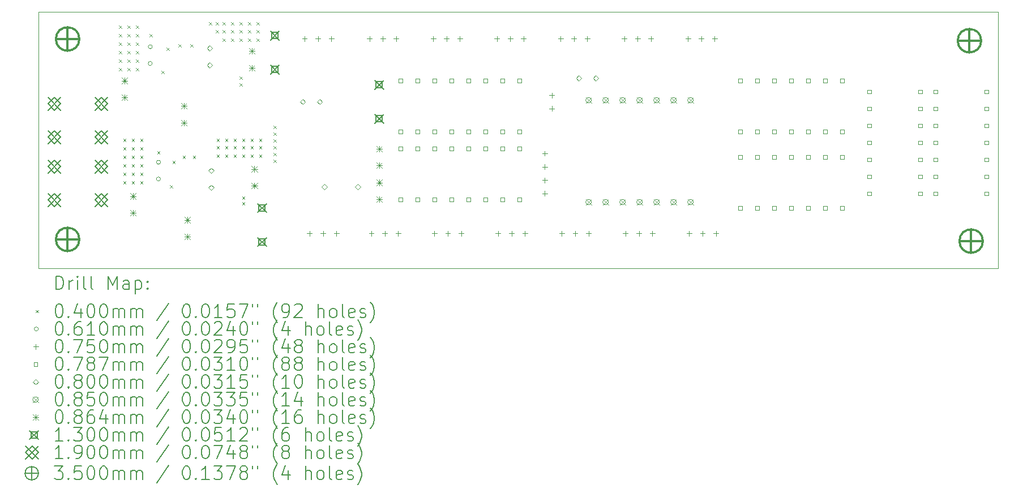
<source format=gbr>
%TF.GenerationSoftware,KiCad,Pcbnew,7.0.10*%
%TF.CreationDate,2025-02-28T21:12:33-05:00*%
%TF.ProjectId,SDP25_MainPCB_V2,53445032-355f-44d6-9169-6e5043425f56,2.1*%
%TF.SameCoordinates,Original*%
%TF.FileFunction,Drillmap*%
%TF.FilePolarity,Positive*%
%FSLAX45Y45*%
G04 Gerber Fmt 4.5, Leading zero omitted, Abs format (unit mm)*
G04 Created by KiCad (PCBNEW 7.0.10) date 2025-02-28 21:12:33*
%MOMM*%
%LPD*%
G01*
G04 APERTURE LIST*
%ADD10C,0.100000*%
%ADD11C,0.200000*%
%ADD12C,0.130000*%
%ADD13C,0.190000*%
%ADD14C,0.350000*%
G04 APERTURE END LIST*
D10*
X9194800Y-6527800D02*
X23545800Y-6527800D01*
X23545800Y-10363200D01*
X9194800Y-10363200D01*
X9194800Y-6527800D01*
D11*
D10*
X10394000Y-6736400D02*
X10434000Y-6776400D01*
X10434000Y-6736400D02*
X10394000Y-6776400D01*
X10394000Y-6863400D02*
X10434000Y-6903400D01*
X10434000Y-6863400D02*
X10394000Y-6903400D01*
X10394000Y-6990400D02*
X10434000Y-7030400D01*
X10434000Y-6990400D02*
X10394000Y-7030400D01*
X10394000Y-7117400D02*
X10434000Y-7157400D01*
X10434000Y-7117400D02*
X10394000Y-7157400D01*
X10394000Y-7244400D02*
X10434000Y-7284400D01*
X10434000Y-7244400D02*
X10394000Y-7284400D01*
X10394000Y-7371400D02*
X10434000Y-7411400D01*
X10434000Y-7371400D02*
X10394000Y-7411400D01*
X10457500Y-8425500D02*
X10497500Y-8465500D01*
X10497500Y-8425500D02*
X10457500Y-8465500D01*
X10457500Y-8552500D02*
X10497500Y-8592500D01*
X10497500Y-8552500D02*
X10457500Y-8592500D01*
X10457500Y-8679500D02*
X10497500Y-8719500D01*
X10497500Y-8679500D02*
X10457500Y-8719500D01*
X10457500Y-8806500D02*
X10497500Y-8846500D01*
X10497500Y-8806500D02*
X10457500Y-8846500D01*
X10457500Y-8933500D02*
X10497500Y-8973500D01*
X10497500Y-8933500D02*
X10457500Y-8973500D01*
X10457500Y-9060500D02*
X10497500Y-9100500D01*
X10497500Y-9060500D02*
X10457500Y-9100500D01*
X10521000Y-6736400D02*
X10561000Y-6776400D01*
X10561000Y-6736400D02*
X10521000Y-6776400D01*
X10521000Y-6863400D02*
X10561000Y-6903400D01*
X10561000Y-6863400D02*
X10521000Y-6903400D01*
X10521000Y-6990400D02*
X10561000Y-7030400D01*
X10561000Y-6990400D02*
X10521000Y-7030400D01*
X10521000Y-7117400D02*
X10561000Y-7157400D01*
X10561000Y-7117400D02*
X10521000Y-7157400D01*
X10521000Y-7244400D02*
X10561000Y-7284400D01*
X10561000Y-7244400D02*
X10521000Y-7284400D01*
X10521000Y-7371400D02*
X10561000Y-7411400D01*
X10561000Y-7371400D02*
X10521000Y-7411400D01*
X10584500Y-8425500D02*
X10624500Y-8465500D01*
X10624500Y-8425500D02*
X10584500Y-8465500D01*
X10584500Y-8552500D02*
X10624500Y-8592500D01*
X10624500Y-8552500D02*
X10584500Y-8592500D01*
X10584500Y-8679500D02*
X10624500Y-8719500D01*
X10624500Y-8679500D02*
X10584500Y-8719500D01*
X10584500Y-8806500D02*
X10624500Y-8846500D01*
X10624500Y-8806500D02*
X10584500Y-8846500D01*
X10584500Y-8933500D02*
X10624500Y-8973500D01*
X10624500Y-8933500D02*
X10584500Y-8973500D01*
X10584500Y-9060500D02*
X10624500Y-9100500D01*
X10624500Y-9060500D02*
X10584500Y-9100500D01*
X10648000Y-6736400D02*
X10688000Y-6776400D01*
X10688000Y-6736400D02*
X10648000Y-6776400D01*
X10648000Y-6863400D02*
X10688000Y-6903400D01*
X10688000Y-6863400D02*
X10648000Y-6903400D01*
X10648000Y-6990400D02*
X10688000Y-7030400D01*
X10688000Y-6990400D02*
X10648000Y-7030400D01*
X10648000Y-7117400D02*
X10688000Y-7157400D01*
X10688000Y-7117400D02*
X10648000Y-7157400D01*
X10648000Y-7244400D02*
X10688000Y-7284400D01*
X10688000Y-7244400D02*
X10648000Y-7284400D01*
X10648000Y-7371400D02*
X10688000Y-7411400D01*
X10688000Y-7371400D02*
X10648000Y-7411400D01*
X10711500Y-8425500D02*
X10751500Y-8465500D01*
X10751500Y-8425500D02*
X10711500Y-8465500D01*
X10711500Y-8552500D02*
X10751500Y-8592500D01*
X10751500Y-8552500D02*
X10711500Y-8592500D01*
X10711500Y-8679500D02*
X10751500Y-8719500D01*
X10751500Y-8679500D02*
X10711500Y-8719500D01*
X10711500Y-8806500D02*
X10751500Y-8846500D01*
X10751500Y-8806500D02*
X10711500Y-8846500D01*
X10711500Y-8933500D02*
X10751500Y-8973500D01*
X10751500Y-8933500D02*
X10711500Y-8973500D01*
X10711500Y-9060500D02*
X10751500Y-9100500D01*
X10751500Y-9060500D02*
X10711500Y-9100500D01*
X10851200Y-6863400D02*
X10891200Y-6903400D01*
X10891200Y-6863400D02*
X10851200Y-6903400D01*
X10965500Y-8616000D02*
X11005500Y-8656000D01*
X11005500Y-8616000D02*
X10965500Y-8656000D01*
X11029000Y-7409500D02*
X11069000Y-7449500D01*
X11069000Y-7409500D02*
X11029000Y-7449500D01*
X11105200Y-7066600D02*
X11145200Y-7106600D01*
X11145200Y-7066600D02*
X11105200Y-7106600D01*
X11156000Y-9124000D02*
X11196000Y-9164000D01*
X11196000Y-9124000D02*
X11156000Y-9164000D01*
X11194100Y-8755700D02*
X11234100Y-8795700D01*
X11234100Y-8755700D02*
X11194100Y-8795700D01*
X11283000Y-7015800D02*
X11323000Y-7055800D01*
X11323000Y-7015800D02*
X11283000Y-7055800D01*
X11346500Y-8679500D02*
X11386500Y-8719500D01*
X11386500Y-8679500D02*
X11346500Y-8719500D01*
X11460800Y-7015800D02*
X11500800Y-7055800D01*
X11500800Y-7015800D02*
X11460800Y-7055800D01*
X11498900Y-8679500D02*
X11538900Y-8719500D01*
X11538900Y-8679500D02*
X11498900Y-8719500D01*
X11740200Y-6685600D02*
X11780200Y-6725600D01*
X11780200Y-6685600D02*
X11740200Y-6725600D01*
X11841800Y-6685600D02*
X11881800Y-6725600D01*
X11881800Y-6685600D02*
X11841800Y-6725600D01*
X11841800Y-6799900D02*
X11881800Y-6839900D01*
X11881800Y-6799900D02*
X11841800Y-6839900D01*
X11854500Y-8425500D02*
X11894500Y-8465500D01*
X11894500Y-8425500D02*
X11854500Y-8465500D01*
X11854500Y-8539800D02*
X11894500Y-8579800D01*
X11894500Y-8539800D02*
X11854500Y-8579800D01*
X11854500Y-8666800D02*
X11894500Y-8706800D01*
X11894500Y-8666800D02*
X11854500Y-8706800D01*
X11943400Y-6685600D02*
X11983400Y-6725600D01*
X11983400Y-6685600D02*
X11943400Y-6725600D01*
X11943400Y-6799900D02*
X11983400Y-6839900D01*
X11983400Y-6799900D02*
X11943400Y-6839900D01*
X11943400Y-6926900D02*
X11983400Y-6966900D01*
X11983400Y-6926900D02*
X11943400Y-6966900D01*
X11981500Y-8425500D02*
X12021500Y-8465500D01*
X12021500Y-8425500D02*
X11981500Y-8465500D01*
X11981500Y-8539800D02*
X12021500Y-8579800D01*
X12021500Y-8539800D02*
X11981500Y-8579800D01*
X11981500Y-8666800D02*
X12021500Y-8706800D01*
X12021500Y-8666800D02*
X11981500Y-8706800D01*
X12070400Y-6685600D02*
X12110400Y-6725600D01*
X12110400Y-6685600D02*
X12070400Y-6725600D01*
X12070400Y-6799900D02*
X12110400Y-6839900D01*
X12110400Y-6799900D02*
X12070400Y-6839900D01*
X12070400Y-6926900D02*
X12110400Y-6966900D01*
X12110400Y-6926900D02*
X12070400Y-6966900D01*
X12108500Y-8425500D02*
X12148500Y-8465500D01*
X12148500Y-8425500D02*
X12108500Y-8465500D01*
X12108500Y-8539800D02*
X12148500Y-8579800D01*
X12148500Y-8539800D02*
X12108500Y-8579800D01*
X12108500Y-8666800D02*
X12148500Y-8706800D01*
X12148500Y-8666800D02*
X12108500Y-8706800D01*
X12197400Y-6685600D02*
X12237400Y-6725600D01*
X12237400Y-6685600D02*
X12197400Y-6725600D01*
X12197400Y-6799900D02*
X12237400Y-6839900D01*
X12237400Y-6799900D02*
X12197400Y-6839900D01*
X12197400Y-6926900D02*
X12237400Y-6966900D01*
X12237400Y-6926900D02*
X12197400Y-6966900D01*
X12197400Y-7498400D02*
X12237400Y-7538400D01*
X12237400Y-7498400D02*
X12197400Y-7538400D01*
X12197400Y-7600000D02*
X12237400Y-7640000D01*
X12237400Y-7600000D02*
X12197400Y-7640000D01*
X12235500Y-8425500D02*
X12275500Y-8465500D01*
X12275500Y-8425500D02*
X12235500Y-8465500D01*
X12235500Y-8539800D02*
X12275500Y-8579800D01*
X12275500Y-8539800D02*
X12235500Y-8579800D01*
X12235500Y-8666800D02*
X12275500Y-8706800D01*
X12275500Y-8666800D02*
X12235500Y-8706800D01*
X12235500Y-9289100D02*
X12275500Y-9329100D01*
X12275500Y-9289100D02*
X12235500Y-9329100D01*
X12235500Y-9378000D02*
X12275500Y-9418000D01*
X12275500Y-9378000D02*
X12235500Y-9418000D01*
X12324400Y-6685600D02*
X12364400Y-6725600D01*
X12364400Y-6685600D02*
X12324400Y-6725600D01*
X12324400Y-6799900D02*
X12364400Y-6839900D01*
X12364400Y-6799900D02*
X12324400Y-6839900D01*
X12324400Y-6926900D02*
X12364400Y-6966900D01*
X12364400Y-6926900D02*
X12324400Y-6966900D01*
X12362500Y-8425500D02*
X12402500Y-8465500D01*
X12402500Y-8425500D02*
X12362500Y-8465500D01*
X12362500Y-8539800D02*
X12402500Y-8579800D01*
X12402500Y-8539800D02*
X12362500Y-8579800D01*
X12362500Y-8666800D02*
X12402500Y-8706800D01*
X12402500Y-8666800D02*
X12362500Y-8706800D01*
X12451400Y-6685600D02*
X12491400Y-6725600D01*
X12491400Y-6685600D02*
X12451400Y-6725600D01*
X12451400Y-6799900D02*
X12491400Y-6839900D01*
X12491400Y-6799900D02*
X12451400Y-6839900D01*
X12451400Y-6926900D02*
X12491400Y-6966900D01*
X12491400Y-6926900D02*
X12451400Y-6966900D01*
X12489500Y-8425500D02*
X12529500Y-8465500D01*
X12529500Y-8425500D02*
X12489500Y-8465500D01*
X12489500Y-8539800D02*
X12529500Y-8579800D01*
X12529500Y-8539800D02*
X12489500Y-8579800D01*
X12489500Y-8666800D02*
X12529500Y-8706800D01*
X12529500Y-8666800D02*
X12489500Y-8706800D01*
X12705400Y-8235000D02*
X12745400Y-8275000D01*
X12745400Y-8235000D02*
X12705400Y-8275000D01*
X12705400Y-8336600D02*
X12745400Y-8376600D01*
X12745400Y-8336600D02*
X12705400Y-8376600D01*
X12705400Y-8438200D02*
X12745400Y-8478200D01*
X12745400Y-8438200D02*
X12705400Y-8478200D01*
X12705400Y-8539800D02*
X12745400Y-8579800D01*
X12745400Y-8539800D02*
X12705400Y-8579800D01*
X12705400Y-8641400D02*
X12745400Y-8681400D01*
X12745400Y-8641400D02*
X12705400Y-8681400D01*
X12705400Y-8743000D02*
X12745400Y-8783000D01*
X12745400Y-8743000D02*
X12705400Y-8783000D01*
X10892880Y-7050500D02*
G75*
G03*
X10831920Y-7050500I-30480J0D01*
G01*
X10831920Y-7050500D02*
G75*
G03*
X10892880Y-7050500I30480J0D01*
G01*
X10892880Y-7300500D02*
G75*
G03*
X10831920Y-7300500I-30480J0D01*
G01*
X10831920Y-7300500D02*
G75*
G03*
X10892880Y-7300500I30480J0D01*
G01*
X11015980Y-8777700D02*
G75*
G03*
X10955020Y-8777700I-30480J0D01*
G01*
X10955020Y-8777700D02*
G75*
G03*
X11015980Y-8777700I30480J0D01*
G01*
X11015980Y-9027700D02*
G75*
G03*
X10955020Y-9027700I-30480J0D01*
G01*
X10955020Y-9027700D02*
G75*
G03*
X11015980Y-9027700I30480J0D01*
G01*
X13170000Y-6892500D02*
X13170000Y-6967500D01*
X13132500Y-6930000D02*
X13207500Y-6930000D01*
X13246100Y-9805000D02*
X13246100Y-9880000D01*
X13208600Y-9842500D02*
X13283600Y-9842500D01*
X13370000Y-6892500D02*
X13370000Y-6967500D01*
X13332500Y-6930000D02*
X13407500Y-6930000D01*
X13446100Y-9805000D02*
X13446100Y-9880000D01*
X13408600Y-9842500D02*
X13483600Y-9842500D01*
X13570000Y-6892500D02*
X13570000Y-6967500D01*
X13532500Y-6930000D02*
X13607500Y-6930000D01*
X13646100Y-9805000D02*
X13646100Y-9880000D01*
X13608600Y-9842500D02*
X13683600Y-9842500D01*
X14141500Y-6892500D02*
X14141500Y-6967500D01*
X14104000Y-6930000D02*
X14179000Y-6930000D01*
X14170000Y-9805000D02*
X14170000Y-9880000D01*
X14132500Y-9842500D02*
X14207500Y-9842500D01*
X14341500Y-6892500D02*
X14341500Y-6967500D01*
X14304000Y-6930000D02*
X14379000Y-6930000D01*
X14370000Y-9805000D02*
X14370000Y-9880000D01*
X14332500Y-9842500D02*
X14407500Y-9842500D01*
X14541500Y-6892500D02*
X14541500Y-6967500D01*
X14504000Y-6930000D02*
X14579000Y-6930000D01*
X14570000Y-9805000D02*
X14570000Y-9880000D01*
X14532500Y-9842500D02*
X14607500Y-9842500D01*
X15094000Y-6892500D02*
X15094000Y-6967500D01*
X15056500Y-6930000D02*
X15131500Y-6930000D01*
X15113000Y-9805000D02*
X15113000Y-9880000D01*
X15075500Y-9842500D02*
X15150500Y-9842500D01*
X15294000Y-6892500D02*
X15294000Y-6967500D01*
X15256500Y-6930000D02*
X15331500Y-6930000D01*
X15313000Y-9805000D02*
X15313000Y-9880000D01*
X15275500Y-9842500D02*
X15350500Y-9842500D01*
X15494000Y-6892500D02*
X15494000Y-6967500D01*
X15456500Y-6930000D02*
X15531500Y-6930000D01*
X15513000Y-9805000D02*
X15513000Y-9880000D01*
X15475500Y-9842500D02*
X15550500Y-9842500D01*
X16046500Y-6892500D02*
X16046500Y-6967500D01*
X16009000Y-6930000D02*
X16084000Y-6930000D01*
X16065500Y-9805000D02*
X16065500Y-9880000D01*
X16028000Y-9842500D02*
X16103000Y-9842500D01*
X16246500Y-6892500D02*
X16246500Y-6967500D01*
X16209000Y-6930000D02*
X16284000Y-6930000D01*
X16265500Y-9805000D02*
X16265500Y-9880000D01*
X16228000Y-9842500D02*
X16303000Y-9842500D01*
X16446500Y-6892500D02*
X16446500Y-6967500D01*
X16409000Y-6930000D02*
X16484000Y-6930000D01*
X16465500Y-9805000D02*
X16465500Y-9880000D01*
X16428000Y-9842500D02*
X16503000Y-9842500D01*
X16764000Y-8608100D02*
X16764000Y-8683100D01*
X16726500Y-8645600D02*
X16801500Y-8645600D01*
X16764000Y-8808100D02*
X16764000Y-8883100D01*
X16726500Y-8845600D02*
X16801500Y-8845600D01*
X16764000Y-9008100D02*
X16764000Y-9083100D01*
X16726500Y-9045600D02*
X16801500Y-9045600D01*
X16764000Y-9208100D02*
X16764000Y-9283100D01*
X16726500Y-9245600D02*
X16801500Y-9245600D01*
X16869800Y-7738100D02*
X16869800Y-7813100D01*
X16832300Y-7775600D02*
X16907300Y-7775600D01*
X16869800Y-7938100D02*
X16869800Y-8013100D01*
X16832300Y-7975600D02*
X16907300Y-7975600D01*
X16999000Y-6892500D02*
X16999000Y-6967500D01*
X16961500Y-6930000D02*
X17036500Y-6930000D01*
X17018000Y-9805000D02*
X17018000Y-9880000D01*
X16980500Y-9842500D02*
X17055500Y-9842500D01*
X17199000Y-6892500D02*
X17199000Y-6967500D01*
X17161500Y-6930000D02*
X17236500Y-6930000D01*
X17218000Y-9805000D02*
X17218000Y-9880000D01*
X17180500Y-9842500D02*
X17255500Y-9842500D01*
X17399000Y-6892500D02*
X17399000Y-6967500D01*
X17361500Y-6930000D02*
X17436500Y-6930000D01*
X17418000Y-9805000D02*
X17418000Y-9880000D01*
X17380500Y-9842500D02*
X17455500Y-9842500D01*
X17951500Y-6892500D02*
X17951500Y-6967500D01*
X17914000Y-6930000D02*
X17989000Y-6930000D01*
X17970500Y-9805000D02*
X17970500Y-9880000D01*
X17933000Y-9842500D02*
X18008000Y-9842500D01*
X18151500Y-6892500D02*
X18151500Y-6967500D01*
X18114000Y-6930000D02*
X18189000Y-6930000D01*
X18170500Y-9805000D02*
X18170500Y-9880000D01*
X18133000Y-9842500D02*
X18208000Y-9842500D01*
X18351500Y-6892500D02*
X18351500Y-6967500D01*
X18314000Y-6930000D02*
X18389000Y-6930000D01*
X18370500Y-9805000D02*
X18370500Y-9880000D01*
X18333000Y-9842500D02*
X18408000Y-9842500D01*
X18904000Y-6892500D02*
X18904000Y-6967500D01*
X18866500Y-6930000D02*
X18941500Y-6930000D01*
X18923000Y-9805000D02*
X18923000Y-9880000D01*
X18885500Y-9842500D02*
X18960500Y-9842500D01*
X19104000Y-6892500D02*
X19104000Y-6967500D01*
X19066500Y-6930000D02*
X19141500Y-6930000D01*
X19123000Y-9805000D02*
X19123000Y-9880000D01*
X19085500Y-9842500D02*
X19160500Y-9842500D01*
X19304000Y-6892500D02*
X19304000Y-6967500D01*
X19266500Y-6930000D02*
X19341500Y-6930000D01*
X19323000Y-9805000D02*
X19323000Y-9880000D01*
X19285500Y-9842500D02*
X19360500Y-9842500D01*
X14632839Y-7584339D02*
X14632839Y-7528661D01*
X14577161Y-7528661D01*
X14577161Y-7584339D01*
X14632839Y-7584339D01*
X14632839Y-8346339D02*
X14632839Y-8290661D01*
X14577161Y-8290661D01*
X14577161Y-8346339D01*
X14632839Y-8346339D01*
X14632839Y-8600339D02*
X14632839Y-8544661D01*
X14577161Y-8544661D01*
X14577161Y-8600339D01*
X14632839Y-8600339D01*
X14632839Y-9362339D02*
X14632839Y-9306661D01*
X14577161Y-9306661D01*
X14577161Y-9362339D01*
X14632839Y-9362339D01*
X14886839Y-7584339D02*
X14886839Y-7528661D01*
X14831161Y-7528661D01*
X14831161Y-7584339D01*
X14886839Y-7584339D01*
X14886839Y-8346339D02*
X14886839Y-8290661D01*
X14831161Y-8290661D01*
X14831161Y-8346339D01*
X14886839Y-8346339D01*
X14886839Y-8600339D02*
X14886839Y-8544661D01*
X14831161Y-8544661D01*
X14831161Y-8600339D01*
X14886839Y-8600339D01*
X14886839Y-9362339D02*
X14886839Y-9306661D01*
X14831161Y-9306661D01*
X14831161Y-9362339D01*
X14886839Y-9362339D01*
X15140839Y-7584339D02*
X15140839Y-7528661D01*
X15085161Y-7528661D01*
X15085161Y-7584339D01*
X15140839Y-7584339D01*
X15140839Y-8346339D02*
X15140839Y-8290661D01*
X15085161Y-8290661D01*
X15085161Y-8346339D01*
X15140839Y-8346339D01*
X15140839Y-8600339D02*
X15140839Y-8544661D01*
X15085161Y-8544661D01*
X15085161Y-8600339D01*
X15140839Y-8600339D01*
X15140839Y-9362339D02*
X15140839Y-9306661D01*
X15085161Y-9306661D01*
X15085161Y-9362339D01*
X15140839Y-9362339D01*
X15394839Y-7584339D02*
X15394839Y-7528661D01*
X15339161Y-7528661D01*
X15339161Y-7584339D01*
X15394839Y-7584339D01*
X15394839Y-8346339D02*
X15394839Y-8290661D01*
X15339161Y-8290661D01*
X15339161Y-8346339D01*
X15394839Y-8346339D01*
X15394839Y-8600339D02*
X15394839Y-8544661D01*
X15339161Y-8544661D01*
X15339161Y-8600339D01*
X15394839Y-8600339D01*
X15394839Y-9362339D02*
X15394839Y-9306661D01*
X15339161Y-9306661D01*
X15339161Y-9362339D01*
X15394839Y-9362339D01*
X15648839Y-7584339D02*
X15648839Y-7528661D01*
X15593161Y-7528661D01*
X15593161Y-7584339D01*
X15648839Y-7584339D01*
X15648839Y-8346339D02*
X15648839Y-8290661D01*
X15593161Y-8290661D01*
X15593161Y-8346339D01*
X15648839Y-8346339D01*
X15648839Y-8600339D02*
X15648839Y-8544661D01*
X15593161Y-8544661D01*
X15593161Y-8600339D01*
X15648839Y-8600339D01*
X15648839Y-9362339D02*
X15648839Y-9306661D01*
X15593161Y-9306661D01*
X15593161Y-9362339D01*
X15648839Y-9362339D01*
X15902839Y-7584339D02*
X15902839Y-7528661D01*
X15847161Y-7528661D01*
X15847161Y-7584339D01*
X15902839Y-7584339D01*
X15902839Y-8346339D02*
X15902839Y-8290661D01*
X15847161Y-8290661D01*
X15847161Y-8346339D01*
X15902839Y-8346339D01*
X15902839Y-8600339D02*
X15902839Y-8544661D01*
X15847161Y-8544661D01*
X15847161Y-8600339D01*
X15902839Y-8600339D01*
X15902839Y-9362339D02*
X15902839Y-9306661D01*
X15847161Y-9306661D01*
X15847161Y-9362339D01*
X15902839Y-9362339D01*
X16156839Y-7584339D02*
X16156839Y-7528661D01*
X16101161Y-7528661D01*
X16101161Y-7584339D01*
X16156839Y-7584339D01*
X16156839Y-8346339D02*
X16156839Y-8290661D01*
X16101161Y-8290661D01*
X16101161Y-8346339D01*
X16156839Y-8346339D01*
X16156839Y-8600339D02*
X16156839Y-8544661D01*
X16101161Y-8544661D01*
X16101161Y-8600339D01*
X16156839Y-8600339D01*
X16156839Y-9362339D02*
X16156839Y-9306661D01*
X16101161Y-9306661D01*
X16101161Y-9362339D01*
X16156839Y-9362339D01*
X16410839Y-7584339D02*
X16410839Y-7528661D01*
X16355161Y-7528661D01*
X16355161Y-7584339D01*
X16410839Y-7584339D01*
X16410839Y-8346339D02*
X16410839Y-8290661D01*
X16355161Y-8290661D01*
X16355161Y-8346339D01*
X16410839Y-8346339D01*
X16410839Y-8600339D02*
X16410839Y-8544661D01*
X16355161Y-8544661D01*
X16355161Y-8600339D01*
X16410839Y-8600339D01*
X16410839Y-9362339D02*
X16410839Y-9306661D01*
X16355161Y-9306661D01*
X16355161Y-9362339D01*
X16410839Y-9362339D01*
X19712839Y-7584339D02*
X19712839Y-7528661D01*
X19657161Y-7528661D01*
X19657161Y-7584339D01*
X19712839Y-7584339D01*
X19712839Y-8346339D02*
X19712839Y-8290661D01*
X19657161Y-8290661D01*
X19657161Y-8346339D01*
X19712839Y-8346339D01*
X19712839Y-8727339D02*
X19712839Y-8671661D01*
X19657161Y-8671661D01*
X19657161Y-8727339D01*
X19712839Y-8727339D01*
X19712839Y-9489339D02*
X19712839Y-9433661D01*
X19657161Y-9433661D01*
X19657161Y-9489339D01*
X19712839Y-9489339D01*
X19966839Y-7584339D02*
X19966839Y-7528661D01*
X19911161Y-7528661D01*
X19911161Y-7584339D01*
X19966839Y-7584339D01*
X19966839Y-8346339D02*
X19966839Y-8290661D01*
X19911161Y-8290661D01*
X19911161Y-8346339D01*
X19966839Y-8346339D01*
X19966839Y-8727339D02*
X19966839Y-8671661D01*
X19911161Y-8671661D01*
X19911161Y-8727339D01*
X19966839Y-8727339D01*
X19966839Y-9489339D02*
X19966839Y-9433661D01*
X19911161Y-9433661D01*
X19911161Y-9489339D01*
X19966839Y-9489339D01*
X20220839Y-7584339D02*
X20220839Y-7528661D01*
X20165161Y-7528661D01*
X20165161Y-7584339D01*
X20220839Y-7584339D01*
X20220839Y-8346339D02*
X20220839Y-8290661D01*
X20165161Y-8290661D01*
X20165161Y-8346339D01*
X20220839Y-8346339D01*
X20220839Y-8727339D02*
X20220839Y-8671661D01*
X20165161Y-8671661D01*
X20165161Y-8727339D01*
X20220839Y-8727339D01*
X20220839Y-9489339D02*
X20220839Y-9433661D01*
X20165161Y-9433661D01*
X20165161Y-9489339D01*
X20220839Y-9489339D01*
X20474839Y-7584339D02*
X20474839Y-7528661D01*
X20419161Y-7528661D01*
X20419161Y-7584339D01*
X20474839Y-7584339D01*
X20474839Y-8346339D02*
X20474839Y-8290661D01*
X20419161Y-8290661D01*
X20419161Y-8346339D01*
X20474839Y-8346339D01*
X20474839Y-8727339D02*
X20474839Y-8671661D01*
X20419161Y-8671661D01*
X20419161Y-8727339D01*
X20474839Y-8727339D01*
X20474839Y-9489339D02*
X20474839Y-9433661D01*
X20419161Y-9433661D01*
X20419161Y-9489339D01*
X20474839Y-9489339D01*
X20728839Y-7584339D02*
X20728839Y-7528661D01*
X20673161Y-7528661D01*
X20673161Y-7584339D01*
X20728839Y-7584339D01*
X20728839Y-8346339D02*
X20728839Y-8290661D01*
X20673161Y-8290661D01*
X20673161Y-8346339D01*
X20728839Y-8346339D01*
X20728839Y-8727339D02*
X20728839Y-8671661D01*
X20673161Y-8671661D01*
X20673161Y-8727339D01*
X20728839Y-8727339D01*
X20728839Y-9489339D02*
X20728839Y-9433661D01*
X20673161Y-9433661D01*
X20673161Y-9489339D01*
X20728839Y-9489339D01*
X20982839Y-7584339D02*
X20982839Y-7528661D01*
X20927161Y-7528661D01*
X20927161Y-7584339D01*
X20982839Y-7584339D01*
X20982839Y-8346339D02*
X20982839Y-8290661D01*
X20927161Y-8290661D01*
X20927161Y-8346339D01*
X20982839Y-8346339D01*
X20982839Y-8727339D02*
X20982839Y-8671661D01*
X20927161Y-8671661D01*
X20927161Y-8727339D01*
X20982839Y-8727339D01*
X20982839Y-9489339D02*
X20982839Y-9433661D01*
X20927161Y-9433661D01*
X20927161Y-9489339D01*
X20982839Y-9489339D01*
X21236839Y-7584339D02*
X21236839Y-7528661D01*
X21181161Y-7528661D01*
X21181161Y-7584339D01*
X21236839Y-7584339D01*
X21236839Y-8346339D02*
X21236839Y-8290661D01*
X21181161Y-8290661D01*
X21181161Y-8346339D01*
X21236839Y-8346339D01*
X21236839Y-8727339D02*
X21236839Y-8671661D01*
X21181161Y-8671661D01*
X21181161Y-8727339D01*
X21236839Y-8727339D01*
X21236839Y-9489339D02*
X21236839Y-9433661D01*
X21181161Y-9433661D01*
X21181161Y-9489339D01*
X21236839Y-9489339D01*
X21643239Y-7749439D02*
X21643239Y-7693761D01*
X21587561Y-7693761D01*
X21587561Y-7749439D01*
X21643239Y-7749439D01*
X21643239Y-8003439D02*
X21643239Y-7947761D01*
X21587561Y-7947761D01*
X21587561Y-8003439D01*
X21643239Y-8003439D01*
X21643239Y-8257439D02*
X21643239Y-8201761D01*
X21587561Y-8201761D01*
X21587561Y-8257439D01*
X21643239Y-8257439D01*
X21643239Y-8511439D02*
X21643239Y-8455761D01*
X21587561Y-8455761D01*
X21587561Y-8511439D01*
X21643239Y-8511439D01*
X21643239Y-8765439D02*
X21643239Y-8709761D01*
X21587561Y-8709761D01*
X21587561Y-8765439D01*
X21643239Y-8765439D01*
X21643239Y-9019439D02*
X21643239Y-8963761D01*
X21587561Y-8963761D01*
X21587561Y-9019439D01*
X21643239Y-9019439D01*
X21643239Y-9273439D02*
X21643239Y-9217761D01*
X21587561Y-9217761D01*
X21587561Y-9273439D01*
X21643239Y-9273439D01*
X22405239Y-7749439D02*
X22405239Y-7693761D01*
X22349561Y-7693761D01*
X22349561Y-7749439D01*
X22405239Y-7749439D01*
X22405239Y-8003439D02*
X22405239Y-7947761D01*
X22349561Y-7947761D01*
X22349561Y-8003439D01*
X22405239Y-8003439D01*
X22405239Y-8257439D02*
X22405239Y-8201761D01*
X22349561Y-8201761D01*
X22349561Y-8257439D01*
X22405239Y-8257439D01*
X22405239Y-8511439D02*
X22405239Y-8455761D01*
X22349561Y-8455761D01*
X22349561Y-8511439D01*
X22405239Y-8511439D01*
X22405239Y-8765439D02*
X22405239Y-8709761D01*
X22349561Y-8709761D01*
X22349561Y-8765439D01*
X22405239Y-8765439D01*
X22405239Y-9019439D02*
X22405239Y-8963761D01*
X22349561Y-8963761D01*
X22349561Y-9019439D01*
X22405239Y-9019439D01*
X22405239Y-9273439D02*
X22405239Y-9217761D01*
X22349561Y-9217761D01*
X22349561Y-9273439D01*
X22405239Y-9273439D01*
X22633839Y-7749439D02*
X22633839Y-7693761D01*
X22578161Y-7693761D01*
X22578161Y-7749439D01*
X22633839Y-7749439D01*
X22633839Y-8003439D02*
X22633839Y-7947761D01*
X22578161Y-7947761D01*
X22578161Y-8003439D01*
X22633839Y-8003439D01*
X22633839Y-8257439D02*
X22633839Y-8201761D01*
X22578161Y-8201761D01*
X22578161Y-8257439D01*
X22633839Y-8257439D01*
X22633839Y-8511439D02*
X22633839Y-8455761D01*
X22578161Y-8455761D01*
X22578161Y-8511439D01*
X22633839Y-8511439D01*
X22633839Y-8765439D02*
X22633839Y-8709761D01*
X22578161Y-8709761D01*
X22578161Y-8765439D01*
X22633839Y-8765439D01*
X22633839Y-9019439D02*
X22633839Y-8963761D01*
X22578161Y-8963761D01*
X22578161Y-9019439D01*
X22633839Y-9019439D01*
X22633839Y-9273439D02*
X22633839Y-9217761D01*
X22578161Y-9217761D01*
X22578161Y-9273439D01*
X22633839Y-9273439D01*
X23395839Y-7749439D02*
X23395839Y-7693761D01*
X23340161Y-7693761D01*
X23340161Y-7749439D01*
X23395839Y-7749439D01*
X23395839Y-8003439D02*
X23395839Y-7947761D01*
X23340161Y-7947761D01*
X23340161Y-8003439D01*
X23395839Y-8003439D01*
X23395839Y-8257439D02*
X23395839Y-8201761D01*
X23340161Y-8201761D01*
X23340161Y-8257439D01*
X23395839Y-8257439D01*
X23395839Y-8511439D02*
X23395839Y-8455761D01*
X23340161Y-8455761D01*
X23340161Y-8511439D01*
X23395839Y-8511439D01*
X23395839Y-8765439D02*
X23395839Y-8709761D01*
X23340161Y-8709761D01*
X23340161Y-8765439D01*
X23395839Y-8765439D01*
X23395839Y-9019439D02*
X23395839Y-8963761D01*
X23340161Y-8963761D01*
X23340161Y-9019439D01*
X23395839Y-9019439D01*
X23395839Y-9273439D02*
X23395839Y-9217761D01*
X23340161Y-9217761D01*
X23340161Y-9273439D01*
X23395839Y-9273439D01*
X11751400Y-7111000D02*
X11791400Y-7071000D01*
X11751400Y-7031000D01*
X11711400Y-7071000D01*
X11751400Y-7111000D01*
X11751400Y-7365000D02*
X11791400Y-7325000D01*
X11751400Y-7285000D01*
X11711400Y-7325000D01*
X11751400Y-7365000D01*
X11772900Y-8942700D02*
X11812900Y-8902700D01*
X11772900Y-8862700D01*
X11732900Y-8902700D01*
X11772900Y-8942700D01*
X11772900Y-9196700D02*
X11812900Y-9156700D01*
X11772900Y-9116700D01*
X11732900Y-9156700D01*
X11772900Y-9196700D01*
X13141960Y-7911460D02*
X13181960Y-7871460D01*
X13141960Y-7831460D01*
X13101960Y-7871460D01*
X13141960Y-7911460D01*
X13395960Y-7911460D02*
X13435960Y-7871460D01*
X13395960Y-7831460D01*
X13355960Y-7871460D01*
X13395960Y-7911460D01*
X13466000Y-9184000D02*
X13506000Y-9144000D01*
X13466000Y-9104000D01*
X13426000Y-9144000D01*
X13466000Y-9184000D01*
X13966000Y-9184000D02*
X14006000Y-9144000D01*
X13966000Y-9104000D01*
X13926000Y-9144000D01*
X13966000Y-9184000D01*
X17272000Y-7558400D02*
X17312000Y-7518400D01*
X17272000Y-7478400D01*
X17232000Y-7518400D01*
X17272000Y-7558400D01*
X17526000Y-7558400D02*
X17566000Y-7518400D01*
X17526000Y-7478400D01*
X17486000Y-7518400D01*
X17526000Y-7558400D01*
X17375550Y-7807450D02*
X17460550Y-7892450D01*
X17460550Y-7807450D02*
X17375550Y-7892450D01*
X17460550Y-7849950D02*
G75*
G03*
X17375550Y-7849950I-42500J0D01*
G01*
X17375550Y-7849950D02*
G75*
G03*
X17460550Y-7849950I42500J0D01*
G01*
X17375550Y-9331450D02*
X17460550Y-9416450D01*
X17460550Y-9331450D02*
X17375550Y-9416450D01*
X17460550Y-9373950D02*
G75*
G03*
X17375550Y-9373950I-42500J0D01*
G01*
X17375550Y-9373950D02*
G75*
G03*
X17460550Y-9373950I42500J0D01*
G01*
X17629550Y-7807450D02*
X17714550Y-7892450D01*
X17714550Y-7807450D02*
X17629550Y-7892450D01*
X17714550Y-7849950D02*
G75*
G03*
X17629550Y-7849950I-42500J0D01*
G01*
X17629550Y-7849950D02*
G75*
G03*
X17714550Y-7849950I42500J0D01*
G01*
X17629550Y-9331450D02*
X17714550Y-9416450D01*
X17714550Y-9331450D02*
X17629550Y-9416450D01*
X17714550Y-9373950D02*
G75*
G03*
X17629550Y-9373950I-42500J0D01*
G01*
X17629550Y-9373950D02*
G75*
G03*
X17714550Y-9373950I42500J0D01*
G01*
X17883550Y-7807450D02*
X17968550Y-7892450D01*
X17968550Y-7807450D02*
X17883550Y-7892450D01*
X17968550Y-7849950D02*
G75*
G03*
X17883550Y-7849950I-42500J0D01*
G01*
X17883550Y-7849950D02*
G75*
G03*
X17968550Y-7849950I42500J0D01*
G01*
X17883550Y-9331450D02*
X17968550Y-9416450D01*
X17968550Y-9331450D02*
X17883550Y-9416450D01*
X17968550Y-9373950D02*
G75*
G03*
X17883550Y-9373950I-42500J0D01*
G01*
X17883550Y-9373950D02*
G75*
G03*
X17968550Y-9373950I42500J0D01*
G01*
X18137550Y-7807450D02*
X18222550Y-7892450D01*
X18222550Y-7807450D02*
X18137550Y-7892450D01*
X18222550Y-7849950D02*
G75*
G03*
X18137550Y-7849950I-42500J0D01*
G01*
X18137550Y-7849950D02*
G75*
G03*
X18222550Y-7849950I42500J0D01*
G01*
X18137550Y-9331450D02*
X18222550Y-9416450D01*
X18222550Y-9331450D02*
X18137550Y-9416450D01*
X18222550Y-9373950D02*
G75*
G03*
X18137550Y-9373950I-42500J0D01*
G01*
X18137550Y-9373950D02*
G75*
G03*
X18222550Y-9373950I42500J0D01*
G01*
X18391550Y-7807450D02*
X18476550Y-7892450D01*
X18476550Y-7807450D02*
X18391550Y-7892450D01*
X18476550Y-7849950D02*
G75*
G03*
X18391550Y-7849950I-42500J0D01*
G01*
X18391550Y-7849950D02*
G75*
G03*
X18476550Y-7849950I42500J0D01*
G01*
X18391550Y-9331450D02*
X18476550Y-9416450D01*
X18476550Y-9331450D02*
X18391550Y-9416450D01*
X18476550Y-9373950D02*
G75*
G03*
X18391550Y-9373950I-42500J0D01*
G01*
X18391550Y-9373950D02*
G75*
G03*
X18476550Y-9373950I42500J0D01*
G01*
X18645550Y-7807450D02*
X18730550Y-7892450D01*
X18730550Y-7807450D02*
X18645550Y-7892450D01*
X18730550Y-7849950D02*
G75*
G03*
X18645550Y-7849950I-42500J0D01*
G01*
X18645550Y-7849950D02*
G75*
G03*
X18730550Y-7849950I42500J0D01*
G01*
X18645550Y-9331450D02*
X18730550Y-9416450D01*
X18730550Y-9331450D02*
X18645550Y-9416450D01*
X18730550Y-9373950D02*
G75*
G03*
X18645550Y-9373950I-42500J0D01*
G01*
X18645550Y-9373950D02*
G75*
G03*
X18730550Y-9373950I42500J0D01*
G01*
X18899550Y-7807450D02*
X18984550Y-7892450D01*
X18984550Y-7807450D02*
X18899550Y-7892450D01*
X18984550Y-7849950D02*
G75*
G03*
X18899550Y-7849950I-42500J0D01*
G01*
X18899550Y-7849950D02*
G75*
G03*
X18984550Y-7849950I42500J0D01*
G01*
X18899550Y-9331450D02*
X18984550Y-9416450D01*
X18984550Y-9331450D02*
X18899550Y-9416450D01*
X18984550Y-9373950D02*
G75*
G03*
X18899550Y-9373950I-42500J0D01*
G01*
X18899550Y-9373950D02*
G75*
G03*
X18984550Y-9373950I42500J0D01*
G01*
X10438220Y-7515320D02*
X10524580Y-7601680D01*
X10524580Y-7515320D02*
X10438220Y-7601680D01*
X10481400Y-7515320D02*
X10481400Y-7601680D01*
X10438220Y-7558500D02*
X10524580Y-7558500D01*
X10438220Y-7765320D02*
X10524580Y-7851680D01*
X10524580Y-7765320D02*
X10438220Y-7851680D01*
X10481400Y-7765320D02*
X10481400Y-7851680D01*
X10438220Y-7808500D02*
X10524580Y-7808500D01*
X10561320Y-9242520D02*
X10647680Y-9328880D01*
X10647680Y-9242520D02*
X10561320Y-9328880D01*
X10604500Y-9242520D02*
X10604500Y-9328880D01*
X10561320Y-9285700D02*
X10647680Y-9285700D01*
X10561320Y-9492520D02*
X10647680Y-9578880D01*
X10647680Y-9492520D02*
X10561320Y-9578880D01*
X10604500Y-9492520D02*
X10604500Y-9578880D01*
X10561320Y-9535700D02*
X10647680Y-9535700D01*
X11327220Y-7894320D02*
X11413580Y-7980680D01*
X11413580Y-7894320D02*
X11327220Y-7980680D01*
X11370400Y-7894320D02*
X11370400Y-7980680D01*
X11327220Y-7937500D02*
X11413580Y-7937500D01*
X11327220Y-8144320D02*
X11413580Y-8230680D01*
X11413580Y-8144320D02*
X11327220Y-8230680D01*
X11370400Y-8144320D02*
X11370400Y-8230680D01*
X11327220Y-8187500D02*
X11413580Y-8187500D01*
X11374120Y-9598120D02*
X11460480Y-9684480D01*
X11460480Y-9598120D02*
X11374120Y-9684480D01*
X11417300Y-9598120D02*
X11417300Y-9684480D01*
X11374120Y-9641300D02*
X11460480Y-9641300D01*
X11374120Y-9848120D02*
X11460480Y-9934480D01*
X11460480Y-9848120D02*
X11374120Y-9934480D01*
X11417300Y-9848120D02*
X11417300Y-9934480D01*
X11374120Y-9891300D02*
X11460480Y-9891300D01*
X12343220Y-7070820D02*
X12429580Y-7157180D01*
X12429580Y-7070820D02*
X12343220Y-7157180D01*
X12386400Y-7070820D02*
X12386400Y-7157180D01*
X12343220Y-7114000D02*
X12429580Y-7114000D01*
X12343220Y-7320820D02*
X12429580Y-7407180D01*
X12429580Y-7320820D02*
X12343220Y-7407180D01*
X12386400Y-7320820D02*
X12386400Y-7407180D01*
X12343220Y-7364000D02*
X12429580Y-7364000D01*
X12377420Y-8836120D02*
X12463780Y-8922480D01*
X12463780Y-8836120D02*
X12377420Y-8922480D01*
X12420600Y-8836120D02*
X12420600Y-8922480D01*
X12377420Y-8879300D02*
X12463780Y-8879300D01*
X12377420Y-9086120D02*
X12463780Y-9172480D01*
X12463780Y-9086120D02*
X12377420Y-9172480D01*
X12420600Y-9086120D02*
X12420600Y-9172480D01*
X12377420Y-9129300D02*
X12463780Y-9129300D01*
X14244320Y-8533320D02*
X14330680Y-8619680D01*
X14330680Y-8533320D02*
X14244320Y-8619680D01*
X14287500Y-8533320D02*
X14287500Y-8619680D01*
X14244320Y-8576500D02*
X14330680Y-8576500D01*
X14244320Y-8783320D02*
X14330680Y-8869680D01*
X14330680Y-8783320D02*
X14244320Y-8869680D01*
X14287500Y-8783320D02*
X14287500Y-8869680D01*
X14244320Y-8826500D02*
X14330680Y-8826500D01*
X14244320Y-9039320D02*
X14330680Y-9125680D01*
X14330680Y-9039320D02*
X14244320Y-9125680D01*
X14287500Y-9039320D02*
X14287500Y-9125680D01*
X14244320Y-9082500D02*
X14330680Y-9082500D01*
X14244320Y-9289320D02*
X14330680Y-9375680D01*
X14330680Y-9289320D02*
X14244320Y-9375680D01*
X14287500Y-9289320D02*
X14287500Y-9375680D01*
X14244320Y-9332500D02*
X14330680Y-9332500D01*
D12*
X12469900Y-9396500D02*
X12599900Y-9526500D01*
X12599900Y-9396500D02*
X12469900Y-9526500D01*
X12580862Y-9507462D02*
X12580862Y-9415538D01*
X12488938Y-9415538D01*
X12488938Y-9507462D01*
X12580862Y-9507462D01*
X12469900Y-9904500D02*
X12599900Y-10034500D01*
X12599900Y-9904500D02*
X12469900Y-10034500D01*
X12580862Y-10015462D02*
X12580862Y-9923538D01*
X12488938Y-9923538D01*
X12488938Y-10015462D01*
X12580862Y-10015462D01*
X12660400Y-6818400D02*
X12790400Y-6948400D01*
X12790400Y-6818400D02*
X12660400Y-6948400D01*
X12771362Y-6929362D02*
X12771362Y-6837438D01*
X12679438Y-6837438D01*
X12679438Y-6929362D01*
X12771362Y-6929362D01*
X12660400Y-7326400D02*
X12790400Y-7456400D01*
X12790400Y-7326400D02*
X12660400Y-7456400D01*
X12771362Y-7437362D02*
X12771362Y-7345438D01*
X12679438Y-7345438D01*
X12679438Y-7437362D01*
X12771362Y-7437362D01*
X14222500Y-7555000D02*
X14352500Y-7685000D01*
X14352500Y-7555000D02*
X14222500Y-7685000D01*
X14333462Y-7665962D02*
X14333462Y-7574038D01*
X14241538Y-7574038D01*
X14241538Y-7665962D01*
X14333462Y-7665962D01*
X14222500Y-8063000D02*
X14352500Y-8193000D01*
X14352500Y-8063000D02*
X14222500Y-8193000D01*
X14333462Y-8173962D02*
X14333462Y-8082038D01*
X14241538Y-8082038D01*
X14241538Y-8173962D01*
X14333462Y-8173962D01*
D13*
X9333500Y-7808400D02*
X9523500Y-7998400D01*
X9523500Y-7808400D02*
X9333500Y-7998400D01*
X9428500Y-7998400D02*
X9523500Y-7903400D01*
X9428500Y-7808400D01*
X9333500Y-7903400D01*
X9428500Y-7998400D01*
X9333500Y-8308400D02*
X9523500Y-8498400D01*
X9523500Y-8308400D02*
X9333500Y-8498400D01*
X9428500Y-8498400D02*
X9523500Y-8403400D01*
X9428500Y-8308400D01*
X9333500Y-8403400D01*
X9428500Y-8498400D01*
X9333500Y-8748200D02*
X9523500Y-8938200D01*
X9523500Y-8748200D02*
X9333500Y-8938200D01*
X9428500Y-8938200D02*
X9523500Y-8843200D01*
X9428500Y-8748200D01*
X9333500Y-8843200D01*
X9428500Y-8938200D01*
X9333500Y-9248200D02*
X9523500Y-9438200D01*
X9523500Y-9248200D02*
X9333500Y-9438200D01*
X9428500Y-9438200D02*
X9523500Y-9343200D01*
X9428500Y-9248200D01*
X9333500Y-9343200D01*
X9428500Y-9438200D01*
X10034500Y-7808400D02*
X10224500Y-7998400D01*
X10224500Y-7808400D02*
X10034500Y-7998400D01*
X10129500Y-7998400D02*
X10224500Y-7903400D01*
X10129500Y-7808400D01*
X10034500Y-7903400D01*
X10129500Y-7998400D01*
X10034500Y-8308400D02*
X10224500Y-8498400D01*
X10224500Y-8308400D02*
X10034500Y-8498400D01*
X10129500Y-8498400D02*
X10224500Y-8403400D01*
X10129500Y-8308400D01*
X10034500Y-8403400D01*
X10129500Y-8498400D01*
X10034500Y-8748200D02*
X10224500Y-8938200D01*
X10224500Y-8748200D02*
X10034500Y-8938200D01*
X10129500Y-8938200D02*
X10224500Y-8843200D01*
X10129500Y-8748200D01*
X10034500Y-8843200D01*
X10129500Y-8938200D01*
X10034500Y-9248200D02*
X10224500Y-9438200D01*
X10224500Y-9248200D02*
X10034500Y-9438200D01*
X10129500Y-9438200D02*
X10224500Y-9343200D01*
X10129500Y-9248200D01*
X10034500Y-9343200D01*
X10129500Y-9438200D01*
D14*
X9626600Y-6759200D02*
X9626600Y-7109200D01*
X9451600Y-6934200D02*
X9801600Y-6934200D01*
X9801600Y-6934200D02*
G75*
G03*
X9451600Y-6934200I-175000J0D01*
G01*
X9451600Y-6934200D02*
G75*
G03*
X9801600Y-6934200I175000J0D01*
G01*
X9626600Y-9756400D02*
X9626600Y-10106400D01*
X9451600Y-9931400D02*
X9801600Y-9931400D01*
X9801600Y-9931400D02*
G75*
G03*
X9451600Y-9931400I-175000J0D01*
G01*
X9451600Y-9931400D02*
G75*
G03*
X9801600Y-9931400I175000J0D01*
G01*
X23114000Y-6784600D02*
X23114000Y-7134600D01*
X22939000Y-6959600D02*
X23289000Y-6959600D01*
X23289000Y-6959600D02*
G75*
G03*
X22939000Y-6959600I-175000J0D01*
G01*
X22939000Y-6959600D02*
G75*
G03*
X23289000Y-6959600I175000J0D01*
G01*
X23139400Y-9781800D02*
X23139400Y-10131800D01*
X22964400Y-9956800D02*
X23314400Y-9956800D01*
X23314400Y-9956800D02*
G75*
G03*
X22964400Y-9956800I-175000J0D01*
G01*
X22964400Y-9956800D02*
G75*
G03*
X23314400Y-9956800I175000J0D01*
G01*
D11*
X9450577Y-10679684D02*
X9450577Y-10479684D01*
X9450577Y-10479684D02*
X9498196Y-10479684D01*
X9498196Y-10479684D02*
X9526767Y-10489208D01*
X9526767Y-10489208D02*
X9545815Y-10508255D01*
X9545815Y-10508255D02*
X9555339Y-10527303D01*
X9555339Y-10527303D02*
X9564863Y-10565398D01*
X9564863Y-10565398D02*
X9564863Y-10593970D01*
X9564863Y-10593970D02*
X9555339Y-10632065D01*
X9555339Y-10632065D02*
X9545815Y-10651112D01*
X9545815Y-10651112D02*
X9526767Y-10670160D01*
X9526767Y-10670160D02*
X9498196Y-10679684D01*
X9498196Y-10679684D02*
X9450577Y-10679684D01*
X9650577Y-10679684D02*
X9650577Y-10546350D01*
X9650577Y-10584446D02*
X9660101Y-10565398D01*
X9660101Y-10565398D02*
X9669624Y-10555874D01*
X9669624Y-10555874D02*
X9688672Y-10546350D01*
X9688672Y-10546350D02*
X9707720Y-10546350D01*
X9774386Y-10679684D02*
X9774386Y-10546350D01*
X9774386Y-10479684D02*
X9764863Y-10489208D01*
X9764863Y-10489208D02*
X9774386Y-10498731D01*
X9774386Y-10498731D02*
X9783910Y-10489208D01*
X9783910Y-10489208D02*
X9774386Y-10479684D01*
X9774386Y-10479684D02*
X9774386Y-10498731D01*
X9898196Y-10679684D02*
X9879148Y-10670160D01*
X9879148Y-10670160D02*
X9869624Y-10651112D01*
X9869624Y-10651112D02*
X9869624Y-10479684D01*
X10002958Y-10679684D02*
X9983910Y-10670160D01*
X9983910Y-10670160D02*
X9974386Y-10651112D01*
X9974386Y-10651112D02*
X9974386Y-10479684D01*
X10231529Y-10679684D02*
X10231529Y-10479684D01*
X10231529Y-10479684D02*
X10298196Y-10622541D01*
X10298196Y-10622541D02*
X10364863Y-10479684D01*
X10364863Y-10479684D02*
X10364863Y-10679684D01*
X10545815Y-10679684D02*
X10545815Y-10574922D01*
X10545815Y-10574922D02*
X10536291Y-10555874D01*
X10536291Y-10555874D02*
X10517244Y-10546350D01*
X10517244Y-10546350D02*
X10479148Y-10546350D01*
X10479148Y-10546350D02*
X10460101Y-10555874D01*
X10545815Y-10670160D02*
X10526767Y-10679684D01*
X10526767Y-10679684D02*
X10479148Y-10679684D01*
X10479148Y-10679684D02*
X10460101Y-10670160D01*
X10460101Y-10670160D02*
X10450577Y-10651112D01*
X10450577Y-10651112D02*
X10450577Y-10632065D01*
X10450577Y-10632065D02*
X10460101Y-10613017D01*
X10460101Y-10613017D02*
X10479148Y-10603493D01*
X10479148Y-10603493D02*
X10526767Y-10603493D01*
X10526767Y-10603493D02*
X10545815Y-10593970D01*
X10641053Y-10546350D02*
X10641053Y-10746350D01*
X10641053Y-10555874D02*
X10660101Y-10546350D01*
X10660101Y-10546350D02*
X10698196Y-10546350D01*
X10698196Y-10546350D02*
X10717244Y-10555874D01*
X10717244Y-10555874D02*
X10726767Y-10565398D01*
X10726767Y-10565398D02*
X10736291Y-10584446D01*
X10736291Y-10584446D02*
X10736291Y-10641589D01*
X10736291Y-10641589D02*
X10726767Y-10660636D01*
X10726767Y-10660636D02*
X10717244Y-10670160D01*
X10717244Y-10670160D02*
X10698196Y-10679684D01*
X10698196Y-10679684D02*
X10660101Y-10679684D01*
X10660101Y-10679684D02*
X10641053Y-10670160D01*
X10822005Y-10660636D02*
X10831529Y-10670160D01*
X10831529Y-10670160D02*
X10822005Y-10679684D01*
X10822005Y-10679684D02*
X10812482Y-10670160D01*
X10812482Y-10670160D02*
X10822005Y-10660636D01*
X10822005Y-10660636D02*
X10822005Y-10679684D01*
X10822005Y-10555874D02*
X10831529Y-10565398D01*
X10831529Y-10565398D02*
X10822005Y-10574922D01*
X10822005Y-10574922D02*
X10812482Y-10565398D01*
X10812482Y-10565398D02*
X10822005Y-10555874D01*
X10822005Y-10555874D02*
X10822005Y-10574922D01*
D10*
X9149800Y-10988200D02*
X9189800Y-11028200D01*
X9189800Y-10988200D02*
X9149800Y-11028200D01*
D11*
X9488672Y-10899684D02*
X9507720Y-10899684D01*
X9507720Y-10899684D02*
X9526767Y-10909208D01*
X9526767Y-10909208D02*
X9536291Y-10918731D01*
X9536291Y-10918731D02*
X9545815Y-10937779D01*
X9545815Y-10937779D02*
X9555339Y-10975874D01*
X9555339Y-10975874D02*
X9555339Y-11023493D01*
X9555339Y-11023493D02*
X9545815Y-11061589D01*
X9545815Y-11061589D02*
X9536291Y-11080636D01*
X9536291Y-11080636D02*
X9526767Y-11090160D01*
X9526767Y-11090160D02*
X9507720Y-11099684D01*
X9507720Y-11099684D02*
X9488672Y-11099684D01*
X9488672Y-11099684D02*
X9469624Y-11090160D01*
X9469624Y-11090160D02*
X9460101Y-11080636D01*
X9460101Y-11080636D02*
X9450577Y-11061589D01*
X9450577Y-11061589D02*
X9441053Y-11023493D01*
X9441053Y-11023493D02*
X9441053Y-10975874D01*
X9441053Y-10975874D02*
X9450577Y-10937779D01*
X9450577Y-10937779D02*
X9460101Y-10918731D01*
X9460101Y-10918731D02*
X9469624Y-10909208D01*
X9469624Y-10909208D02*
X9488672Y-10899684D01*
X9641053Y-11080636D02*
X9650577Y-11090160D01*
X9650577Y-11090160D02*
X9641053Y-11099684D01*
X9641053Y-11099684D02*
X9631529Y-11090160D01*
X9631529Y-11090160D02*
X9641053Y-11080636D01*
X9641053Y-11080636D02*
X9641053Y-11099684D01*
X9822005Y-10966350D02*
X9822005Y-11099684D01*
X9774386Y-10890160D02*
X9726767Y-11033017D01*
X9726767Y-11033017D02*
X9850577Y-11033017D01*
X9964863Y-10899684D02*
X9983910Y-10899684D01*
X9983910Y-10899684D02*
X10002958Y-10909208D01*
X10002958Y-10909208D02*
X10012482Y-10918731D01*
X10012482Y-10918731D02*
X10022005Y-10937779D01*
X10022005Y-10937779D02*
X10031529Y-10975874D01*
X10031529Y-10975874D02*
X10031529Y-11023493D01*
X10031529Y-11023493D02*
X10022005Y-11061589D01*
X10022005Y-11061589D02*
X10012482Y-11080636D01*
X10012482Y-11080636D02*
X10002958Y-11090160D01*
X10002958Y-11090160D02*
X9983910Y-11099684D01*
X9983910Y-11099684D02*
X9964863Y-11099684D01*
X9964863Y-11099684D02*
X9945815Y-11090160D01*
X9945815Y-11090160D02*
X9936291Y-11080636D01*
X9936291Y-11080636D02*
X9926767Y-11061589D01*
X9926767Y-11061589D02*
X9917244Y-11023493D01*
X9917244Y-11023493D02*
X9917244Y-10975874D01*
X9917244Y-10975874D02*
X9926767Y-10937779D01*
X9926767Y-10937779D02*
X9936291Y-10918731D01*
X9936291Y-10918731D02*
X9945815Y-10909208D01*
X9945815Y-10909208D02*
X9964863Y-10899684D01*
X10155339Y-10899684D02*
X10174386Y-10899684D01*
X10174386Y-10899684D02*
X10193434Y-10909208D01*
X10193434Y-10909208D02*
X10202958Y-10918731D01*
X10202958Y-10918731D02*
X10212482Y-10937779D01*
X10212482Y-10937779D02*
X10222005Y-10975874D01*
X10222005Y-10975874D02*
X10222005Y-11023493D01*
X10222005Y-11023493D02*
X10212482Y-11061589D01*
X10212482Y-11061589D02*
X10202958Y-11080636D01*
X10202958Y-11080636D02*
X10193434Y-11090160D01*
X10193434Y-11090160D02*
X10174386Y-11099684D01*
X10174386Y-11099684D02*
X10155339Y-11099684D01*
X10155339Y-11099684D02*
X10136291Y-11090160D01*
X10136291Y-11090160D02*
X10126767Y-11080636D01*
X10126767Y-11080636D02*
X10117244Y-11061589D01*
X10117244Y-11061589D02*
X10107720Y-11023493D01*
X10107720Y-11023493D02*
X10107720Y-10975874D01*
X10107720Y-10975874D02*
X10117244Y-10937779D01*
X10117244Y-10937779D02*
X10126767Y-10918731D01*
X10126767Y-10918731D02*
X10136291Y-10909208D01*
X10136291Y-10909208D02*
X10155339Y-10899684D01*
X10307720Y-11099684D02*
X10307720Y-10966350D01*
X10307720Y-10985398D02*
X10317244Y-10975874D01*
X10317244Y-10975874D02*
X10336291Y-10966350D01*
X10336291Y-10966350D02*
X10364863Y-10966350D01*
X10364863Y-10966350D02*
X10383910Y-10975874D01*
X10383910Y-10975874D02*
X10393434Y-10994922D01*
X10393434Y-10994922D02*
X10393434Y-11099684D01*
X10393434Y-10994922D02*
X10402958Y-10975874D01*
X10402958Y-10975874D02*
X10422005Y-10966350D01*
X10422005Y-10966350D02*
X10450577Y-10966350D01*
X10450577Y-10966350D02*
X10469625Y-10975874D01*
X10469625Y-10975874D02*
X10479148Y-10994922D01*
X10479148Y-10994922D02*
X10479148Y-11099684D01*
X10574386Y-11099684D02*
X10574386Y-10966350D01*
X10574386Y-10985398D02*
X10583910Y-10975874D01*
X10583910Y-10975874D02*
X10602958Y-10966350D01*
X10602958Y-10966350D02*
X10631529Y-10966350D01*
X10631529Y-10966350D02*
X10650577Y-10975874D01*
X10650577Y-10975874D02*
X10660101Y-10994922D01*
X10660101Y-10994922D02*
X10660101Y-11099684D01*
X10660101Y-10994922D02*
X10669625Y-10975874D01*
X10669625Y-10975874D02*
X10688672Y-10966350D01*
X10688672Y-10966350D02*
X10717244Y-10966350D01*
X10717244Y-10966350D02*
X10736291Y-10975874D01*
X10736291Y-10975874D02*
X10745815Y-10994922D01*
X10745815Y-10994922D02*
X10745815Y-11099684D01*
X11136291Y-10890160D02*
X10964863Y-11147303D01*
X11393434Y-10899684D02*
X11412482Y-10899684D01*
X11412482Y-10899684D02*
X11431529Y-10909208D01*
X11431529Y-10909208D02*
X11441053Y-10918731D01*
X11441053Y-10918731D02*
X11450577Y-10937779D01*
X11450577Y-10937779D02*
X11460101Y-10975874D01*
X11460101Y-10975874D02*
X11460101Y-11023493D01*
X11460101Y-11023493D02*
X11450577Y-11061589D01*
X11450577Y-11061589D02*
X11441053Y-11080636D01*
X11441053Y-11080636D02*
X11431529Y-11090160D01*
X11431529Y-11090160D02*
X11412482Y-11099684D01*
X11412482Y-11099684D02*
X11393434Y-11099684D01*
X11393434Y-11099684D02*
X11374386Y-11090160D01*
X11374386Y-11090160D02*
X11364863Y-11080636D01*
X11364863Y-11080636D02*
X11355339Y-11061589D01*
X11355339Y-11061589D02*
X11345815Y-11023493D01*
X11345815Y-11023493D02*
X11345815Y-10975874D01*
X11345815Y-10975874D02*
X11355339Y-10937779D01*
X11355339Y-10937779D02*
X11364863Y-10918731D01*
X11364863Y-10918731D02*
X11374386Y-10909208D01*
X11374386Y-10909208D02*
X11393434Y-10899684D01*
X11545815Y-11080636D02*
X11555339Y-11090160D01*
X11555339Y-11090160D02*
X11545815Y-11099684D01*
X11545815Y-11099684D02*
X11536291Y-11090160D01*
X11536291Y-11090160D02*
X11545815Y-11080636D01*
X11545815Y-11080636D02*
X11545815Y-11099684D01*
X11679148Y-10899684D02*
X11698196Y-10899684D01*
X11698196Y-10899684D02*
X11717244Y-10909208D01*
X11717244Y-10909208D02*
X11726767Y-10918731D01*
X11726767Y-10918731D02*
X11736291Y-10937779D01*
X11736291Y-10937779D02*
X11745815Y-10975874D01*
X11745815Y-10975874D02*
X11745815Y-11023493D01*
X11745815Y-11023493D02*
X11736291Y-11061589D01*
X11736291Y-11061589D02*
X11726767Y-11080636D01*
X11726767Y-11080636D02*
X11717244Y-11090160D01*
X11717244Y-11090160D02*
X11698196Y-11099684D01*
X11698196Y-11099684D02*
X11679148Y-11099684D01*
X11679148Y-11099684D02*
X11660101Y-11090160D01*
X11660101Y-11090160D02*
X11650577Y-11080636D01*
X11650577Y-11080636D02*
X11641053Y-11061589D01*
X11641053Y-11061589D02*
X11631529Y-11023493D01*
X11631529Y-11023493D02*
X11631529Y-10975874D01*
X11631529Y-10975874D02*
X11641053Y-10937779D01*
X11641053Y-10937779D02*
X11650577Y-10918731D01*
X11650577Y-10918731D02*
X11660101Y-10909208D01*
X11660101Y-10909208D02*
X11679148Y-10899684D01*
X11936291Y-11099684D02*
X11822006Y-11099684D01*
X11879148Y-11099684D02*
X11879148Y-10899684D01*
X11879148Y-10899684D02*
X11860101Y-10928255D01*
X11860101Y-10928255D02*
X11841053Y-10947303D01*
X11841053Y-10947303D02*
X11822006Y-10956827D01*
X12117244Y-10899684D02*
X12022006Y-10899684D01*
X12022006Y-10899684D02*
X12012482Y-10994922D01*
X12012482Y-10994922D02*
X12022006Y-10985398D01*
X12022006Y-10985398D02*
X12041053Y-10975874D01*
X12041053Y-10975874D02*
X12088672Y-10975874D01*
X12088672Y-10975874D02*
X12107720Y-10985398D01*
X12107720Y-10985398D02*
X12117244Y-10994922D01*
X12117244Y-10994922D02*
X12126767Y-11013970D01*
X12126767Y-11013970D02*
X12126767Y-11061589D01*
X12126767Y-11061589D02*
X12117244Y-11080636D01*
X12117244Y-11080636D02*
X12107720Y-11090160D01*
X12107720Y-11090160D02*
X12088672Y-11099684D01*
X12088672Y-11099684D02*
X12041053Y-11099684D01*
X12041053Y-11099684D02*
X12022006Y-11090160D01*
X12022006Y-11090160D02*
X12012482Y-11080636D01*
X12193434Y-10899684D02*
X12326767Y-10899684D01*
X12326767Y-10899684D02*
X12241053Y-11099684D01*
X12393434Y-10899684D02*
X12393434Y-10937779D01*
X12469625Y-10899684D02*
X12469625Y-10937779D01*
X12764863Y-11175874D02*
X12755339Y-11166350D01*
X12755339Y-11166350D02*
X12736291Y-11137779D01*
X12736291Y-11137779D02*
X12726768Y-11118731D01*
X12726768Y-11118731D02*
X12717244Y-11090160D01*
X12717244Y-11090160D02*
X12707720Y-11042541D01*
X12707720Y-11042541D02*
X12707720Y-11004446D01*
X12707720Y-11004446D02*
X12717244Y-10956827D01*
X12717244Y-10956827D02*
X12726768Y-10928255D01*
X12726768Y-10928255D02*
X12736291Y-10909208D01*
X12736291Y-10909208D02*
X12755339Y-10880636D01*
X12755339Y-10880636D02*
X12764863Y-10871112D01*
X12850577Y-11099684D02*
X12888672Y-11099684D01*
X12888672Y-11099684D02*
X12907720Y-11090160D01*
X12907720Y-11090160D02*
X12917244Y-11080636D01*
X12917244Y-11080636D02*
X12936291Y-11052065D01*
X12936291Y-11052065D02*
X12945815Y-11013970D01*
X12945815Y-11013970D02*
X12945815Y-10937779D01*
X12945815Y-10937779D02*
X12936291Y-10918731D01*
X12936291Y-10918731D02*
X12926768Y-10909208D01*
X12926768Y-10909208D02*
X12907720Y-10899684D01*
X12907720Y-10899684D02*
X12869625Y-10899684D01*
X12869625Y-10899684D02*
X12850577Y-10909208D01*
X12850577Y-10909208D02*
X12841053Y-10918731D01*
X12841053Y-10918731D02*
X12831529Y-10937779D01*
X12831529Y-10937779D02*
X12831529Y-10985398D01*
X12831529Y-10985398D02*
X12841053Y-11004446D01*
X12841053Y-11004446D02*
X12850577Y-11013970D01*
X12850577Y-11013970D02*
X12869625Y-11023493D01*
X12869625Y-11023493D02*
X12907720Y-11023493D01*
X12907720Y-11023493D02*
X12926768Y-11013970D01*
X12926768Y-11013970D02*
X12936291Y-11004446D01*
X12936291Y-11004446D02*
X12945815Y-10985398D01*
X13022006Y-10918731D02*
X13031529Y-10909208D01*
X13031529Y-10909208D02*
X13050577Y-10899684D01*
X13050577Y-10899684D02*
X13098196Y-10899684D01*
X13098196Y-10899684D02*
X13117244Y-10909208D01*
X13117244Y-10909208D02*
X13126768Y-10918731D01*
X13126768Y-10918731D02*
X13136291Y-10937779D01*
X13136291Y-10937779D02*
X13136291Y-10956827D01*
X13136291Y-10956827D02*
X13126768Y-10985398D01*
X13126768Y-10985398D02*
X13012482Y-11099684D01*
X13012482Y-11099684D02*
X13136291Y-11099684D01*
X13374387Y-11099684D02*
X13374387Y-10899684D01*
X13460101Y-11099684D02*
X13460101Y-10994922D01*
X13460101Y-10994922D02*
X13450577Y-10975874D01*
X13450577Y-10975874D02*
X13431530Y-10966350D01*
X13431530Y-10966350D02*
X13402958Y-10966350D01*
X13402958Y-10966350D02*
X13383910Y-10975874D01*
X13383910Y-10975874D02*
X13374387Y-10985398D01*
X13583910Y-11099684D02*
X13564863Y-11090160D01*
X13564863Y-11090160D02*
X13555339Y-11080636D01*
X13555339Y-11080636D02*
X13545815Y-11061589D01*
X13545815Y-11061589D02*
X13545815Y-11004446D01*
X13545815Y-11004446D02*
X13555339Y-10985398D01*
X13555339Y-10985398D02*
X13564863Y-10975874D01*
X13564863Y-10975874D02*
X13583910Y-10966350D01*
X13583910Y-10966350D02*
X13612482Y-10966350D01*
X13612482Y-10966350D02*
X13631530Y-10975874D01*
X13631530Y-10975874D02*
X13641053Y-10985398D01*
X13641053Y-10985398D02*
X13650577Y-11004446D01*
X13650577Y-11004446D02*
X13650577Y-11061589D01*
X13650577Y-11061589D02*
X13641053Y-11080636D01*
X13641053Y-11080636D02*
X13631530Y-11090160D01*
X13631530Y-11090160D02*
X13612482Y-11099684D01*
X13612482Y-11099684D02*
X13583910Y-11099684D01*
X13764863Y-11099684D02*
X13745815Y-11090160D01*
X13745815Y-11090160D02*
X13736291Y-11071112D01*
X13736291Y-11071112D02*
X13736291Y-10899684D01*
X13917244Y-11090160D02*
X13898196Y-11099684D01*
X13898196Y-11099684D02*
X13860101Y-11099684D01*
X13860101Y-11099684D02*
X13841053Y-11090160D01*
X13841053Y-11090160D02*
X13831530Y-11071112D01*
X13831530Y-11071112D02*
X13831530Y-10994922D01*
X13831530Y-10994922D02*
X13841053Y-10975874D01*
X13841053Y-10975874D02*
X13860101Y-10966350D01*
X13860101Y-10966350D02*
X13898196Y-10966350D01*
X13898196Y-10966350D02*
X13917244Y-10975874D01*
X13917244Y-10975874D02*
X13926768Y-10994922D01*
X13926768Y-10994922D02*
X13926768Y-11013970D01*
X13926768Y-11013970D02*
X13831530Y-11033017D01*
X14002958Y-11090160D02*
X14022006Y-11099684D01*
X14022006Y-11099684D02*
X14060101Y-11099684D01*
X14060101Y-11099684D02*
X14079149Y-11090160D01*
X14079149Y-11090160D02*
X14088672Y-11071112D01*
X14088672Y-11071112D02*
X14088672Y-11061589D01*
X14088672Y-11061589D02*
X14079149Y-11042541D01*
X14079149Y-11042541D02*
X14060101Y-11033017D01*
X14060101Y-11033017D02*
X14031530Y-11033017D01*
X14031530Y-11033017D02*
X14012482Y-11023493D01*
X14012482Y-11023493D02*
X14002958Y-11004446D01*
X14002958Y-11004446D02*
X14002958Y-10994922D01*
X14002958Y-10994922D02*
X14012482Y-10975874D01*
X14012482Y-10975874D02*
X14031530Y-10966350D01*
X14031530Y-10966350D02*
X14060101Y-10966350D01*
X14060101Y-10966350D02*
X14079149Y-10975874D01*
X14155339Y-11175874D02*
X14164863Y-11166350D01*
X14164863Y-11166350D02*
X14183911Y-11137779D01*
X14183911Y-11137779D02*
X14193434Y-11118731D01*
X14193434Y-11118731D02*
X14202958Y-11090160D01*
X14202958Y-11090160D02*
X14212482Y-11042541D01*
X14212482Y-11042541D02*
X14212482Y-11004446D01*
X14212482Y-11004446D02*
X14202958Y-10956827D01*
X14202958Y-10956827D02*
X14193434Y-10928255D01*
X14193434Y-10928255D02*
X14183911Y-10909208D01*
X14183911Y-10909208D02*
X14164863Y-10880636D01*
X14164863Y-10880636D02*
X14155339Y-10871112D01*
D10*
X9189800Y-11272200D02*
G75*
G03*
X9128840Y-11272200I-30480J0D01*
G01*
X9128840Y-11272200D02*
G75*
G03*
X9189800Y-11272200I30480J0D01*
G01*
D11*
X9488672Y-11163684D02*
X9507720Y-11163684D01*
X9507720Y-11163684D02*
X9526767Y-11173208D01*
X9526767Y-11173208D02*
X9536291Y-11182731D01*
X9536291Y-11182731D02*
X9545815Y-11201779D01*
X9545815Y-11201779D02*
X9555339Y-11239874D01*
X9555339Y-11239874D02*
X9555339Y-11287493D01*
X9555339Y-11287493D02*
X9545815Y-11325588D01*
X9545815Y-11325588D02*
X9536291Y-11344636D01*
X9536291Y-11344636D02*
X9526767Y-11354160D01*
X9526767Y-11354160D02*
X9507720Y-11363684D01*
X9507720Y-11363684D02*
X9488672Y-11363684D01*
X9488672Y-11363684D02*
X9469624Y-11354160D01*
X9469624Y-11354160D02*
X9460101Y-11344636D01*
X9460101Y-11344636D02*
X9450577Y-11325588D01*
X9450577Y-11325588D02*
X9441053Y-11287493D01*
X9441053Y-11287493D02*
X9441053Y-11239874D01*
X9441053Y-11239874D02*
X9450577Y-11201779D01*
X9450577Y-11201779D02*
X9460101Y-11182731D01*
X9460101Y-11182731D02*
X9469624Y-11173208D01*
X9469624Y-11173208D02*
X9488672Y-11163684D01*
X9641053Y-11344636D02*
X9650577Y-11354160D01*
X9650577Y-11354160D02*
X9641053Y-11363684D01*
X9641053Y-11363684D02*
X9631529Y-11354160D01*
X9631529Y-11354160D02*
X9641053Y-11344636D01*
X9641053Y-11344636D02*
X9641053Y-11363684D01*
X9822005Y-11163684D02*
X9783910Y-11163684D01*
X9783910Y-11163684D02*
X9764863Y-11173208D01*
X9764863Y-11173208D02*
X9755339Y-11182731D01*
X9755339Y-11182731D02*
X9736291Y-11211303D01*
X9736291Y-11211303D02*
X9726767Y-11249398D01*
X9726767Y-11249398D02*
X9726767Y-11325588D01*
X9726767Y-11325588D02*
X9736291Y-11344636D01*
X9736291Y-11344636D02*
X9745815Y-11354160D01*
X9745815Y-11354160D02*
X9764863Y-11363684D01*
X9764863Y-11363684D02*
X9802958Y-11363684D01*
X9802958Y-11363684D02*
X9822005Y-11354160D01*
X9822005Y-11354160D02*
X9831529Y-11344636D01*
X9831529Y-11344636D02*
X9841053Y-11325588D01*
X9841053Y-11325588D02*
X9841053Y-11277969D01*
X9841053Y-11277969D02*
X9831529Y-11258922D01*
X9831529Y-11258922D02*
X9822005Y-11249398D01*
X9822005Y-11249398D02*
X9802958Y-11239874D01*
X9802958Y-11239874D02*
X9764863Y-11239874D01*
X9764863Y-11239874D02*
X9745815Y-11249398D01*
X9745815Y-11249398D02*
X9736291Y-11258922D01*
X9736291Y-11258922D02*
X9726767Y-11277969D01*
X10031529Y-11363684D02*
X9917244Y-11363684D01*
X9974386Y-11363684D02*
X9974386Y-11163684D01*
X9974386Y-11163684D02*
X9955339Y-11192255D01*
X9955339Y-11192255D02*
X9936291Y-11211303D01*
X9936291Y-11211303D02*
X9917244Y-11220827D01*
X10155339Y-11163684D02*
X10174386Y-11163684D01*
X10174386Y-11163684D02*
X10193434Y-11173208D01*
X10193434Y-11173208D02*
X10202958Y-11182731D01*
X10202958Y-11182731D02*
X10212482Y-11201779D01*
X10212482Y-11201779D02*
X10222005Y-11239874D01*
X10222005Y-11239874D02*
X10222005Y-11287493D01*
X10222005Y-11287493D02*
X10212482Y-11325588D01*
X10212482Y-11325588D02*
X10202958Y-11344636D01*
X10202958Y-11344636D02*
X10193434Y-11354160D01*
X10193434Y-11354160D02*
X10174386Y-11363684D01*
X10174386Y-11363684D02*
X10155339Y-11363684D01*
X10155339Y-11363684D02*
X10136291Y-11354160D01*
X10136291Y-11354160D02*
X10126767Y-11344636D01*
X10126767Y-11344636D02*
X10117244Y-11325588D01*
X10117244Y-11325588D02*
X10107720Y-11287493D01*
X10107720Y-11287493D02*
X10107720Y-11239874D01*
X10107720Y-11239874D02*
X10117244Y-11201779D01*
X10117244Y-11201779D02*
X10126767Y-11182731D01*
X10126767Y-11182731D02*
X10136291Y-11173208D01*
X10136291Y-11173208D02*
X10155339Y-11163684D01*
X10307720Y-11363684D02*
X10307720Y-11230350D01*
X10307720Y-11249398D02*
X10317244Y-11239874D01*
X10317244Y-11239874D02*
X10336291Y-11230350D01*
X10336291Y-11230350D02*
X10364863Y-11230350D01*
X10364863Y-11230350D02*
X10383910Y-11239874D01*
X10383910Y-11239874D02*
X10393434Y-11258922D01*
X10393434Y-11258922D02*
X10393434Y-11363684D01*
X10393434Y-11258922D02*
X10402958Y-11239874D01*
X10402958Y-11239874D02*
X10422005Y-11230350D01*
X10422005Y-11230350D02*
X10450577Y-11230350D01*
X10450577Y-11230350D02*
X10469625Y-11239874D01*
X10469625Y-11239874D02*
X10479148Y-11258922D01*
X10479148Y-11258922D02*
X10479148Y-11363684D01*
X10574386Y-11363684D02*
X10574386Y-11230350D01*
X10574386Y-11249398D02*
X10583910Y-11239874D01*
X10583910Y-11239874D02*
X10602958Y-11230350D01*
X10602958Y-11230350D02*
X10631529Y-11230350D01*
X10631529Y-11230350D02*
X10650577Y-11239874D01*
X10650577Y-11239874D02*
X10660101Y-11258922D01*
X10660101Y-11258922D02*
X10660101Y-11363684D01*
X10660101Y-11258922D02*
X10669625Y-11239874D01*
X10669625Y-11239874D02*
X10688672Y-11230350D01*
X10688672Y-11230350D02*
X10717244Y-11230350D01*
X10717244Y-11230350D02*
X10736291Y-11239874D01*
X10736291Y-11239874D02*
X10745815Y-11258922D01*
X10745815Y-11258922D02*
X10745815Y-11363684D01*
X11136291Y-11154160D02*
X10964863Y-11411303D01*
X11393434Y-11163684D02*
X11412482Y-11163684D01*
X11412482Y-11163684D02*
X11431529Y-11173208D01*
X11431529Y-11173208D02*
X11441053Y-11182731D01*
X11441053Y-11182731D02*
X11450577Y-11201779D01*
X11450577Y-11201779D02*
X11460101Y-11239874D01*
X11460101Y-11239874D02*
X11460101Y-11287493D01*
X11460101Y-11287493D02*
X11450577Y-11325588D01*
X11450577Y-11325588D02*
X11441053Y-11344636D01*
X11441053Y-11344636D02*
X11431529Y-11354160D01*
X11431529Y-11354160D02*
X11412482Y-11363684D01*
X11412482Y-11363684D02*
X11393434Y-11363684D01*
X11393434Y-11363684D02*
X11374386Y-11354160D01*
X11374386Y-11354160D02*
X11364863Y-11344636D01*
X11364863Y-11344636D02*
X11355339Y-11325588D01*
X11355339Y-11325588D02*
X11345815Y-11287493D01*
X11345815Y-11287493D02*
X11345815Y-11239874D01*
X11345815Y-11239874D02*
X11355339Y-11201779D01*
X11355339Y-11201779D02*
X11364863Y-11182731D01*
X11364863Y-11182731D02*
X11374386Y-11173208D01*
X11374386Y-11173208D02*
X11393434Y-11163684D01*
X11545815Y-11344636D02*
X11555339Y-11354160D01*
X11555339Y-11354160D02*
X11545815Y-11363684D01*
X11545815Y-11363684D02*
X11536291Y-11354160D01*
X11536291Y-11354160D02*
X11545815Y-11344636D01*
X11545815Y-11344636D02*
X11545815Y-11363684D01*
X11679148Y-11163684D02*
X11698196Y-11163684D01*
X11698196Y-11163684D02*
X11717244Y-11173208D01*
X11717244Y-11173208D02*
X11726767Y-11182731D01*
X11726767Y-11182731D02*
X11736291Y-11201779D01*
X11736291Y-11201779D02*
X11745815Y-11239874D01*
X11745815Y-11239874D02*
X11745815Y-11287493D01*
X11745815Y-11287493D02*
X11736291Y-11325588D01*
X11736291Y-11325588D02*
X11726767Y-11344636D01*
X11726767Y-11344636D02*
X11717244Y-11354160D01*
X11717244Y-11354160D02*
X11698196Y-11363684D01*
X11698196Y-11363684D02*
X11679148Y-11363684D01*
X11679148Y-11363684D02*
X11660101Y-11354160D01*
X11660101Y-11354160D02*
X11650577Y-11344636D01*
X11650577Y-11344636D02*
X11641053Y-11325588D01*
X11641053Y-11325588D02*
X11631529Y-11287493D01*
X11631529Y-11287493D02*
X11631529Y-11239874D01*
X11631529Y-11239874D02*
X11641053Y-11201779D01*
X11641053Y-11201779D02*
X11650577Y-11182731D01*
X11650577Y-11182731D02*
X11660101Y-11173208D01*
X11660101Y-11173208D02*
X11679148Y-11163684D01*
X11822006Y-11182731D02*
X11831529Y-11173208D01*
X11831529Y-11173208D02*
X11850577Y-11163684D01*
X11850577Y-11163684D02*
X11898196Y-11163684D01*
X11898196Y-11163684D02*
X11917244Y-11173208D01*
X11917244Y-11173208D02*
X11926767Y-11182731D01*
X11926767Y-11182731D02*
X11936291Y-11201779D01*
X11936291Y-11201779D02*
X11936291Y-11220827D01*
X11936291Y-11220827D02*
X11926767Y-11249398D01*
X11926767Y-11249398D02*
X11812482Y-11363684D01*
X11812482Y-11363684D02*
X11936291Y-11363684D01*
X12107720Y-11230350D02*
X12107720Y-11363684D01*
X12060101Y-11154160D02*
X12012482Y-11297017D01*
X12012482Y-11297017D02*
X12136291Y-11297017D01*
X12250577Y-11163684D02*
X12269625Y-11163684D01*
X12269625Y-11163684D02*
X12288672Y-11173208D01*
X12288672Y-11173208D02*
X12298196Y-11182731D01*
X12298196Y-11182731D02*
X12307720Y-11201779D01*
X12307720Y-11201779D02*
X12317244Y-11239874D01*
X12317244Y-11239874D02*
X12317244Y-11287493D01*
X12317244Y-11287493D02*
X12307720Y-11325588D01*
X12307720Y-11325588D02*
X12298196Y-11344636D01*
X12298196Y-11344636D02*
X12288672Y-11354160D01*
X12288672Y-11354160D02*
X12269625Y-11363684D01*
X12269625Y-11363684D02*
X12250577Y-11363684D01*
X12250577Y-11363684D02*
X12231529Y-11354160D01*
X12231529Y-11354160D02*
X12222006Y-11344636D01*
X12222006Y-11344636D02*
X12212482Y-11325588D01*
X12212482Y-11325588D02*
X12202958Y-11287493D01*
X12202958Y-11287493D02*
X12202958Y-11239874D01*
X12202958Y-11239874D02*
X12212482Y-11201779D01*
X12212482Y-11201779D02*
X12222006Y-11182731D01*
X12222006Y-11182731D02*
X12231529Y-11173208D01*
X12231529Y-11173208D02*
X12250577Y-11163684D01*
X12393434Y-11163684D02*
X12393434Y-11201779D01*
X12469625Y-11163684D02*
X12469625Y-11201779D01*
X12764863Y-11439874D02*
X12755339Y-11430350D01*
X12755339Y-11430350D02*
X12736291Y-11401779D01*
X12736291Y-11401779D02*
X12726768Y-11382731D01*
X12726768Y-11382731D02*
X12717244Y-11354160D01*
X12717244Y-11354160D02*
X12707720Y-11306541D01*
X12707720Y-11306541D02*
X12707720Y-11268446D01*
X12707720Y-11268446D02*
X12717244Y-11220827D01*
X12717244Y-11220827D02*
X12726768Y-11192255D01*
X12726768Y-11192255D02*
X12736291Y-11173208D01*
X12736291Y-11173208D02*
X12755339Y-11144636D01*
X12755339Y-11144636D02*
X12764863Y-11135112D01*
X12926768Y-11230350D02*
X12926768Y-11363684D01*
X12879148Y-11154160D02*
X12831529Y-11297017D01*
X12831529Y-11297017D02*
X12955339Y-11297017D01*
X13183910Y-11363684D02*
X13183910Y-11163684D01*
X13269625Y-11363684D02*
X13269625Y-11258922D01*
X13269625Y-11258922D02*
X13260101Y-11239874D01*
X13260101Y-11239874D02*
X13241053Y-11230350D01*
X13241053Y-11230350D02*
X13212482Y-11230350D01*
X13212482Y-11230350D02*
X13193434Y-11239874D01*
X13193434Y-11239874D02*
X13183910Y-11249398D01*
X13393434Y-11363684D02*
X13374387Y-11354160D01*
X13374387Y-11354160D02*
X13364863Y-11344636D01*
X13364863Y-11344636D02*
X13355339Y-11325588D01*
X13355339Y-11325588D02*
X13355339Y-11268446D01*
X13355339Y-11268446D02*
X13364863Y-11249398D01*
X13364863Y-11249398D02*
X13374387Y-11239874D01*
X13374387Y-11239874D02*
X13393434Y-11230350D01*
X13393434Y-11230350D02*
X13422006Y-11230350D01*
X13422006Y-11230350D02*
X13441053Y-11239874D01*
X13441053Y-11239874D02*
X13450577Y-11249398D01*
X13450577Y-11249398D02*
X13460101Y-11268446D01*
X13460101Y-11268446D02*
X13460101Y-11325588D01*
X13460101Y-11325588D02*
X13450577Y-11344636D01*
X13450577Y-11344636D02*
X13441053Y-11354160D01*
X13441053Y-11354160D02*
X13422006Y-11363684D01*
X13422006Y-11363684D02*
X13393434Y-11363684D01*
X13574387Y-11363684D02*
X13555339Y-11354160D01*
X13555339Y-11354160D02*
X13545815Y-11335112D01*
X13545815Y-11335112D02*
X13545815Y-11163684D01*
X13726768Y-11354160D02*
X13707720Y-11363684D01*
X13707720Y-11363684D02*
X13669625Y-11363684D01*
X13669625Y-11363684D02*
X13650577Y-11354160D01*
X13650577Y-11354160D02*
X13641053Y-11335112D01*
X13641053Y-11335112D02*
X13641053Y-11258922D01*
X13641053Y-11258922D02*
X13650577Y-11239874D01*
X13650577Y-11239874D02*
X13669625Y-11230350D01*
X13669625Y-11230350D02*
X13707720Y-11230350D01*
X13707720Y-11230350D02*
X13726768Y-11239874D01*
X13726768Y-11239874D02*
X13736291Y-11258922D01*
X13736291Y-11258922D02*
X13736291Y-11277969D01*
X13736291Y-11277969D02*
X13641053Y-11297017D01*
X13812482Y-11354160D02*
X13831530Y-11363684D01*
X13831530Y-11363684D02*
X13869625Y-11363684D01*
X13869625Y-11363684D02*
X13888672Y-11354160D01*
X13888672Y-11354160D02*
X13898196Y-11335112D01*
X13898196Y-11335112D02*
X13898196Y-11325588D01*
X13898196Y-11325588D02*
X13888672Y-11306541D01*
X13888672Y-11306541D02*
X13869625Y-11297017D01*
X13869625Y-11297017D02*
X13841053Y-11297017D01*
X13841053Y-11297017D02*
X13822006Y-11287493D01*
X13822006Y-11287493D02*
X13812482Y-11268446D01*
X13812482Y-11268446D02*
X13812482Y-11258922D01*
X13812482Y-11258922D02*
X13822006Y-11239874D01*
X13822006Y-11239874D02*
X13841053Y-11230350D01*
X13841053Y-11230350D02*
X13869625Y-11230350D01*
X13869625Y-11230350D02*
X13888672Y-11239874D01*
X13964863Y-11439874D02*
X13974387Y-11430350D01*
X13974387Y-11430350D02*
X13993434Y-11401779D01*
X13993434Y-11401779D02*
X14002958Y-11382731D01*
X14002958Y-11382731D02*
X14012482Y-11354160D01*
X14012482Y-11354160D02*
X14022006Y-11306541D01*
X14022006Y-11306541D02*
X14022006Y-11268446D01*
X14022006Y-11268446D02*
X14012482Y-11220827D01*
X14012482Y-11220827D02*
X14002958Y-11192255D01*
X14002958Y-11192255D02*
X13993434Y-11173208D01*
X13993434Y-11173208D02*
X13974387Y-11144636D01*
X13974387Y-11144636D02*
X13964863Y-11135112D01*
D10*
X9152300Y-11498700D02*
X9152300Y-11573700D01*
X9114800Y-11536200D02*
X9189800Y-11536200D01*
D11*
X9488672Y-11427684D02*
X9507720Y-11427684D01*
X9507720Y-11427684D02*
X9526767Y-11437208D01*
X9526767Y-11437208D02*
X9536291Y-11446731D01*
X9536291Y-11446731D02*
X9545815Y-11465779D01*
X9545815Y-11465779D02*
X9555339Y-11503874D01*
X9555339Y-11503874D02*
X9555339Y-11551493D01*
X9555339Y-11551493D02*
X9545815Y-11589588D01*
X9545815Y-11589588D02*
X9536291Y-11608636D01*
X9536291Y-11608636D02*
X9526767Y-11618160D01*
X9526767Y-11618160D02*
X9507720Y-11627684D01*
X9507720Y-11627684D02*
X9488672Y-11627684D01*
X9488672Y-11627684D02*
X9469624Y-11618160D01*
X9469624Y-11618160D02*
X9460101Y-11608636D01*
X9460101Y-11608636D02*
X9450577Y-11589588D01*
X9450577Y-11589588D02*
X9441053Y-11551493D01*
X9441053Y-11551493D02*
X9441053Y-11503874D01*
X9441053Y-11503874D02*
X9450577Y-11465779D01*
X9450577Y-11465779D02*
X9460101Y-11446731D01*
X9460101Y-11446731D02*
X9469624Y-11437208D01*
X9469624Y-11437208D02*
X9488672Y-11427684D01*
X9641053Y-11608636D02*
X9650577Y-11618160D01*
X9650577Y-11618160D02*
X9641053Y-11627684D01*
X9641053Y-11627684D02*
X9631529Y-11618160D01*
X9631529Y-11618160D02*
X9641053Y-11608636D01*
X9641053Y-11608636D02*
X9641053Y-11627684D01*
X9717244Y-11427684D02*
X9850577Y-11427684D01*
X9850577Y-11427684D02*
X9764863Y-11627684D01*
X10022005Y-11427684D02*
X9926767Y-11427684D01*
X9926767Y-11427684D02*
X9917244Y-11522922D01*
X9917244Y-11522922D02*
X9926767Y-11513398D01*
X9926767Y-11513398D02*
X9945815Y-11503874D01*
X9945815Y-11503874D02*
X9993434Y-11503874D01*
X9993434Y-11503874D02*
X10012482Y-11513398D01*
X10012482Y-11513398D02*
X10022005Y-11522922D01*
X10022005Y-11522922D02*
X10031529Y-11541969D01*
X10031529Y-11541969D02*
X10031529Y-11589588D01*
X10031529Y-11589588D02*
X10022005Y-11608636D01*
X10022005Y-11608636D02*
X10012482Y-11618160D01*
X10012482Y-11618160D02*
X9993434Y-11627684D01*
X9993434Y-11627684D02*
X9945815Y-11627684D01*
X9945815Y-11627684D02*
X9926767Y-11618160D01*
X9926767Y-11618160D02*
X9917244Y-11608636D01*
X10155339Y-11427684D02*
X10174386Y-11427684D01*
X10174386Y-11427684D02*
X10193434Y-11437208D01*
X10193434Y-11437208D02*
X10202958Y-11446731D01*
X10202958Y-11446731D02*
X10212482Y-11465779D01*
X10212482Y-11465779D02*
X10222005Y-11503874D01*
X10222005Y-11503874D02*
X10222005Y-11551493D01*
X10222005Y-11551493D02*
X10212482Y-11589588D01*
X10212482Y-11589588D02*
X10202958Y-11608636D01*
X10202958Y-11608636D02*
X10193434Y-11618160D01*
X10193434Y-11618160D02*
X10174386Y-11627684D01*
X10174386Y-11627684D02*
X10155339Y-11627684D01*
X10155339Y-11627684D02*
X10136291Y-11618160D01*
X10136291Y-11618160D02*
X10126767Y-11608636D01*
X10126767Y-11608636D02*
X10117244Y-11589588D01*
X10117244Y-11589588D02*
X10107720Y-11551493D01*
X10107720Y-11551493D02*
X10107720Y-11503874D01*
X10107720Y-11503874D02*
X10117244Y-11465779D01*
X10117244Y-11465779D02*
X10126767Y-11446731D01*
X10126767Y-11446731D02*
X10136291Y-11437208D01*
X10136291Y-11437208D02*
X10155339Y-11427684D01*
X10307720Y-11627684D02*
X10307720Y-11494350D01*
X10307720Y-11513398D02*
X10317244Y-11503874D01*
X10317244Y-11503874D02*
X10336291Y-11494350D01*
X10336291Y-11494350D02*
X10364863Y-11494350D01*
X10364863Y-11494350D02*
X10383910Y-11503874D01*
X10383910Y-11503874D02*
X10393434Y-11522922D01*
X10393434Y-11522922D02*
X10393434Y-11627684D01*
X10393434Y-11522922D02*
X10402958Y-11503874D01*
X10402958Y-11503874D02*
X10422005Y-11494350D01*
X10422005Y-11494350D02*
X10450577Y-11494350D01*
X10450577Y-11494350D02*
X10469625Y-11503874D01*
X10469625Y-11503874D02*
X10479148Y-11522922D01*
X10479148Y-11522922D02*
X10479148Y-11627684D01*
X10574386Y-11627684D02*
X10574386Y-11494350D01*
X10574386Y-11513398D02*
X10583910Y-11503874D01*
X10583910Y-11503874D02*
X10602958Y-11494350D01*
X10602958Y-11494350D02*
X10631529Y-11494350D01*
X10631529Y-11494350D02*
X10650577Y-11503874D01*
X10650577Y-11503874D02*
X10660101Y-11522922D01*
X10660101Y-11522922D02*
X10660101Y-11627684D01*
X10660101Y-11522922D02*
X10669625Y-11503874D01*
X10669625Y-11503874D02*
X10688672Y-11494350D01*
X10688672Y-11494350D02*
X10717244Y-11494350D01*
X10717244Y-11494350D02*
X10736291Y-11503874D01*
X10736291Y-11503874D02*
X10745815Y-11522922D01*
X10745815Y-11522922D02*
X10745815Y-11627684D01*
X11136291Y-11418160D02*
X10964863Y-11675303D01*
X11393434Y-11427684D02*
X11412482Y-11427684D01*
X11412482Y-11427684D02*
X11431529Y-11437208D01*
X11431529Y-11437208D02*
X11441053Y-11446731D01*
X11441053Y-11446731D02*
X11450577Y-11465779D01*
X11450577Y-11465779D02*
X11460101Y-11503874D01*
X11460101Y-11503874D02*
X11460101Y-11551493D01*
X11460101Y-11551493D02*
X11450577Y-11589588D01*
X11450577Y-11589588D02*
X11441053Y-11608636D01*
X11441053Y-11608636D02*
X11431529Y-11618160D01*
X11431529Y-11618160D02*
X11412482Y-11627684D01*
X11412482Y-11627684D02*
X11393434Y-11627684D01*
X11393434Y-11627684D02*
X11374386Y-11618160D01*
X11374386Y-11618160D02*
X11364863Y-11608636D01*
X11364863Y-11608636D02*
X11355339Y-11589588D01*
X11355339Y-11589588D02*
X11345815Y-11551493D01*
X11345815Y-11551493D02*
X11345815Y-11503874D01*
X11345815Y-11503874D02*
X11355339Y-11465779D01*
X11355339Y-11465779D02*
X11364863Y-11446731D01*
X11364863Y-11446731D02*
X11374386Y-11437208D01*
X11374386Y-11437208D02*
X11393434Y-11427684D01*
X11545815Y-11608636D02*
X11555339Y-11618160D01*
X11555339Y-11618160D02*
X11545815Y-11627684D01*
X11545815Y-11627684D02*
X11536291Y-11618160D01*
X11536291Y-11618160D02*
X11545815Y-11608636D01*
X11545815Y-11608636D02*
X11545815Y-11627684D01*
X11679148Y-11427684D02*
X11698196Y-11427684D01*
X11698196Y-11427684D02*
X11717244Y-11437208D01*
X11717244Y-11437208D02*
X11726767Y-11446731D01*
X11726767Y-11446731D02*
X11736291Y-11465779D01*
X11736291Y-11465779D02*
X11745815Y-11503874D01*
X11745815Y-11503874D02*
X11745815Y-11551493D01*
X11745815Y-11551493D02*
X11736291Y-11589588D01*
X11736291Y-11589588D02*
X11726767Y-11608636D01*
X11726767Y-11608636D02*
X11717244Y-11618160D01*
X11717244Y-11618160D02*
X11698196Y-11627684D01*
X11698196Y-11627684D02*
X11679148Y-11627684D01*
X11679148Y-11627684D02*
X11660101Y-11618160D01*
X11660101Y-11618160D02*
X11650577Y-11608636D01*
X11650577Y-11608636D02*
X11641053Y-11589588D01*
X11641053Y-11589588D02*
X11631529Y-11551493D01*
X11631529Y-11551493D02*
X11631529Y-11503874D01*
X11631529Y-11503874D02*
X11641053Y-11465779D01*
X11641053Y-11465779D02*
X11650577Y-11446731D01*
X11650577Y-11446731D02*
X11660101Y-11437208D01*
X11660101Y-11437208D02*
X11679148Y-11427684D01*
X11822006Y-11446731D02*
X11831529Y-11437208D01*
X11831529Y-11437208D02*
X11850577Y-11427684D01*
X11850577Y-11427684D02*
X11898196Y-11427684D01*
X11898196Y-11427684D02*
X11917244Y-11437208D01*
X11917244Y-11437208D02*
X11926767Y-11446731D01*
X11926767Y-11446731D02*
X11936291Y-11465779D01*
X11936291Y-11465779D02*
X11936291Y-11484827D01*
X11936291Y-11484827D02*
X11926767Y-11513398D01*
X11926767Y-11513398D02*
X11812482Y-11627684D01*
X11812482Y-11627684D02*
X11936291Y-11627684D01*
X12031529Y-11627684D02*
X12069625Y-11627684D01*
X12069625Y-11627684D02*
X12088672Y-11618160D01*
X12088672Y-11618160D02*
X12098196Y-11608636D01*
X12098196Y-11608636D02*
X12117244Y-11580065D01*
X12117244Y-11580065D02*
X12126767Y-11541969D01*
X12126767Y-11541969D02*
X12126767Y-11465779D01*
X12126767Y-11465779D02*
X12117244Y-11446731D01*
X12117244Y-11446731D02*
X12107720Y-11437208D01*
X12107720Y-11437208D02*
X12088672Y-11427684D01*
X12088672Y-11427684D02*
X12050577Y-11427684D01*
X12050577Y-11427684D02*
X12031529Y-11437208D01*
X12031529Y-11437208D02*
X12022006Y-11446731D01*
X12022006Y-11446731D02*
X12012482Y-11465779D01*
X12012482Y-11465779D02*
X12012482Y-11513398D01*
X12012482Y-11513398D02*
X12022006Y-11532446D01*
X12022006Y-11532446D02*
X12031529Y-11541969D01*
X12031529Y-11541969D02*
X12050577Y-11551493D01*
X12050577Y-11551493D02*
X12088672Y-11551493D01*
X12088672Y-11551493D02*
X12107720Y-11541969D01*
X12107720Y-11541969D02*
X12117244Y-11532446D01*
X12117244Y-11532446D02*
X12126767Y-11513398D01*
X12307720Y-11427684D02*
X12212482Y-11427684D01*
X12212482Y-11427684D02*
X12202958Y-11522922D01*
X12202958Y-11522922D02*
X12212482Y-11513398D01*
X12212482Y-11513398D02*
X12231529Y-11503874D01*
X12231529Y-11503874D02*
X12279148Y-11503874D01*
X12279148Y-11503874D02*
X12298196Y-11513398D01*
X12298196Y-11513398D02*
X12307720Y-11522922D01*
X12307720Y-11522922D02*
X12317244Y-11541969D01*
X12317244Y-11541969D02*
X12317244Y-11589588D01*
X12317244Y-11589588D02*
X12307720Y-11608636D01*
X12307720Y-11608636D02*
X12298196Y-11618160D01*
X12298196Y-11618160D02*
X12279148Y-11627684D01*
X12279148Y-11627684D02*
X12231529Y-11627684D01*
X12231529Y-11627684D02*
X12212482Y-11618160D01*
X12212482Y-11618160D02*
X12202958Y-11608636D01*
X12393434Y-11427684D02*
X12393434Y-11465779D01*
X12469625Y-11427684D02*
X12469625Y-11465779D01*
X12764863Y-11703874D02*
X12755339Y-11694350D01*
X12755339Y-11694350D02*
X12736291Y-11665779D01*
X12736291Y-11665779D02*
X12726768Y-11646731D01*
X12726768Y-11646731D02*
X12717244Y-11618160D01*
X12717244Y-11618160D02*
X12707720Y-11570541D01*
X12707720Y-11570541D02*
X12707720Y-11532446D01*
X12707720Y-11532446D02*
X12717244Y-11484827D01*
X12717244Y-11484827D02*
X12726768Y-11456255D01*
X12726768Y-11456255D02*
X12736291Y-11437208D01*
X12736291Y-11437208D02*
X12755339Y-11408636D01*
X12755339Y-11408636D02*
X12764863Y-11399112D01*
X12926768Y-11494350D02*
X12926768Y-11627684D01*
X12879148Y-11418160D02*
X12831529Y-11561017D01*
X12831529Y-11561017D02*
X12955339Y-11561017D01*
X13060101Y-11513398D02*
X13041053Y-11503874D01*
X13041053Y-11503874D02*
X13031529Y-11494350D01*
X13031529Y-11494350D02*
X13022006Y-11475303D01*
X13022006Y-11475303D02*
X13022006Y-11465779D01*
X13022006Y-11465779D02*
X13031529Y-11446731D01*
X13031529Y-11446731D02*
X13041053Y-11437208D01*
X13041053Y-11437208D02*
X13060101Y-11427684D01*
X13060101Y-11427684D02*
X13098196Y-11427684D01*
X13098196Y-11427684D02*
X13117244Y-11437208D01*
X13117244Y-11437208D02*
X13126768Y-11446731D01*
X13126768Y-11446731D02*
X13136291Y-11465779D01*
X13136291Y-11465779D02*
X13136291Y-11475303D01*
X13136291Y-11475303D02*
X13126768Y-11494350D01*
X13126768Y-11494350D02*
X13117244Y-11503874D01*
X13117244Y-11503874D02*
X13098196Y-11513398D01*
X13098196Y-11513398D02*
X13060101Y-11513398D01*
X13060101Y-11513398D02*
X13041053Y-11522922D01*
X13041053Y-11522922D02*
X13031529Y-11532446D01*
X13031529Y-11532446D02*
X13022006Y-11551493D01*
X13022006Y-11551493D02*
X13022006Y-11589588D01*
X13022006Y-11589588D02*
X13031529Y-11608636D01*
X13031529Y-11608636D02*
X13041053Y-11618160D01*
X13041053Y-11618160D02*
X13060101Y-11627684D01*
X13060101Y-11627684D02*
X13098196Y-11627684D01*
X13098196Y-11627684D02*
X13117244Y-11618160D01*
X13117244Y-11618160D02*
X13126768Y-11608636D01*
X13126768Y-11608636D02*
X13136291Y-11589588D01*
X13136291Y-11589588D02*
X13136291Y-11551493D01*
X13136291Y-11551493D02*
X13126768Y-11532446D01*
X13126768Y-11532446D02*
X13117244Y-11522922D01*
X13117244Y-11522922D02*
X13098196Y-11513398D01*
X13374387Y-11627684D02*
X13374387Y-11427684D01*
X13460101Y-11627684D02*
X13460101Y-11522922D01*
X13460101Y-11522922D02*
X13450577Y-11503874D01*
X13450577Y-11503874D02*
X13431530Y-11494350D01*
X13431530Y-11494350D02*
X13402958Y-11494350D01*
X13402958Y-11494350D02*
X13383910Y-11503874D01*
X13383910Y-11503874D02*
X13374387Y-11513398D01*
X13583910Y-11627684D02*
X13564863Y-11618160D01*
X13564863Y-11618160D02*
X13555339Y-11608636D01*
X13555339Y-11608636D02*
X13545815Y-11589588D01*
X13545815Y-11589588D02*
X13545815Y-11532446D01*
X13545815Y-11532446D02*
X13555339Y-11513398D01*
X13555339Y-11513398D02*
X13564863Y-11503874D01*
X13564863Y-11503874D02*
X13583910Y-11494350D01*
X13583910Y-11494350D02*
X13612482Y-11494350D01*
X13612482Y-11494350D02*
X13631530Y-11503874D01*
X13631530Y-11503874D02*
X13641053Y-11513398D01*
X13641053Y-11513398D02*
X13650577Y-11532446D01*
X13650577Y-11532446D02*
X13650577Y-11589588D01*
X13650577Y-11589588D02*
X13641053Y-11608636D01*
X13641053Y-11608636D02*
X13631530Y-11618160D01*
X13631530Y-11618160D02*
X13612482Y-11627684D01*
X13612482Y-11627684D02*
X13583910Y-11627684D01*
X13764863Y-11627684D02*
X13745815Y-11618160D01*
X13745815Y-11618160D02*
X13736291Y-11599112D01*
X13736291Y-11599112D02*
X13736291Y-11427684D01*
X13917244Y-11618160D02*
X13898196Y-11627684D01*
X13898196Y-11627684D02*
X13860101Y-11627684D01*
X13860101Y-11627684D02*
X13841053Y-11618160D01*
X13841053Y-11618160D02*
X13831530Y-11599112D01*
X13831530Y-11599112D02*
X13831530Y-11522922D01*
X13831530Y-11522922D02*
X13841053Y-11503874D01*
X13841053Y-11503874D02*
X13860101Y-11494350D01*
X13860101Y-11494350D02*
X13898196Y-11494350D01*
X13898196Y-11494350D02*
X13917244Y-11503874D01*
X13917244Y-11503874D02*
X13926768Y-11522922D01*
X13926768Y-11522922D02*
X13926768Y-11541969D01*
X13926768Y-11541969D02*
X13831530Y-11561017D01*
X14002958Y-11618160D02*
X14022006Y-11627684D01*
X14022006Y-11627684D02*
X14060101Y-11627684D01*
X14060101Y-11627684D02*
X14079149Y-11618160D01*
X14079149Y-11618160D02*
X14088672Y-11599112D01*
X14088672Y-11599112D02*
X14088672Y-11589588D01*
X14088672Y-11589588D02*
X14079149Y-11570541D01*
X14079149Y-11570541D02*
X14060101Y-11561017D01*
X14060101Y-11561017D02*
X14031530Y-11561017D01*
X14031530Y-11561017D02*
X14012482Y-11551493D01*
X14012482Y-11551493D02*
X14002958Y-11532446D01*
X14002958Y-11532446D02*
X14002958Y-11522922D01*
X14002958Y-11522922D02*
X14012482Y-11503874D01*
X14012482Y-11503874D02*
X14031530Y-11494350D01*
X14031530Y-11494350D02*
X14060101Y-11494350D01*
X14060101Y-11494350D02*
X14079149Y-11503874D01*
X14155339Y-11703874D02*
X14164863Y-11694350D01*
X14164863Y-11694350D02*
X14183911Y-11665779D01*
X14183911Y-11665779D02*
X14193434Y-11646731D01*
X14193434Y-11646731D02*
X14202958Y-11618160D01*
X14202958Y-11618160D02*
X14212482Y-11570541D01*
X14212482Y-11570541D02*
X14212482Y-11532446D01*
X14212482Y-11532446D02*
X14202958Y-11484827D01*
X14202958Y-11484827D02*
X14193434Y-11456255D01*
X14193434Y-11456255D02*
X14183911Y-11437208D01*
X14183911Y-11437208D02*
X14164863Y-11408636D01*
X14164863Y-11408636D02*
X14155339Y-11399112D01*
D10*
X9178269Y-11828039D02*
X9178269Y-11772361D01*
X9122591Y-11772361D01*
X9122591Y-11828039D01*
X9178269Y-11828039D01*
D11*
X9488672Y-11691684D02*
X9507720Y-11691684D01*
X9507720Y-11691684D02*
X9526767Y-11701208D01*
X9526767Y-11701208D02*
X9536291Y-11710731D01*
X9536291Y-11710731D02*
X9545815Y-11729779D01*
X9545815Y-11729779D02*
X9555339Y-11767874D01*
X9555339Y-11767874D02*
X9555339Y-11815493D01*
X9555339Y-11815493D02*
X9545815Y-11853588D01*
X9545815Y-11853588D02*
X9536291Y-11872636D01*
X9536291Y-11872636D02*
X9526767Y-11882160D01*
X9526767Y-11882160D02*
X9507720Y-11891684D01*
X9507720Y-11891684D02*
X9488672Y-11891684D01*
X9488672Y-11891684D02*
X9469624Y-11882160D01*
X9469624Y-11882160D02*
X9460101Y-11872636D01*
X9460101Y-11872636D02*
X9450577Y-11853588D01*
X9450577Y-11853588D02*
X9441053Y-11815493D01*
X9441053Y-11815493D02*
X9441053Y-11767874D01*
X9441053Y-11767874D02*
X9450577Y-11729779D01*
X9450577Y-11729779D02*
X9460101Y-11710731D01*
X9460101Y-11710731D02*
X9469624Y-11701208D01*
X9469624Y-11701208D02*
X9488672Y-11691684D01*
X9641053Y-11872636D02*
X9650577Y-11882160D01*
X9650577Y-11882160D02*
X9641053Y-11891684D01*
X9641053Y-11891684D02*
X9631529Y-11882160D01*
X9631529Y-11882160D02*
X9641053Y-11872636D01*
X9641053Y-11872636D02*
X9641053Y-11891684D01*
X9717244Y-11691684D02*
X9850577Y-11691684D01*
X9850577Y-11691684D02*
X9764863Y-11891684D01*
X9955339Y-11777398D02*
X9936291Y-11767874D01*
X9936291Y-11767874D02*
X9926767Y-11758350D01*
X9926767Y-11758350D02*
X9917244Y-11739303D01*
X9917244Y-11739303D02*
X9917244Y-11729779D01*
X9917244Y-11729779D02*
X9926767Y-11710731D01*
X9926767Y-11710731D02*
X9936291Y-11701208D01*
X9936291Y-11701208D02*
X9955339Y-11691684D01*
X9955339Y-11691684D02*
X9993434Y-11691684D01*
X9993434Y-11691684D02*
X10012482Y-11701208D01*
X10012482Y-11701208D02*
X10022005Y-11710731D01*
X10022005Y-11710731D02*
X10031529Y-11729779D01*
X10031529Y-11729779D02*
X10031529Y-11739303D01*
X10031529Y-11739303D02*
X10022005Y-11758350D01*
X10022005Y-11758350D02*
X10012482Y-11767874D01*
X10012482Y-11767874D02*
X9993434Y-11777398D01*
X9993434Y-11777398D02*
X9955339Y-11777398D01*
X9955339Y-11777398D02*
X9936291Y-11786922D01*
X9936291Y-11786922D02*
X9926767Y-11796446D01*
X9926767Y-11796446D02*
X9917244Y-11815493D01*
X9917244Y-11815493D02*
X9917244Y-11853588D01*
X9917244Y-11853588D02*
X9926767Y-11872636D01*
X9926767Y-11872636D02*
X9936291Y-11882160D01*
X9936291Y-11882160D02*
X9955339Y-11891684D01*
X9955339Y-11891684D02*
X9993434Y-11891684D01*
X9993434Y-11891684D02*
X10012482Y-11882160D01*
X10012482Y-11882160D02*
X10022005Y-11872636D01*
X10022005Y-11872636D02*
X10031529Y-11853588D01*
X10031529Y-11853588D02*
X10031529Y-11815493D01*
X10031529Y-11815493D02*
X10022005Y-11796446D01*
X10022005Y-11796446D02*
X10012482Y-11786922D01*
X10012482Y-11786922D02*
X9993434Y-11777398D01*
X10098196Y-11691684D02*
X10231529Y-11691684D01*
X10231529Y-11691684D02*
X10145815Y-11891684D01*
X10307720Y-11891684D02*
X10307720Y-11758350D01*
X10307720Y-11777398D02*
X10317244Y-11767874D01*
X10317244Y-11767874D02*
X10336291Y-11758350D01*
X10336291Y-11758350D02*
X10364863Y-11758350D01*
X10364863Y-11758350D02*
X10383910Y-11767874D01*
X10383910Y-11767874D02*
X10393434Y-11786922D01*
X10393434Y-11786922D02*
X10393434Y-11891684D01*
X10393434Y-11786922D02*
X10402958Y-11767874D01*
X10402958Y-11767874D02*
X10422005Y-11758350D01*
X10422005Y-11758350D02*
X10450577Y-11758350D01*
X10450577Y-11758350D02*
X10469625Y-11767874D01*
X10469625Y-11767874D02*
X10479148Y-11786922D01*
X10479148Y-11786922D02*
X10479148Y-11891684D01*
X10574386Y-11891684D02*
X10574386Y-11758350D01*
X10574386Y-11777398D02*
X10583910Y-11767874D01*
X10583910Y-11767874D02*
X10602958Y-11758350D01*
X10602958Y-11758350D02*
X10631529Y-11758350D01*
X10631529Y-11758350D02*
X10650577Y-11767874D01*
X10650577Y-11767874D02*
X10660101Y-11786922D01*
X10660101Y-11786922D02*
X10660101Y-11891684D01*
X10660101Y-11786922D02*
X10669625Y-11767874D01*
X10669625Y-11767874D02*
X10688672Y-11758350D01*
X10688672Y-11758350D02*
X10717244Y-11758350D01*
X10717244Y-11758350D02*
X10736291Y-11767874D01*
X10736291Y-11767874D02*
X10745815Y-11786922D01*
X10745815Y-11786922D02*
X10745815Y-11891684D01*
X11136291Y-11682160D02*
X10964863Y-11939303D01*
X11393434Y-11691684D02*
X11412482Y-11691684D01*
X11412482Y-11691684D02*
X11431529Y-11701208D01*
X11431529Y-11701208D02*
X11441053Y-11710731D01*
X11441053Y-11710731D02*
X11450577Y-11729779D01*
X11450577Y-11729779D02*
X11460101Y-11767874D01*
X11460101Y-11767874D02*
X11460101Y-11815493D01*
X11460101Y-11815493D02*
X11450577Y-11853588D01*
X11450577Y-11853588D02*
X11441053Y-11872636D01*
X11441053Y-11872636D02*
X11431529Y-11882160D01*
X11431529Y-11882160D02*
X11412482Y-11891684D01*
X11412482Y-11891684D02*
X11393434Y-11891684D01*
X11393434Y-11891684D02*
X11374386Y-11882160D01*
X11374386Y-11882160D02*
X11364863Y-11872636D01*
X11364863Y-11872636D02*
X11355339Y-11853588D01*
X11355339Y-11853588D02*
X11345815Y-11815493D01*
X11345815Y-11815493D02*
X11345815Y-11767874D01*
X11345815Y-11767874D02*
X11355339Y-11729779D01*
X11355339Y-11729779D02*
X11364863Y-11710731D01*
X11364863Y-11710731D02*
X11374386Y-11701208D01*
X11374386Y-11701208D02*
X11393434Y-11691684D01*
X11545815Y-11872636D02*
X11555339Y-11882160D01*
X11555339Y-11882160D02*
X11545815Y-11891684D01*
X11545815Y-11891684D02*
X11536291Y-11882160D01*
X11536291Y-11882160D02*
X11545815Y-11872636D01*
X11545815Y-11872636D02*
X11545815Y-11891684D01*
X11679148Y-11691684D02*
X11698196Y-11691684D01*
X11698196Y-11691684D02*
X11717244Y-11701208D01*
X11717244Y-11701208D02*
X11726767Y-11710731D01*
X11726767Y-11710731D02*
X11736291Y-11729779D01*
X11736291Y-11729779D02*
X11745815Y-11767874D01*
X11745815Y-11767874D02*
X11745815Y-11815493D01*
X11745815Y-11815493D02*
X11736291Y-11853588D01*
X11736291Y-11853588D02*
X11726767Y-11872636D01*
X11726767Y-11872636D02*
X11717244Y-11882160D01*
X11717244Y-11882160D02*
X11698196Y-11891684D01*
X11698196Y-11891684D02*
X11679148Y-11891684D01*
X11679148Y-11891684D02*
X11660101Y-11882160D01*
X11660101Y-11882160D02*
X11650577Y-11872636D01*
X11650577Y-11872636D02*
X11641053Y-11853588D01*
X11641053Y-11853588D02*
X11631529Y-11815493D01*
X11631529Y-11815493D02*
X11631529Y-11767874D01*
X11631529Y-11767874D02*
X11641053Y-11729779D01*
X11641053Y-11729779D02*
X11650577Y-11710731D01*
X11650577Y-11710731D02*
X11660101Y-11701208D01*
X11660101Y-11701208D02*
X11679148Y-11691684D01*
X11812482Y-11691684D02*
X11936291Y-11691684D01*
X11936291Y-11691684D02*
X11869625Y-11767874D01*
X11869625Y-11767874D02*
X11898196Y-11767874D01*
X11898196Y-11767874D02*
X11917244Y-11777398D01*
X11917244Y-11777398D02*
X11926767Y-11786922D01*
X11926767Y-11786922D02*
X11936291Y-11805969D01*
X11936291Y-11805969D02*
X11936291Y-11853588D01*
X11936291Y-11853588D02*
X11926767Y-11872636D01*
X11926767Y-11872636D02*
X11917244Y-11882160D01*
X11917244Y-11882160D02*
X11898196Y-11891684D01*
X11898196Y-11891684D02*
X11841053Y-11891684D01*
X11841053Y-11891684D02*
X11822006Y-11882160D01*
X11822006Y-11882160D02*
X11812482Y-11872636D01*
X12126767Y-11891684D02*
X12012482Y-11891684D01*
X12069625Y-11891684D02*
X12069625Y-11691684D01*
X12069625Y-11691684D02*
X12050577Y-11720255D01*
X12050577Y-11720255D02*
X12031529Y-11739303D01*
X12031529Y-11739303D02*
X12012482Y-11748827D01*
X12250577Y-11691684D02*
X12269625Y-11691684D01*
X12269625Y-11691684D02*
X12288672Y-11701208D01*
X12288672Y-11701208D02*
X12298196Y-11710731D01*
X12298196Y-11710731D02*
X12307720Y-11729779D01*
X12307720Y-11729779D02*
X12317244Y-11767874D01*
X12317244Y-11767874D02*
X12317244Y-11815493D01*
X12317244Y-11815493D02*
X12307720Y-11853588D01*
X12307720Y-11853588D02*
X12298196Y-11872636D01*
X12298196Y-11872636D02*
X12288672Y-11882160D01*
X12288672Y-11882160D02*
X12269625Y-11891684D01*
X12269625Y-11891684D02*
X12250577Y-11891684D01*
X12250577Y-11891684D02*
X12231529Y-11882160D01*
X12231529Y-11882160D02*
X12222006Y-11872636D01*
X12222006Y-11872636D02*
X12212482Y-11853588D01*
X12212482Y-11853588D02*
X12202958Y-11815493D01*
X12202958Y-11815493D02*
X12202958Y-11767874D01*
X12202958Y-11767874D02*
X12212482Y-11729779D01*
X12212482Y-11729779D02*
X12222006Y-11710731D01*
X12222006Y-11710731D02*
X12231529Y-11701208D01*
X12231529Y-11701208D02*
X12250577Y-11691684D01*
X12393434Y-11691684D02*
X12393434Y-11729779D01*
X12469625Y-11691684D02*
X12469625Y-11729779D01*
X12764863Y-11967874D02*
X12755339Y-11958350D01*
X12755339Y-11958350D02*
X12736291Y-11929779D01*
X12736291Y-11929779D02*
X12726768Y-11910731D01*
X12726768Y-11910731D02*
X12717244Y-11882160D01*
X12717244Y-11882160D02*
X12707720Y-11834541D01*
X12707720Y-11834541D02*
X12707720Y-11796446D01*
X12707720Y-11796446D02*
X12717244Y-11748827D01*
X12717244Y-11748827D02*
X12726768Y-11720255D01*
X12726768Y-11720255D02*
X12736291Y-11701208D01*
X12736291Y-11701208D02*
X12755339Y-11672636D01*
X12755339Y-11672636D02*
X12764863Y-11663112D01*
X12869625Y-11777398D02*
X12850577Y-11767874D01*
X12850577Y-11767874D02*
X12841053Y-11758350D01*
X12841053Y-11758350D02*
X12831529Y-11739303D01*
X12831529Y-11739303D02*
X12831529Y-11729779D01*
X12831529Y-11729779D02*
X12841053Y-11710731D01*
X12841053Y-11710731D02*
X12850577Y-11701208D01*
X12850577Y-11701208D02*
X12869625Y-11691684D01*
X12869625Y-11691684D02*
X12907720Y-11691684D01*
X12907720Y-11691684D02*
X12926768Y-11701208D01*
X12926768Y-11701208D02*
X12936291Y-11710731D01*
X12936291Y-11710731D02*
X12945815Y-11729779D01*
X12945815Y-11729779D02*
X12945815Y-11739303D01*
X12945815Y-11739303D02*
X12936291Y-11758350D01*
X12936291Y-11758350D02*
X12926768Y-11767874D01*
X12926768Y-11767874D02*
X12907720Y-11777398D01*
X12907720Y-11777398D02*
X12869625Y-11777398D01*
X12869625Y-11777398D02*
X12850577Y-11786922D01*
X12850577Y-11786922D02*
X12841053Y-11796446D01*
X12841053Y-11796446D02*
X12831529Y-11815493D01*
X12831529Y-11815493D02*
X12831529Y-11853588D01*
X12831529Y-11853588D02*
X12841053Y-11872636D01*
X12841053Y-11872636D02*
X12850577Y-11882160D01*
X12850577Y-11882160D02*
X12869625Y-11891684D01*
X12869625Y-11891684D02*
X12907720Y-11891684D01*
X12907720Y-11891684D02*
X12926768Y-11882160D01*
X12926768Y-11882160D02*
X12936291Y-11872636D01*
X12936291Y-11872636D02*
X12945815Y-11853588D01*
X12945815Y-11853588D02*
X12945815Y-11815493D01*
X12945815Y-11815493D02*
X12936291Y-11796446D01*
X12936291Y-11796446D02*
X12926768Y-11786922D01*
X12926768Y-11786922D02*
X12907720Y-11777398D01*
X13060101Y-11777398D02*
X13041053Y-11767874D01*
X13041053Y-11767874D02*
X13031529Y-11758350D01*
X13031529Y-11758350D02*
X13022006Y-11739303D01*
X13022006Y-11739303D02*
X13022006Y-11729779D01*
X13022006Y-11729779D02*
X13031529Y-11710731D01*
X13031529Y-11710731D02*
X13041053Y-11701208D01*
X13041053Y-11701208D02*
X13060101Y-11691684D01*
X13060101Y-11691684D02*
X13098196Y-11691684D01*
X13098196Y-11691684D02*
X13117244Y-11701208D01*
X13117244Y-11701208D02*
X13126768Y-11710731D01*
X13126768Y-11710731D02*
X13136291Y-11729779D01*
X13136291Y-11729779D02*
X13136291Y-11739303D01*
X13136291Y-11739303D02*
X13126768Y-11758350D01*
X13126768Y-11758350D02*
X13117244Y-11767874D01*
X13117244Y-11767874D02*
X13098196Y-11777398D01*
X13098196Y-11777398D02*
X13060101Y-11777398D01*
X13060101Y-11777398D02*
X13041053Y-11786922D01*
X13041053Y-11786922D02*
X13031529Y-11796446D01*
X13031529Y-11796446D02*
X13022006Y-11815493D01*
X13022006Y-11815493D02*
X13022006Y-11853588D01*
X13022006Y-11853588D02*
X13031529Y-11872636D01*
X13031529Y-11872636D02*
X13041053Y-11882160D01*
X13041053Y-11882160D02*
X13060101Y-11891684D01*
X13060101Y-11891684D02*
X13098196Y-11891684D01*
X13098196Y-11891684D02*
X13117244Y-11882160D01*
X13117244Y-11882160D02*
X13126768Y-11872636D01*
X13126768Y-11872636D02*
X13136291Y-11853588D01*
X13136291Y-11853588D02*
X13136291Y-11815493D01*
X13136291Y-11815493D02*
X13126768Y-11796446D01*
X13126768Y-11796446D02*
X13117244Y-11786922D01*
X13117244Y-11786922D02*
X13098196Y-11777398D01*
X13374387Y-11891684D02*
X13374387Y-11691684D01*
X13460101Y-11891684D02*
X13460101Y-11786922D01*
X13460101Y-11786922D02*
X13450577Y-11767874D01*
X13450577Y-11767874D02*
X13431530Y-11758350D01*
X13431530Y-11758350D02*
X13402958Y-11758350D01*
X13402958Y-11758350D02*
X13383910Y-11767874D01*
X13383910Y-11767874D02*
X13374387Y-11777398D01*
X13583910Y-11891684D02*
X13564863Y-11882160D01*
X13564863Y-11882160D02*
X13555339Y-11872636D01*
X13555339Y-11872636D02*
X13545815Y-11853588D01*
X13545815Y-11853588D02*
X13545815Y-11796446D01*
X13545815Y-11796446D02*
X13555339Y-11777398D01*
X13555339Y-11777398D02*
X13564863Y-11767874D01*
X13564863Y-11767874D02*
X13583910Y-11758350D01*
X13583910Y-11758350D02*
X13612482Y-11758350D01*
X13612482Y-11758350D02*
X13631530Y-11767874D01*
X13631530Y-11767874D02*
X13641053Y-11777398D01*
X13641053Y-11777398D02*
X13650577Y-11796446D01*
X13650577Y-11796446D02*
X13650577Y-11853588D01*
X13650577Y-11853588D02*
X13641053Y-11872636D01*
X13641053Y-11872636D02*
X13631530Y-11882160D01*
X13631530Y-11882160D02*
X13612482Y-11891684D01*
X13612482Y-11891684D02*
X13583910Y-11891684D01*
X13764863Y-11891684D02*
X13745815Y-11882160D01*
X13745815Y-11882160D02*
X13736291Y-11863112D01*
X13736291Y-11863112D02*
X13736291Y-11691684D01*
X13917244Y-11882160D02*
X13898196Y-11891684D01*
X13898196Y-11891684D02*
X13860101Y-11891684D01*
X13860101Y-11891684D02*
X13841053Y-11882160D01*
X13841053Y-11882160D02*
X13831530Y-11863112D01*
X13831530Y-11863112D02*
X13831530Y-11786922D01*
X13831530Y-11786922D02*
X13841053Y-11767874D01*
X13841053Y-11767874D02*
X13860101Y-11758350D01*
X13860101Y-11758350D02*
X13898196Y-11758350D01*
X13898196Y-11758350D02*
X13917244Y-11767874D01*
X13917244Y-11767874D02*
X13926768Y-11786922D01*
X13926768Y-11786922D02*
X13926768Y-11805969D01*
X13926768Y-11805969D02*
X13831530Y-11825017D01*
X14002958Y-11882160D02*
X14022006Y-11891684D01*
X14022006Y-11891684D02*
X14060101Y-11891684D01*
X14060101Y-11891684D02*
X14079149Y-11882160D01*
X14079149Y-11882160D02*
X14088672Y-11863112D01*
X14088672Y-11863112D02*
X14088672Y-11853588D01*
X14088672Y-11853588D02*
X14079149Y-11834541D01*
X14079149Y-11834541D02*
X14060101Y-11825017D01*
X14060101Y-11825017D02*
X14031530Y-11825017D01*
X14031530Y-11825017D02*
X14012482Y-11815493D01*
X14012482Y-11815493D02*
X14002958Y-11796446D01*
X14002958Y-11796446D02*
X14002958Y-11786922D01*
X14002958Y-11786922D02*
X14012482Y-11767874D01*
X14012482Y-11767874D02*
X14031530Y-11758350D01*
X14031530Y-11758350D02*
X14060101Y-11758350D01*
X14060101Y-11758350D02*
X14079149Y-11767874D01*
X14155339Y-11967874D02*
X14164863Y-11958350D01*
X14164863Y-11958350D02*
X14183911Y-11929779D01*
X14183911Y-11929779D02*
X14193434Y-11910731D01*
X14193434Y-11910731D02*
X14202958Y-11882160D01*
X14202958Y-11882160D02*
X14212482Y-11834541D01*
X14212482Y-11834541D02*
X14212482Y-11796446D01*
X14212482Y-11796446D02*
X14202958Y-11748827D01*
X14202958Y-11748827D02*
X14193434Y-11720255D01*
X14193434Y-11720255D02*
X14183911Y-11701208D01*
X14183911Y-11701208D02*
X14164863Y-11672636D01*
X14164863Y-11672636D02*
X14155339Y-11663112D01*
D10*
X9149800Y-12104200D02*
X9189800Y-12064200D01*
X9149800Y-12024200D01*
X9109800Y-12064200D01*
X9149800Y-12104200D01*
D11*
X9488672Y-11955684D02*
X9507720Y-11955684D01*
X9507720Y-11955684D02*
X9526767Y-11965208D01*
X9526767Y-11965208D02*
X9536291Y-11974731D01*
X9536291Y-11974731D02*
X9545815Y-11993779D01*
X9545815Y-11993779D02*
X9555339Y-12031874D01*
X9555339Y-12031874D02*
X9555339Y-12079493D01*
X9555339Y-12079493D02*
X9545815Y-12117588D01*
X9545815Y-12117588D02*
X9536291Y-12136636D01*
X9536291Y-12136636D02*
X9526767Y-12146160D01*
X9526767Y-12146160D02*
X9507720Y-12155684D01*
X9507720Y-12155684D02*
X9488672Y-12155684D01*
X9488672Y-12155684D02*
X9469624Y-12146160D01*
X9469624Y-12146160D02*
X9460101Y-12136636D01*
X9460101Y-12136636D02*
X9450577Y-12117588D01*
X9450577Y-12117588D02*
X9441053Y-12079493D01*
X9441053Y-12079493D02*
X9441053Y-12031874D01*
X9441053Y-12031874D02*
X9450577Y-11993779D01*
X9450577Y-11993779D02*
X9460101Y-11974731D01*
X9460101Y-11974731D02*
X9469624Y-11965208D01*
X9469624Y-11965208D02*
X9488672Y-11955684D01*
X9641053Y-12136636D02*
X9650577Y-12146160D01*
X9650577Y-12146160D02*
X9641053Y-12155684D01*
X9641053Y-12155684D02*
X9631529Y-12146160D01*
X9631529Y-12146160D02*
X9641053Y-12136636D01*
X9641053Y-12136636D02*
X9641053Y-12155684D01*
X9764863Y-12041398D02*
X9745815Y-12031874D01*
X9745815Y-12031874D02*
X9736291Y-12022350D01*
X9736291Y-12022350D02*
X9726767Y-12003303D01*
X9726767Y-12003303D02*
X9726767Y-11993779D01*
X9726767Y-11993779D02*
X9736291Y-11974731D01*
X9736291Y-11974731D02*
X9745815Y-11965208D01*
X9745815Y-11965208D02*
X9764863Y-11955684D01*
X9764863Y-11955684D02*
X9802958Y-11955684D01*
X9802958Y-11955684D02*
X9822005Y-11965208D01*
X9822005Y-11965208D02*
X9831529Y-11974731D01*
X9831529Y-11974731D02*
X9841053Y-11993779D01*
X9841053Y-11993779D02*
X9841053Y-12003303D01*
X9841053Y-12003303D02*
X9831529Y-12022350D01*
X9831529Y-12022350D02*
X9822005Y-12031874D01*
X9822005Y-12031874D02*
X9802958Y-12041398D01*
X9802958Y-12041398D02*
X9764863Y-12041398D01*
X9764863Y-12041398D02*
X9745815Y-12050922D01*
X9745815Y-12050922D02*
X9736291Y-12060446D01*
X9736291Y-12060446D02*
X9726767Y-12079493D01*
X9726767Y-12079493D02*
X9726767Y-12117588D01*
X9726767Y-12117588D02*
X9736291Y-12136636D01*
X9736291Y-12136636D02*
X9745815Y-12146160D01*
X9745815Y-12146160D02*
X9764863Y-12155684D01*
X9764863Y-12155684D02*
X9802958Y-12155684D01*
X9802958Y-12155684D02*
X9822005Y-12146160D01*
X9822005Y-12146160D02*
X9831529Y-12136636D01*
X9831529Y-12136636D02*
X9841053Y-12117588D01*
X9841053Y-12117588D02*
X9841053Y-12079493D01*
X9841053Y-12079493D02*
X9831529Y-12060446D01*
X9831529Y-12060446D02*
X9822005Y-12050922D01*
X9822005Y-12050922D02*
X9802958Y-12041398D01*
X9964863Y-11955684D02*
X9983910Y-11955684D01*
X9983910Y-11955684D02*
X10002958Y-11965208D01*
X10002958Y-11965208D02*
X10012482Y-11974731D01*
X10012482Y-11974731D02*
X10022005Y-11993779D01*
X10022005Y-11993779D02*
X10031529Y-12031874D01*
X10031529Y-12031874D02*
X10031529Y-12079493D01*
X10031529Y-12079493D02*
X10022005Y-12117588D01*
X10022005Y-12117588D02*
X10012482Y-12136636D01*
X10012482Y-12136636D02*
X10002958Y-12146160D01*
X10002958Y-12146160D02*
X9983910Y-12155684D01*
X9983910Y-12155684D02*
X9964863Y-12155684D01*
X9964863Y-12155684D02*
X9945815Y-12146160D01*
X9945815Y-12146160D02*
X9936291Y-12136636D01*
X9936291Y-12136636D02*
X9926767Y-12117588D01*
X9926767Y-12117588D02*
X9917244Y-12079493D01*
X9917244Y-12079493D02*
X9917244Y-12031874D01*
X9917244Y-12031874D02*
X9926767Y-11993779D01*
X9926767Y-11993779D02*
X9936291Y-11974731D01*
X9936291Y-11974731D02*
X9945815Y-11965208D01*
X9945815Y-11965208D02*
X9964863Y-11955684D01*
X10155339Y-11955684D02*
X10174386Y-11955684D01*
X10174386Y-11955684D02*
X10193434Y-11965208D01*
X10193434Y-11965208D02*
X10202958Y-11974731D01*
X10202958Y-11974731D02*
X10212482Y-11993779D01*
X10212482Y-11993779D02*
X10222005Y-12031874D01*
X10222005Y-12031874D02*
X10222005Y-12079493D01*
X10222005Y-12079493D02*
X10212482Y-12117588D01*
X10212482Y-12117588D02*
X10202958Y-12136636D01*
X10202958Y-12136636D02*
X10193434Y-12146160D01*
X10193434Y-12146160D02*
X10174386Y-12155684D01*
X10174386Y-12155684D02*
X10155339Y-12155684D01*
X10155339Y-12155684D02*
X10136291Y-12146160D01*
X10136291Y-12146160D02*
X10126767Y-12136636D01*
X10126767Y-12136636D02*
X10117244Y-12117588D01*
X10117244Y-12117588D02*
X10107720Y-12079493D01*
X10107720Y-12079493D02*
X10107720Y-12031874D01*
X10107720Y-12031874D02*
X10117244Y-11993779D01*
X10117244Y-11993779D02*
X10126767Y-11974731D01*
X10126767Y-11974731D02*
X10136291Y-11965208D01*
X10136291Y-11965208D02*
X10155339Y-11955684D01*
X10307720Y-12155684D02*
X10307720Y-12022350D01*
X10307720Y-12041398D02*
X10317244Y-12031874D01*
X10317244Y-12031874D02*
X10336291Y-12022350D01*
X10336291Y-12022350D02*
X10364863Y-12022350D01*
X10364863Y-12022350D02*
X10383910Y-12031874D01*
X10383910Y-12031874D02*
X10393434Y-12050922D01*
X10393434Y-12050922D02*
X10393434Y-12155684D01*
X10393434Y-12050922D02*
X10402958Y-12031874D01*
X10402958Y-12031874D02*
X10422005Y-12022350D01*
X10422005Y-12022350D02*
X10450577Y-12022350D01*
X10450577Y-12022350D02*
X10469625Y-12031874D01*
X10469625Y-12031874D02*
X10479148Y-12050922D01*
X10479148Y-12050922D02*
X10479148Y-12155684D01*
X10574386Y-12155684D02*
X10574386Y-12022350D01*
X10574386Y-12041398D02*
X10583910Y-12031874D01*
X10583910Y-12031874D02*
X10602958Y-12022350D01*
X10602958Y-12022350D02*
X10631529Y-12022350D01*
X10631529Y-12022350D02*
X10650577Y-12031874D01*
X10650577Y-12031874D02*
X10660101Y-12050922D01*
X10660101Y-12050922D02*
X10660101Y-12155684D01*
X10660101Y-12050922D02*
X10669625Y-12031874D01*
X10669625Y-12031874D02*
X10688672Y-12022350D01*
X10688672Y-12022350D02*
X10717244Y-12022350D01*
X10717244Y-12022350D02*
X10736291Y-12031874D01*
X10736291Y-12031874D02*
X10745815Y-12050922D01*
X10745815Y-12050922D02*
X10745815Y-12155684D01*
X11136291Y-11946160D02*
X10964863Y-12203303D01*
X11393434Y-11955684D02*
X11412482Y-11955684D01*
X11412482Y-11955684D02*
X11431529Y-11965208D01*
X11431529Y-11965208D02*
X11441053Y-11974731D01*
X11441053Y-11974731D02*
X11450577Y-11993779D01*
X11450577Y-11993779D02*
X11460101Y-12031874D01*
X11460101Y-12031874D02*
X11460101Y-12079493D01*
X11460101Y-12079493D02*
X11450577Y-12117588D01*
X11450577Y-12117588D02*
X11441053Y-12136636D01*
X11441053Y-12136636D02*
X11431529Y-12146160D01*
X11431529Y-12146160D02*
X11412482Y-12155684D01*
X11412482Y-12155684D02*
X11393434Y-12155684D01*
X11393434Y-12155684D02*
X11374386Y-12146160D01*
X11374386Y-12146160D02*
X11364863Y-12136636D01*
X11364863Y-12136636D02*
X11355339Y-12117588D01*
X11355339Y-12117588D02*
X11345815Y-12079493D01*
X11345815Y-12079493D02*
X11345815Y-12031874D01*
X11345815Y-12031874D02*
X11355339Y-11993779D01*
X11355339Y-11993779D02*
X11364863Y-11974731D01*
X11364863Y-11974731D02*
X11374386Y-11965208D01*
X11374386Y-11965208D02*
X11393434Y-11955684D01*
X11545815Y-12136636D02*
X11555339Y-12146160D01*
X11555339Y-12146160D02*
X11545815Y-12155684D01*
X11545815Y-12155684D02*
X11536291Y-12146160D01*
X11536291Y-12146160D02*
X11545815Y-12136636D01*
X11545815Y-12136636D02*
X11545815Y-12155684D01*
X11679148Y-11955684D02*
X11698196Y-11955684D01*
X11698196Y-11955684D02*
X11717244Y-11965208D01*
X11717244Y-11965208D02*
X11726767Y-11974731D01*
X11726767Y-11974731D02*
X11736291Y-11993779D01*
X11736291Y-11993779D02*
X11745815Y-12031874D01*
X11745815Y-12031874D02*
X11745815Y-12079493D01*
X11745815Y-12079493D02*
X11736291Y-12117588D01*
X11736291Y-12117588D02*
X11726767Y-12136636D01*
X11726767Y-12136636D02*
X11717244Y-12146160D01*
X11717244Y-12146160D02*
X11698196Y-12155684D01*
X11698196Y-12155684D02*
X11679148Y-12155684D01*
X11679148Y-12155684D02*
X11660101Y-12146160D01*
X11660101Y-12146160D02*
X11650577Y-12136636D01*
X11650577Y-12136636D02*
X11641053Y-12117588D01*
X11641053Y-12117588D02*
X11631529Y-12079493D01*
X11631529Y-12079493D02*
X11631529Y-12031874D01*
X11631529Y-12031874D02*
X11641053Y-11993779D01*
X11641053Y-11993779D02*
X11650577Y-11974731D01*
X11650577Y-11974731D02*
X11660101Y-11965208D01*
X11660101Y-11965208D02*
X11679148Y-11955684D01*
X11812482Y-11955684D02*
X11936291Y-11955684D01*
X11936291Y-11955684D02*
X11869625Y-12031874D01*
X11869625Y-12031874D02*
X11898196Y-12031874D01*
X11898196Y-12031874D02*
X11917244Y-12041398D01*
X11917244Y-12041398D02*
X11926767Y-12050922D01*
X11926767Y-12050922D02*
X11936291Y-12069969D01*
X11936291Y-12069969D02*
X11936291Y-12117588D01*
X11936291Y-12117588D02*
X11926767Y-12136636D01*
X11926767Y-12136636D02*
X11917244Y-12146160D01*
X11917244Y-12146160D02*
X11898196Y-12155684D01*
X11898196Y-12155684D02*
X11841053Y-12155684D01*
X11841053Y-12155684D02*
X11822006Y-12146160D01*
X11822006Y-12146160D02*
X11812482Y-12136636D01*
X12126767Y-12155684D02*
X12012482Y-12155684D01*
X12069625Y-12155684D02*
X12069625Y-11955684D01*
X12069625Y-11955684D02*
X12050577Y-11984255D01*
X12050577Y-11984255D02*
X12031529Y-12003303D01*
X12031529Y-12003303D02*
X12012482Y-12012827D01*
X12307720Y-11955684D02*
X12212482Y-11955684D01*
X12212482Y-11955684D02*
X12202958Y-12050922D01*
X12202958Y-12050922D02*
X12212482Y-12041398D01*
X12212482Y-12041398D02*
X12231529Y-12031874D01*
X12231529Y-12031874D02*
X12279148Y-12031874D01*
X12279148Y-12031874D02*
X12298196Y-12041398D01*
X12298196Y-12041398D02*
X12307720Y-12050922D01*
X12307720Y-12050922D02*
X12317244Y-12069969D01*
X12317244Y-12069969D02*
X12317244Y-12117588D01*
X12317244Y-12117588D02*
X12307720Y-12136636D01*
X12307720Y-12136636D02*
X12298196Y-12146160D01*
X12298196Y-12146160D02*
X12279148Y-12155684D01*
X12279148Y-12155684D02*
X12231529Y-12155684D01*
X12231529Y-12155684D02*
X12212482Y-12146160D01*
X12212482Y-12146160D02*
X12202958Y-12136636D01*
X12393434Y-11955684D02*
X12393434Y-11993779D01*
X12469625Y-11955684D02*
X12469625Y-11993779D01*
X12764863Y-12231874D02*
X12755339Y-12222350D01*
X12755339Y-12222350D02*
X12736291Y-12193779D01*
X12736291Y-12193779D02*
X12726768Y-12174731D01*
X12726768Y-12174731D02*
X12717244Y-12146160D01*
X12717244Y-12146160D02*
X12707720Y-12098541D01*
X12707720Y-12098541D02*
X12707720Y-12060446D01*
X12707720Y-12060446D02*
X12717244Y-12012827D01*
X12717244Y-12012827D02*
X12726768Y-11984255D01*
X12726768Y-11984255D02*
X12736291Y-11965208D01*
X12736291Y-11965208D02*
X12755339Y-11936636D01*
X12755339Y-11936636D02*
X12764863Y-11927112D01*
X12945815Y-12155684D02*
X12831529Y-12155684D01*
X12888672Y-12155684D02*
X12888672Y-11955684D01*
X12888672Y-11955684D02*
X12869625Y-11984255D01*
X12869625Y-11984255D02*
X12850577Y-12003303D01*
X12850577Y-12003303D02*
X12831529Y-12012827D01*
X13069625Y-11955684D02*
X13088672Y-11955684D01*
X13088672Y-11955684D02*
X13107720Y-11965208D01*
X13107720Y-11965208D02*
X13117244Y-11974731D01*
X13117244Y-11974731D02*
X13126768Y-11993779D01*
X13126768Y-11993779D02*
X13136291Y-12031874D01*
X13136291Y-12031874D02*
X13136291Y-12079493D01*
X13136291Y-12079493D02*
X13126768Y-12117588D01*
X13126768Y-12117588D02*
X13117244Y-12136636D01*
X13117244Y-12136636D02*
X13107720Y-12146160D01*
X13107720Y-12146160D02*
X13088672Y-12155684D01*
X13088672Y-12155684D02*
X13069625Y-12155684D01*
X13069625Y-12155684D02*
X13050577Y-12146160D01*
X13050577Y-12146160D02*
X13041053Y-12136636D01*
X13041053Y-12136636D02*
X13031529Y-12117588D01*
X13031529Y-12117588D02*
X13022006Y-12079493D01*
X13022006Y-12079493D02*
X13022006Y-12031874D01*
X13022006Y-12031874D02*
X13031529Y-11993779D01*
X13031529Y-11993779D02*
X13041053Y-11974731D01*
X13041053Y-11974731D02*
X13050577Y-11965208D01*
X13050577Y-11965208D02*
X13069625Y-11955684D01*
X13374387Y-12155684D02*
X13374387Y-11955684D01*
X13460101Y-12155684D02*
X13460101Y-12050922D01*
X13460101Y-12050922D02*
X13450577Y-12031874D01*
X13450577Y-12031874D02*
X13431530Y-12022350D01*
X13431530Y-12022350D02*
X13402958Y-12022350D01*
X13402958Y-12022350D02*
X13383910Y-12031874D01*
X13383910Y-12031874D02*
X13374387Y-12041398D01*
X13583910Y-12155684D02*
X13564863Y-12146160D01*
X13564863Y-12146160D02*
X13555339Y-12136636D01*
X13555339Y-12136636D02*
X13545815Y-12117588D01*
X13545815Y-12117588D02*
X13545815Y-12060446D01*
X13545815Y-12060446D02*
X13555339Y-12041398D01*
X13555339Y-12041398D02*
X13564863Y-12031874D01*
X13564863Y-12031874D02*
X13583910Y-12022350D01*
X13583910Y-12022350D02*
X13612482Y-12022350D01*
X13612482Y-12022350D02*
X13631530Y-12031874D01*
X13631530Y-12031874D02*
X13641053Y-12041398D01*
X13641053Y-12041398D02*
X13650577Y-12060446D01*
X13650577Y-12060446D02*
X13650577Y-12117588D01*
X13650577Y-12117588D02*
X13641053Y-12136636D01*
X13641053Y-12136636D02*
X13631530Y-12146160D01*
X13631530Y-12146160D02*
X13612482Y-12155684D01*
X13612482Y-12155684D02*
X13583910Y-12155684D01*
X13764863Y-12155684D02*
X13745815Y-12146160D01*
X13745815Y-12146160D02*
X13736291Y-12127112D01*
X13736291Y-12127112D02*
X13736291Y-11955684D01*
X13917244Y-12146160D02*
X13898196Y-12155684D01*
X13898196Y-12155684D02*
X13860101Y-12155684D01*
X13860101Y-12155684D02*
X13841053Y-12146160D01*
X13841053Y-12146160D02*
X13831530Y-12127112D01*
X13831530Y-12127112D02*
X13831530Y-12050922D01*
X13831530Y-12050922D02*
X13841053Y-12031874D01*
X13841053Y-12031874D02*
X13860101Y-12022350D01*
X13860101Y-12022350D02*
X13898196Y-12022350D01*
X13898196Y-12022350D02*
X13917244Y-12031874D01*
X13917244Y-12031874D02*
X13926768Y-12050922D01*
X13926768Y-12050922D02*
X13926768Y-12069969D01*
X13926768Y-12069969D02*
X13831530Y-12089017D01*
X14002958Y-12146160D02*
X14022006Y-12155684D01*
X14022006Y-12155684D02*
X14060101Y-12155684D01*
X14060101Y-12155684D02*
X14079149Y-12146160D01*
X14079149Y-12146160D02*
X14088672Y-12127112D01*
X14088672Y-12127112D02*
X14088672Y-12117588D01*
X14088672Y-12117588D02*
X14079149Y-12098541D01*
X14079149Y-12098541D02*
X14060101Y-12089017D01*
X14060101Y-12089017D02*
X14031530Y-12089017D01*
X14031530Y-12089017D02*
X14012482Y-12079493D01*
X14012482Y-12079493D02*
X14002958Y-12060446D01*
X14002958Y-12060446D02*
X14002958Y-12050922D01*
X14002958Y-12050922D02*
X14012482Y-12031874D01*
X14012482Y-12031874D02*
X14031530Y-12022350D01*
X14031530Y-12022350D02*
X14060101Y-12022350D01*
X14060101Y-12022350D02*
X14079149Y-12031874D01*
X14155339Y-12231874D02*
X14164863Y-12222350D01*
X14164863Y-12222350D02*
X14183911Y-12193779D01*
X14183911Y-12193779D02*
X14193434Y-12174731D01*
X14193434Y-12174731D02*
X14202958Y-12146160D01*
X14202958Y-12146160D02*
X14212482Y-12098541D01*
X14212482Y-12098541D02*
X14212482Y-12060446D01*
X14212482Y-12060446D02*
X14202958Y-12012827D01*
X14202958Y-12012827D02*
X14193434Y-11984255D01*
X14193434Y-11984255D02*
X14183911Y-11965208D01*
X14183911Y-11965208D02*
X14164863Y-11936636D01*
X14164863Y-11936636D02*
X14155339Y-11927112D01*
D10*
X9104800Y-12285700D02*
X9189800Y-12370700D01*
X9189800Y-12285700D02*
X9104800Y-12370700D01*
X9189800Y-12328200D02*
G75*
G03*
X9104800Y-12328200I-42500J0D01*
G01*
X9104800Y-12328200D02*
G75*
G03*
X9189800Y-12328200I42500J0D01*
G01*
D11*
X9488672Y-12219684D02*
X9507720Y-12219684D01*
X9507720Y-12219684D02*
X9526767Y-12229208D01*
X9526767Y-12229208D02*
X9536291Y-12238731D01*
X9536291Y-12238731D02*
X9545815Y-12257779D01*
X9545815Y-12257779D02*
X9555339Y-12295874D01*
X9555339Y-12295874D02*
X9555339Y-12343493D01*
X9555339Y-12343493D02*
X9545815Y-12381588D01*
X9545815Y-12381588D02*
X9536291Y-12400636D01*
X9536291Y-12400636D02*
X9526767Y-12410160D01*
X9526767Y-12410160D02*
X9507720Y-12419684D01*
X9507720Y-12419684D02*
X9488672Y-12419684D01*
X9488672Y-12419684D02*
X9469624Y-12410160D01*
X9469624Y-12410160D02*
X9460101Y-12400636D01*
X9460101Y-12400636D02*
X9450577Y-12381588D01*
X9450577Y-12381588D02*
X9441053Y-12343493D01*
X9441053Y-12343493D02*
X9441053Y-12295874D01*
X9441053Y-12295874D02*
X9450577Y-12257779D01*
X9450577Y-12257779D02*
X9460101Y-12238731D01*
X9460101Y-12238731D02*
X9469624Y-12229208D01*
X9469624Y-12229208D02*
X9488672Y-12219684D01*
X9641053Y-12400636D02*
X9650577Y-12410160D01*
X9650577Y-12410160D02*
X9641053Y-12419684D01*
X9641053Y-12419684D02*
X9631529Y-12410160D01*
X9631529Y-12410160D02*
X9641053Y-12400636D01*
X9641053Y-12400636D02*
X9641053Y-12419684D01*
X9764863Y-12305398D02*
X9745815Y-12295874D01*
X9745815Y-12295874D02*
X9736291Y-12286350D01*
X9736291Y-12286350D02*
X9726767Y-12267303D01*
X9726767Y-12267303D02*
X9726767Y-12257779D01*
X9726767Y-12257779D02*
X9736291Y-12238731D01*
X9736291Y-12238731D02*
X9745815Y-12229208D01*
X9745815Y-12229208D02*
X9764863Y-12219684D01*
X9764863Y-12219684D02*
X9802958Y-12219684D01*
X9802958Y-12219684D02*
X9822005Y-12229208D01*
X9822005Y-12229208D02*
X9831529Y-12238731D01*
X9831529Y-12238731D02*
X9841053Y-12257779D01*
X9841053Y-12257779D02*
X9841053Y-12267303D01*
X9841053Y-12267303D02*
X9831529Y-12286350D01*
X9831529Y-12286350D02*
X9822005Y-12295874D01*
X9822005Y-12295874D02*
X9802958Y-12305398D01*
X9802958Y-12305398D02*
X9764863Y-12305398D01*
X9764863Y-12305398D02*
X9745815Y-12314922D01*
X9745815Y-12314922D02*
X9736291Y-12324446D01*
X9736291Y-12324446D02*
X9726767Y-12343493D01*
X9726767Y-12343493D02*
X9726767Y-12381588D01*
X9726767Y-12381588D02*
X9736291Y-12400636D01*
X9736291Y-12400636D02*
X9745815Y-12410160D01*
X9745815Y-12410160D02*
X9764863Y-12419684D01*
X9764863Y-12419684D02*
X9802958Y-12419684D01*
X9802958Y-12419684D02*
X9822005Y-12410160D01*
X9822005Y-12410160D02*
X9831529Y-12400636D01*
X9831529Y-12400636D02*
X9841053Y-12381588D01*
X9841053Y-12381588D02*
X9841053Y-12343493D01*
X9841053Y-12343493D02*
X9831529Y-12324446D01*
X9831529Y-12324446D02*
X9822005Y-12314922D01*
X9822005Y-12314922D02*
X9802958Y-12305398D01*
X10022005Y-12219684D02*
X9926767Y-12219684D01*
X9926767Y-12219684D02*
X9917244Y-12314922D01*
X9917244Y-12314922D02*
X9926767Y-12305398D01*
X9926767Y-12305398D02*
X9945815Y-12295874D01*
X9945815Y-12295874D02*
X9993434Y-12295874D01*
X9993434Y-12295874D02*
X10012482Y-12305398D01*
X10012482Y-12305398D02*
X10022005Y-12314922D01*
X10022005Y-12314922D02*
X10031529Y-12333969D01*
X10031529Y-12333969D02*
X10031529Y-12381588D01*
X10031529Y-12381588D02*
X10022005Y-12400636D01*
X10022005Y-12400636D02*
X10012482Y-12410160D01*
X10012482Y-12410160D02*
X9993434Y-12419684D01*
X9993434Y-12419684D02*
X9945815Y-12419684D01*
X9945815Y-12419684D02*
X9926767Y-12410160D01*
X9926767Y-12410160D02*
X9917244Y-12400636D01*
X10155339Y-12219684D02*
X10174386Y-12219684D01*
X10174386Y-12219684D02*
X10193434Y-12229208D01*
X10193434Y-12229208D02*
X10202958Y-12238731D01*
X10202958Y-12238731D02*
X10212482Y-12257779D01*
X10212482Y-12257779D02*
X10222005Y-12295874D01*
X10222005Y-12295874D02*
X10222005Y-12343493D01*
X10222005Y-12343493D02*
X10212482Y-12381588D01*
X10212482Y-12381588D02*
X10202958Y-12400636D01*
X10202958Y-12400636D02*
X10193434Y-12410160D01*
X10193434Y-12410160D02*
X10174386Y-12419684D01*
X10174386Y-12419684D02*
X10155339Y-12419684D01*
X10155339Y-12419684D02*
X10136291Y-12410160D01*
X10136291Y-12410160D02*
X10126767Y-12400636D01*
X10126767Y-12400636D02*
X10117244Y-12381588D01*
X10117244Y-12381588D02*
X10107720Y-12343493D01*
X10107720Y-12343493D02*
X10107720Y-12295874D01*
X10107720Y-12295874D02*
X10117244Y-12257779D01*
X10117244Y-12257779D02*
X10126767Y-12238731D01*
X10126767Y-12238731D02*
X10136291Y-12229208D01*
X10136291Y-12229208D02*
X10155339Y-12219684D01*
X10307720Y-12419684D02*
X10307720Y-12286350D01*
X10307720Y-12305398D02*
X10317244Y-12295874D01*
X10317244Y-12295874D02*
X10336291Y-12286350D01*
X10336291Y-12286350D02*
X10364863Y-12286350D01*
X10364863Y-12286350D02*
X10383910Y-12295874D01*
X10383910Y-12295874D02*
X10393434Y-12314922D01*
X10393434Y-12314922D02*
X10393434Y-12419684D01*
X10393434Y-12314922D02*
X10402958Y-12295874D01*
X10402958Y-12295874D02*
X10422005Y-12286350D01*
X10422005Y-12286350D02*
X10450577Y-12286350D01*
X10450577Y-12286350D02*
X10469625Y-12295874D01*
X10469625Y-12295874D02*
X10479148Y-12314922D01*
X10479148Y-12314922D02*
X10479148Y-12419684D01*
X10574386Y-12419684D02*
X10574386Y-12286350D01*
X10574386Y-12305398D02*
X10583910Y-12295874D01*
X10583910Y-12295874D02*
X10602958Y-12286350D01*
X10602958Y-12286350D02*
X10631529Y-12286350D01*
X10631529Y-12286350D02*
X10650577Y-12295874D01*
X10650577Y-12295874D02*
X10660101Y-12314922D01*
X10660101Y-12314922D02*
X10660101Y-12419684D01*
X10660101Y-12314922D02*
X10669625Y-12295874D01*
X10669625Y-12295874D02*
X10688672Y-12286350D01*
X10688672Y-12286350D02*
X10717244Y-12286350D01*
X10717244Y-12286350D02*
X10736291Y-12295874D01*
X10736291Y-12295874D02*
X10745815Y-12314922D01*
X10745815Y-12314922D02*
X10745815Y-12419684D01*
X11136291Y-12210160D02*
X10964863Y-12467303D01*
X11393434Y-12219684D02*
X11412482Y-12219684D01*
X11412482Y-12219684D02*
X11431529Y-12229208D01*
X11431529Y-12229208D02*
X11441053Y-12238731D01*
X11441053Y-12238731D02*
X11450577Y-12257779D01*
X11450577Y-12257779D02*
X11460101Y-12295874D01*
X11460101Y-12295874D02*
X11460101Y-12343493D01*
X11460101Y-12343493D02*
X11450577Y-12381588D01*
X11450577Y-12381588D02*
X11441053Y-12400636D01*
X11441053Y-12400636D02*
X11431529Y-12410160D01*
X11431529Y-12410160D02*
X11412482Y-12419684D01*
X11412482Y-12419684D02*
X11393434Y-12419684D01*
X11393434Y-12419684D02*
X11374386Y-12410160D01*
X11374386Y-12410160D02*
X11364863Y-12400636D01*
X11364863Y-12400636D02*
X11355339Y-12381588D01*
X11355339Y-12381588D02*
X11345815Y-12343493D01*
X11345815Y-12343493D02*
X11345815Y-12295874D01*
X11345815Y-12295874D02*
X11355339Y-12257779D01*
X11355339Y-12257779D02*
X11364863Y-12238731D01*
X11364863Y-12238731D02*
X11374386Y-12229208D01*
X11374386Y-12229208D02*
X11393434Y-12219684D01*
X11545815Y-12400636D02*
X11555339Y-12410160D01*
X11555339Y-12410160D02*
X11545815Y-12419684D01*
X11545815Y-12419684D02*
X11536291Y-12410160D01*
X11536291Y-12410160D02*
X11545815Y-12400636D01*
X11545815Y-12400636D02*
X11545815Y-12419684D01*
X11679148Y-12219684D02*
X11698196Y-12219684D01*
X11698196Y-12219684D02*
X11717244Y-12229208D01*
X11717244Y-12229208D02*
X11726767Y-12238731D01*
X11726767Y-12238731D02*
X11736291Y-12257779D01*
X11736291Y-12257779D02*
X11745815Y-12295874D01*
X11745815Y-12295874D02*
X11745815Y-12343493D01*
X11745815Y-12343493D02*
X11736291Y-12381588D01*
X11736291Y-12381588D02*
X11726767Y-12400636D01*
X11726767Y-12400636D02*
X11717244Y-12410160D01*
X11717244Y-12410160D02*
X11698196Y-12419684D01*
X11698196Y-12419684D02*
X11679148Y-12419684D01*
X11679148Y-12419684D02*
X11660101Y-12410160D01*
X11660101Y-12410160D02*
X11650577Y-12400636D01*
X11650577Y-12400636D02*
X11641053Y-12381588D01*
X11641053Y-12381588D02*
X11631529Y-12343493D01*
X11631529Y-12343493D02*
X11631529Y-12295874D01*
X11631529Y-12295874D02*
X11641053Y-12257779D01*
X11641053Y-12257779D02*
X11650577Y-12238731D01*
X11650577Y-12238731D02*
X11660101Y-12229208D01*
X11660101Y-12229208D02*
X11679148Y-12219684D01*
X11812482Y-12219684D02*
X11936291Y-12219684D01*
X11936291Y-12219684D02*
X11869625Y-12295874D01*
X11869625Y-12295874D02*
X11898196Y-12295874D01*
X11898196Y-12295874D02*
X11917244Y-12305398D01*
X11917244Y-12305398D02*
X11926767Y-12314922D01*
X11926767Y-12314922D02*
X11936291Y-12333969D01*
X11936291Y-12333969D02*
X11936291Y-12381588D01*
X11936291Y-12381588D02*
X11926767Y-12400636D01*
X11926767Y-12400636D02*
X11917244Y-12410160D01*
X11917244Y-12410160D02*
X11898196Y-12419684D01*
X11898196Y-12419684D02*
X11841053Y-12419684D01*
X11841053Y-12419684D02*
X11822006Y-12410160D01*
X11822006Y-12410160D02*
X11812482Y-12400636D01*
X12002958Y-12219684D02*
X12126767Y-12219684D01*
X12126767Y-12219684D02*
X12060101Y-12295874D01*
X12060101Y-12295874D02*
X12088672Y-12295874D01*
X12088672Y-12295874D02*
X12107720Y-12305398D01*
X12107720Y-12305398D02*
X12117244Y-12314922D01*
X12117244Y-12314922D02*
X12126767Y-12333969D01*
X12126767Y-12333969D02*
X12126767Y-12381588D01*
X12126767Y-12381588D02*
X12117244Y-12400636D01*
X12117244Y-12400636D02*
X12107720Y-12410160D01*
X12107720Y-12410160D02*
X12088672Y-12419684D01*
X12088672Y-12419684D02*
X12031529Y-12419684D01*
X12031529Y-12419684D02*
X12012482Y-12410160D01*
X12012482Y-12410160D02*
X12002958Y-12400636D01*
X12307720Y-12219684D02*
X12212482Y-12219684D01*
X12212482Y-12219684D02*
X12202958Y-12314922D01*
X12202958Y-12314922D02*
X12212482Y-12305398D01*
X12212482Y-12305398D02*
X12231529Y-12295874D01*
X12231529Y-12295874D02*
X12279148Y-12295874D01*
X12279148Y-12295874D02*
X12298196Y-12305398D01*
X12298196Y-12305398D02*
X12307720Y-12314922D01*
X12307720Y-12314922D02*
X12317244Y-12333969D01*
X12317244Y-12333969D02*
X12317244Y-12381588D01*
X12317244Y-12381588D02*
X12307720Y-12400636D01*
X12307720Y-12400636D02*
X12298196Y-12410160D01*
X12298196Y-12410160D02*
X12279148Y-12419684D01*
X12279148Y-12419684D02*
X12231529Y-12419684D01*
X12231529Y-12419684D02*
X12212482Y-12410160D01*
X12212482Y-12410160D02*
X12202958Y-12400636D01*
X12393434Y-12219684D02*
X12393434Y-12257779D01*
X12469625Y-12219684D02*
X12469625Y-12257779D01*
X12764863Y-12495874D02*
X12755339Y-12486350D01*
X12755339Y-12486350D02*
X12736291Y-12457779D01*
X12736291Y-12457779D02*
X12726768Y-12438731D01*
X12726768Y-12438731D02*
X12717244Y-12410160D01*
X12717244Y-12410160D02*
X12707720Y-12362541D01*
X12707720Y-12362541D02*
X12707720Y-12324446D01*
X12707720Y-12324446D02*
X12717244Y-12276827D01*
X12717244Y-12276827D02*
X12726768Y-12248255D01*
X12726768Y-12248255D02*
X12736291Y-12229208D01*
X12736291Y-12229208D02*
X12755339Y-12200636D01*
X12755339Y-12200636D02*
X12764863Y-12191112D01*
X12945815Y-12419684D02*
X12831529Y-12419684D01*
X12888672Y-12419684D02*
X12888672Y-12219684D01*
X12888672Y-12219684D02*
X12869625Y-12248255D01*
X12869625Y-12248255D02*
X12850577Y-12267303D01*
X12850577Y-12267303D02*
X12831529Y-12276827D01*
X13117244Y-12286350D02*
X13117244Y-12419684D01*
X13069625Y-12210160D02*
X13022006Y-12353017D01*
X13022006Y-12353017D02*
X13145815Y-12353017D01*
X13374387Y-12419684D02*
X13374387Y-12219684D01*
X13460101Y-12419684D02*
X13460101Y-12314922D01*
X13460101Y-12314922D02*
X13450577Y-12295874D01*
X13450577Y-12295874D02*
X13431530Y-12286350D01*
X13431530Y-12286350D02*
X13402958Y-12286350D01*
X13402958Y-12286350D02*
X13383910Y-12295874D01*
X13383910Y-12295874D02*
X13374387Y-12305398D01*
X13583910Y-12419684D02*
X13564863Y-12410160D01*
X13564863Y-12410160D02*
X13555339Y-12400636D01*
X13555339Y-12400636D02*
X13545815Y-12381588D01*
X13545815Y-12381588D02*
X13545815Y-12324446D01*
X13545815Y-12324446D02*
X13555339Y-12305398D01*
X13555339Y-12305398D02*
X13564863Y-12295874D01*
X13564863Y-12295874D02*
X13583910Y-12286350D01*
X13583910Y-12286350D02*
X13612482Y-12286350D01*
X13612482Y-12286350D02*
X13631530Y-12295874D01*
X13631530Y-12295874D02*
X13641053Y-12305398D01*
X13641053Y-12305398D02*
X13650577Y-12324446D01*
X13650577Y-12324446D02*
X13650577Y-12381588D01*
X13650577Y-12381588D02*
X13641053Y-12400636D01*
X13641053Y-12400636D02*
X13631530Y-12410160D01*
X13631530Y-12410160D02*
X13612482Y-12419684D01*
X13612482Y-12419684D02*
X13583910Y-12419684D01*
X13764863Y-12419684D02*
X13745815Y-12410160D01*
X13745815Y-12410160D02*
X13736291Y-12391112D01*
X13736291Y-12391112D02*
X13736291Y-12219684D01*
X13917244Y-12410160D02*
X13898196Y-12419684D01*
X13898196Y-12419684D02*
X13860101Y-12419684D01*
X13860101Y-12419684D02*
X13841053Y-12410160D01*
X13841053Y-12410160D02*
X13831530Y-12391112D01*
X13831530Y-12391112D02*
X13831530Y-12314922D01*
X13831530Y-12314922D02*
X13841053Y-12295874D01*
X13841053Y-12295874D02*
X13860101Y-12286350D01*
X13860101Y-12286350D02*
X13898196Y-12286350D01*
X13898196Y-12286350D02*
X13917244Y-12295874D01*
X13917244Y-12295874D02*
X13926768Y-12314922D01*
X13926768Y-12314922D02*
X13926768Y-12333969D01*
X13926768Y-12333969D02*
X13831530Y-12353017D01*
X14002958Y-12410160D02*
X14022006Y-12419684D01*
X14022006Y-12419684D02*
X14060101Y-12419684D01*
X14060101Y-12419684D02*
X14079149Y-12410160D01*
X14079149Y-12410160D02*
X14088672Y-12391112D01*
X14088672Y-12391112D02*
X14088672Y-12381588D01*
X14088672Y-12381588D02*
X14079149Y-12362541D01*
X14079149Y-12362541D02*
X14060101Y-12353017D01*
X14060101Y-12353017D02*
X14031530Y-12353017D01*
X14031530Y-12353017D02*
X14012482Y-12343493D01*
X14012482Y-12343493D02*
X14002958Y-12324446D01*
X14002958Y-12324446D02*
X14002958Y-12314922D01*
X14002958Y-12314922D02*
X14012482Y-12295874D01*
X14012482Y-12295874D02*
X14031530Y-12286350D01*
X14031530Y-12286350D02*
X14060101Y-12286350D01*
X14060101Y-12286350D02*
X14079149Y-12295874D01*
X14155339Y-12495874D02*
X14164863Y-12486350D01*
X14164863Y-12486350D02*
X14183911Y-12457779D01*
X14183911Y-12457779D02*
X14193434Y-12438731D01*
X14193434Y-12438731D02*
X14202958Y-12410160D01*
X14202958Y-12410160D02*
X14212482Y-12362541D01*
X14212482Y-12362541D02*
X14212482Y-12324446D01*
X14212482Y-12324446D02*
X14202958Y-12276827D01*
X14202958Y-12276827D02*
X14193434Y-12248255D01*
X14193434Y-12248255D02*
X14183911Y-12229208D01*
X14183911Y-12229208D02*
X14164863Y-12200636D01*
X14164863Y-12200636D02*
X14155339Y-12191112D01*
D10*
X9103440Y-12549020D02*
X9189800Y-12635380D01*
X9189800Y-12549020D02*
X9103440Y-12635380D01*
X9146620Y-12549020D02*
X9146620Y-12635380D01*
X9103440Y-12592200D02*
X9189800Y-12592200D01*
D11*
X9488672Y-12483684D02*
X9507720Y-12483684D01*
X9507720Y-12483684D02*
X9526767Y-12493208D01*
X9526767Y-12493208D02*
X9536291Y-12502731D01*
X9536291Y-12502731D02*
X9545815Y-12521779D01*
X9545815Y-12521779D02*
X9555339Y-12559874D01*
X9555339Y-12559874D02*
X9555339Y-12607493D01*
X9555339Y-12607493D02*
X9545815Y-12645588D01*
X9545815Y-12645588D02*
X9536291Y-12664636D01*
X9536291Y-12664636D02*
X9526767Y-12674160D01*
X9526767Y-12674160D02*
X9507720Y-12683684D01*
X9507720Y-12683684D02*
X9488672Y-12683684D01*
X9488672Y-12683684D02*
X9469624Y-12674160D01*
X9469624Y-12674160D02*
X9460101Y-12664636D01*
X9460101Y-12664636D02*
X9450577Y-12645588D01*
X9450577Y-12645588D02*
X9441053Y-12607493D01*
X9441053Y-12607493D02*
X9441053Y-12559874D01*
X9441053Y-12559874D02*
X9450577Y-12521779D01*
X9450577Y-12521779D02*
X9460101Y-12502731D01*
X9460101Y-12502731D02*
X9469624Y-12493208D01*
X9469624Y-12493208D02*
X9488672Y-12483684D01*
X9641053Y-12664636D02*
X9650577Y-12674160D01*
X9650577Y-12674160D02*
X9641053Y-12683684D01*
X9641053Y-12683684D02*
X9631529Y-12674160D01*
X9631529Y-12674160D02*
X9641053Y-12664636D01*
X9641053Y-12664636D02*
X9641053Y-12683684D01*
X9764863Y-12569398D02*
X9745815Y-12559874D01*
X9745815Y-12559874D02*
X9736291Y-12550350D01*
X9736291Y-12550350D02*
X9726767Y-12531303D01*
X9726767Y-12531303D02*
X9726767Y-12521779D01*
X9726767Y-12521779D02*
X9736291Y-12502731D01*
X9736291Y-12502731D02*
X9745815Y-12493208D01*
X9745815Y-12493208D02*
X9764863Y-12483684D01*
X9764863Y-12483684D02*
X9802958Y-12483684D01*
X9802958Y-12483684D02*
X9822005Y-12493208D01*
X9822005Y-12493208D02*
X9831529Y-12502731D01*
X9831529Y-12502731D02*
X9841053Y-12521779D01*
X9841053Y-12521779D02*
X9841053Y-12531303D01*
X9841053Y-12531303D02*
X9831529Y-12550350D01*
X9831529Y-12550350D02*
X9822005Y-12559874D01*
X9822005Y-12559874D02*
X9802958Y-12569398D01*
X9802958Y-12569398D02*
X9764863Y-12569398D01*
X9764863Y-12569398D02*
X9745815Y-12578922D01*
X9745815Y-12578922D02*
X9736291Y-12588446D01*
X9736291Y-12588446D02*
X9726767Y-12607493D01*
X9726767Y-12607493D02*
X9726767Y-12645588D01*
X9726767Y-12645588D02*
X9736291Y-12664636D01*
X9736291Y-12664636D02*
X9745815Y-12674160D01*
X9745815Y-12674160D02*
X9764863Y-12683684D01*
X9764863Y-12683684D02*
X9802958Y-12683684D01*
X9802958Y-12683684D02*
X9822005Y-12674160D01*
X9822005Y-12674160D02*
X9831529Y-12664636D01*
X9831529Y-12664636D02*
X9841053Y-12645588D01*
X9841053Y-12645588D02*
X9841053Y-12607493D01*
X9841053Y-12607493D02*
X9831529Y-12588446D01*
X9831529Y-12588446D02*
X9822005Y-12578922D01*
X9822005Y-12578922D02*
X9802958Y-12569398D01*
X10012482Y-12483684D02*
X9974386Y-12483684D01*
X9974386Y-12483684D02*
X9955339Y-12493208D01*
X9955339Y-12493208D02*
X9945815Y-12502731D01*
X9945815Y-12502731D02*
X9926767Y-12531303D01*
X9926767Y-12531303D02*
X9917244Y-12569398D01*
X9917244Y-12569398D02*
X9917244Y-12645588D01*
X9917244Y-12645588D02*
X9926767Y-12664636D01*
X9926767Y-12664636D02*
X9936291Y-12674160D01*
X9936291Y-12674160D02*
X9955339Y-12683684D01*
X9955339Y-12683684D02*
X9993434Y-12683684D01*
X9993434Y-12683684D02*
X10012482Y-12674160D01*
X10012482Y-12674160D02*
X10022005Y-12664636D01*
X10022005Y-12664636D02*
X10031529Y-12645588D01*
X10031529Y-12645588D02*
X10031529Y-12597969D01*
X10031529Y-12597969D02*
X10022005Y-12578922D01*
X10022005Y-12578922D02*
X10012482Y-12569398D01*
X10012482Y-12569398D02*
X9993434Y-12559874D01*
X9993434Y-12559874D02*
X9955339Y-12559874D01*
X9955339Y-12559874D02*
X9936291Y-12569398D01*
X9936291Y-12569398D02*
X9926767Y-12578922D01*
X9926767Y-12578922D02*
X9917244Y-12597969D01*
X10202958Y-12550350D02*
X10202958Y-12683684D01*
X10155339Y-12474160D02*
X10107720Y-12617017D01*
X10107720Y-12617017D02*
X10231529Y-12617017D01*
X10307720Y-12683684D02*
X10307720Y-12550350D01*
X10307720Y-12569398D02*
X10317244Y-12559874D01*
X10317244Y-12559874D02*
X10336291Y-12550350D01*
X10336291Y-12550350D02*
X10364863Y-12550350D01*
X10364863Y-12550350D02*
X10383910Y-12559874D01*
X10383910Y-12559874D02*
X10393434Y-12578922D01*
X10393434Y-12578922D02*
X10393434Y-12683684D01*
X10393434Y-12578922D02*
X10402958Y-12559874D01*
X10402958Y-12559874D02*
X10422005Y-12550350D01*
X10422005Y-12550350D02*
X10450577Y-12550350D01*
X10450577Y-12550350D02*
X10469625Y-12559874D01*
X10469625Y-12559874D02*
X10479148Y-12578922D01*
X10479148Y-12578922D02*
X10479148Y-12683684D01*
X10574386Y-12683684D02*
X10574386Y-12550350D01*
X10574386Y-12569398D02*
X10583910Y-12559874D01*
X10583910Y-12559874D02*
X10602958Y-12550350D01*
X10602958Y-12550350D02*
X10631529Y-12550350D01*
X10631529Y-12550350D02*
X10650577Y-12559874D01*
X10650577Y-12559874D02*
X10660101Y-12578922D01*
X10660101Y-12578922D02*
X10660101Y-12683684D01*
X10660101Y-12578922D02*
X10669625Y-12559874D01*
X10669625Y-12559874D02*
X10688672Y-12550350D01*
X10688672Y-12550350D02*
X10717244Y-12550350D01*
X10717244Y-12550350D02*
X10736291Y-12559874D01*
X10736291Y-12559874D02*
X10745815Y-12578922D01*
X10745815Y-12578922D02*
X10745815Y-12683684D01*
X11136291Y-12474160D02*
X10964863Y-12731303D01*
X11393434Y-12483684D02*
X11412482Y-12483684D01*
X11412482Y-12483684D02*
X11431529Y-12493208D01*
X11431529Y-12493208D02*
X11441053Y-12502731D01*
X11441053Y-12502731D02*
X11450577Y-12521779D01*
X11450577Y-12521779D02*
X11460101Y-12559874D01*
X11460101Y-12559874D02*
X11460101Y-12607493D01*
X11460101Y-12607493D02*
X11450577Y-12645588D01*
X11450577Y-12645588D02*
X11441053Y-12664636D01*
X11441053Y-12664636D02*
X11431529Y-12674160D01*
X11431529Y-12674160D02*
X11412482Y-12683684D01*
X11412482Y-12683684D02*
X11393434Y-12683684D01*
X11393434Y-12683684D02*
X11374386Y-12674160D01*
X11374386Y-12674160D02*
X11364863Y-12664636D01*
X11364863Y-12664636D02*
X11355339Y-12645588D01*
X11355339Y-12645588D02*
X11345815Y-12607493D01*
X11345815Y-12607493D02*
X11345815Y-12559874D01*
X11345815Y-12559874D02*
X11355339Y-12521779D01*
X11355339Y-12521779D02*
X11364863Y-12502731D01*
X11364863Y-12502731D02*
X11374386Y-12493208D01*
X11374386Y-12493208D02*
X11393434Y-12483684D01*
X11545815Y-12664636D02*
X11555339Y-12674160D01*
X11555339Y-12674160D02*
X11545815Y-12683684D01*
X11545815Y-12683684D02*
X11536291Y-12674160D01*
X11536291Y-12674160D02*
X11545815Y-12664636D01*
X11545815Y-12664636D02*
X11545815Y-12683684D01*
X11679148Y-12483684D02*
X11698196Y-12483684D01*
X11698196Y-12483684D02*
X11717244Y-12493208D01*
X11717244Y-12493208D02*
X11726767Y-12502731D01*
X11726767Y-12502731D02*
X11736291Y-12521779D01*
X11736291Y-12521779D02*
X11745815Y-12559874D01*
X11745815Y-12559874D02*
X11745815Y-12607493D01*
X11745815Y-12607493D02*
X11736291Y-12645588D01*
X11736291Y-12645588D02*
X11726767Y-12664636D01*
X11726767Y-12664636D02*
X11717244Y-12674160D01*
X11717244Y-12674160D02*
X11698196Y-12683684D01*
X11698196Y-12683684D02*
X11679148Y-12683684D01*
X11679148Y-12683684D02*
X11660101Y-12674160D01*
X11660101Y-12674160D02*
X11650577Y-12664636D01*
X11650577Y-12664636D02*
X11641053Y-12645588D01*
X11641053Y-12645588D02*
X11631529Y-12607493D01*
X11631529Y-12607493D02*
X11631529Y-12559874D01*
X11631529Y-12559874D02*
X11641053Y-12521779D01*
X11641053Y-12521779D02*
X11650577Y-12502731D01*
X11650577Y-12502731D02*
X11660101Y-12493208D01*
X11660101Y-12493208D02*
X11679148Y-12483684D01*
X11812482Y-12483684D02*
X11936291Y-12483684D01*
X11936291Y-12483684D02*
X11869625Y-12559874D01*
X11869625Y-12559874D02*
X11898196Y-12559874D01*
X11898196Y-12559874D02*
X11917244Y-12569398D01*
X11917244Y-12569398D02*
X11926767Y-12578922D01*
X11926767Y-12578922D02*
X11936291Y-12597969D01*
X11936291Y-12597969D02*
X11936291Y-12645588D01*
X11936291Y-12645588D02*
X11926767Y-12664636D01*
X11926767Y-12664636D02*
X11917244Y-12674160D01*
X11917244Y-12674160D02*
X11898196Y-12683684D01*
X11898196Y-12683684D02*
X11841053Y-12683684D01*
X11841053Y-12683684D02*
X11822006Y-12674160D01*
X11822006Y-12674160D02*
X11812482Y-12664636D01*
X12107720Y-12550350D02*
X12107720Y-12683684D01*
X12060101Y-12474160D02*
X12012482Y-12617017D01*
X12012482Y-12617017D02*
X12136291Y-12617017D01*
X12250577Y-12483684D02*
X12269625Y-12483684D01*
X12269625Y-12483684D02*
X12288672Y-12493208D01*
X12288672Y-12493208D02*
X12298196Y-12502731D01*
X12298196Y-12502731D02*
X12307720Y-12521779D01*
X12307720Y-12521779D02*
X12317244Y-12559874D01*
X12317244Y-12559874D02*
X12317244Y-12607493D01*
X12317244Y-12607493D02*
X12307720Y-12645588D01*
X12307720Y-12645588D02*
X12298196Y-12664636D01*
X12298196Y-12664636D02*
X12288672Y-12674160D01*
X12288672Y-12674160D02*
X12269625Y-12683684D01*
X12269625Y-12683684D02*
X12250577Y-12683684D01*
X12250577Y-12683684D02*
X12231529Y-12674160D01*
X12231529Y-12674160D02*
X12222006Y-12664636D01*
X12222006Y-12664636D02*
X12212482Y-12645588D01*
X12212482Y-12645588D02*
X12202958Y-12607493D01*
X12202958Y-12607493D02*
X12202958Y-12559874D01*
X12202958Y-12559874D02*
X12212482Y-12521779D01*
X12212482Y-12521779D02*
X12222006Y-12502731D01*
X12222006Y-12502731D02*
X12231529Y-12493208D01*
X12231529Y-12493208D02*
X12250577Y-12483684D01*
X12393434Y-12483684D02*
X12393434Y-12521779D01*
X12469625Y-12483684D02*
X12469625Y-12521779D01*
X12764863Y-12759874D02*
X12755339Y-12750350D01*
X12755339Y-12750350D02*
X12736291Y-12721779D01*
X12736291Y-12721779D02*
X12726768Y-12702731D01*
X12726768Y-12702731D02*
X12717244Y-12674160D01*
X12717244Y-12674160D02*
X12707720Y-12626541D01*
X12707720Y-12626541D02*
X12707720Y-12588446D01*
X12707720Y-12588446D02*
X12717244Y-12540827D01*
X12717244Y-12540827D02*
X12726768Y-12512255D01*
X12726768Y-12512255D02*
X12736291Y-12493208D01*
X12736291Y-12493208D02*
X12755339Y-12464636D01*
X12755339Y-12464636D02*
X12764863Y-12455112D01*
X12945815Y-12683684D02*
X12831529Y-12683684D01*
X12888672Y-12683684D02*
X12888672Y-12483684D01*
X12888672Y-12483684D02*
X12869625Y-12512255D01*
X12869625Y-12512255D02*
X12850577Y-12531303D01*
X12850577Y-12531303D02*
X12831529Y-12540827D01*
X13117244Y-12483684D02*
X13079148Y-12483684D01*
X13079148Y-12483684D02*
X13060101Y-12493208D01*
X13060101Y-12493208D02*
X13050577Y-12502731D01*
X13050577Y-12502731D02*
X13031529Y-12531303D01*
X13031529Y-12531303D02*
X13022006Y-12569398D01*
X13022006Y-12569398D02*
X13022006Y-12645588D01*
X13022006Y-12645588D02*
X13031529Y-12664636D01*
X13031529Y-12664636D02*
X13041053Y-12674160D01*
X13041053Y-12674160D02*
X13060101Y-12683684D01*
X13060101Y-12683684D02*
X13098196Y-12683684D01*
X13098196Y-12683684D02*
X13117244Y-12674160D01*
X13117244Y-12674160D02*
X13126768Y-12664636D01*
X13126768Y-12664636D02*
X13136291Y-12645588D01*
X13136291Y-12645588D02*
X13136291Y-12597969D01*
X13136291Y-12597969D02*
X13126768Y-12578922D01*
X13126768Y-12578922D02*
X13117244Y-12569398D01*
X13117244Y-12569398D02*
X13098196Y-12559874D01*
X13098196Y-12559874D02*
X13060101Y-12559874D01*
X13060101Y-12559874D02*
X13041053Y-12569398D01*
X13041053Y-12569398D02*
X13031529Y-12578922D01*
X13031529Y-12578922D02*
X13022006Y-12597969D01*
X13374387Y-12683684D02*
X13374387Y-12483684D01*
X13460101Y-12683684D02*
X13460101Y-12578922D01*
X13460101Y-12578922D02*
X13450577Y-12559874D01*
X13450577Y-12559874D02*
X13431530Y-12550350D01*
X13431530Y-12550350D02*
X13402958Y-12550350D01*
X13402958Y-12550350D02*
X13383910Y-12559874D01*
X13383910Y-12559874D02*
X13374387Y-12569398D01*
X13583910Y-12683684D02*
X13564863Y-12674160D01*
X13564863Y-12674160D02*
X13555339Y-12664636D01*
X13555339Y-12664636D02*
X13545815Y-12645588D01*
X13545815Y-12645588D02*
X13545815Y-12588446D01*
X13545815Y-12588446D02*
X13555339Y-12569398D01*
X13555339Y-12569398D02*
X13564863Y-12559874D01*
X13564863Y-12559874D02*
X13583910Y-12550350D01*
X13583910Y-12550350D02*
X13612482Y-12550350D01*
X13612482Y-12550350D02*
X13631530Y-12559874D01*
X13631530Y-12559874D02*
X13641053Y-12569398D01*
X13641053Y-12569398D02*
X13650577Y-12588446D01*
X13650577Y-12588446D02*
X13650577Y-12645588D01*
X13650577Y-12645588D02*
X13641053Y-12664636D01*
X13641053Y-12664636D02*
X13631530Y-12674160D01*
X13631530Y-12674160D02*
X13612482Y-12683684D01*
X13612482Y-12683684D02*
X13583910Y-12683684D01*
X13764863Y-12683684D02*
X13745815Y-12674160D01*
X13745815Y-12674160D02*
X13736291Y-12655112D01*
X13736291Y-12655112D02*
X13736291Y-12483684D01*
X13917244Y-12674160D02*
X13898196Y-12683684D01*
X13898196Y-12683684D02*
X13860101Y-12683684D01*
X13860101Y-12683684D02*
X13841053Y-12674160D01*
X13841053Y-12674160D02*
X13831530Y-12655112D01*
X13831530Y-12655112D02*
X13831530Y-12578922D01*
X13831530Y-12578922D02*
X13841053Y-12559874D01*
X13841053Y-12559874D02*
X13860101Y-12550350D01*
X13860101Y-12550350D02*
X13898196Y-12550350D01*
X13898196Y-12550350D02*
X13917244Y-12559874D01*
X13917244Y-12559874D02*
X13926768Y-12578922D01*
X13926768Y-12578922D02*
X13926768Y-12597969D01*
X13926768Y-12597969D02*
X13831530Y-12617017D01*
X14002958Y-12674160D02*
X14022006Y-12683684D01*
X14022006Y-12683684D02*
X14060101Y-12683684D01*
X14060101Y-12683684D02*
X14079149Y-12674160D01*
X14079149Y-12674160D02*
X14088672Y-12655112D01*
X14088672Y-12655112D02*
X14088672Y-12645588D01*
X14088672Y-12645588D02*
X14079149Y-12626541D01*
X14079149Y-12626541D02*
X14060101Y-12617017D01*
X14060101Y-12617017D02*
X14031530Y-12617017D01*
X14031530Y-12617017D02*
X14012482Y-12607493D01*
X14012482Y-12607493D02*
X14002958Y-12588446D01*
X14002958Y-12588446D02*
X14002958Y-12578922D01*
X14002958Y-12578922D02*
X14012482Y-12559874D01*
X14012482Y-12559874D02*
X14031530Y-12550350D01*
X14031530Y-12550350D02*
X14060101Y-12550350D01*
X14060101Y-12550350D02*
X14079149Y-12559874D01*
X14155339Y-12759874D02*
X14164863Y-12750350D01*
X14164863Y-12750350D02*
X14183911Y-12721779D01*
X14183911Y-12721779D02*
X14193434Y-12702731D01*
X14193434Y-12702731D02*
X14202958Y-12674160D01*
X14202958Y-12674160D02*
X14212482Y-12626541D01*
X14212482Y-12626541D02*
X14212482Y-12588446D01*
X14212482Y-12588446D02*
X14202958Y-12540827D01*
X14202958Y-12540827D02*
X14193434Y-12512255D01*
X14193434Y-12512255D02*
X14183911Y-12493208D01*
X14183911Y-12493208D02*
X14164863Y-12464636D01*
X14164863Y-12464636D02*
X14155339Y-12455112D01*
D12*
X9059800Y-12791200D02*
X9189800Y-12921200D01*
X9189800Y-12791200D02*
X9059800Y-12921200D01*
X9170762Y-12902162D02*
X9170762Y-12810238D01*
X9078838Y-12810238D01*
X9078838Y-12902162D01*
X9170762Y-12902162D01*
D11*
X9555339Y-12947684D02*
X9441053Y-12947684D01*
X9498196Y-12947684D02*
X9498196Y-12747684D01*
X9498196Y-12747684D02*
X9479148Y-12776255D01*
X9479148Y-12776255D02*
X9460101Y-12795303D01*
X9460101Y-12795303D02*
X9441053Y-12804827D01*
X9641053Y-12928636D02*
X9650577Y-12938160D01*
X9650577Y-12938160D02*
X9641053Y-12947684D01*
X9641053Y-12947684D02*
X9631529Y-12938160D01*
X9631529Y-12938160D02*
X9641053Y-12928636D01*
X9641053Y-12928636D02*
X9641053Y-12947684D01*
X9717244Y-12747684D02*
X9841053Y-12747684D01*
X9841053Y-12747684D02*
X9774386Y-12823874D01*
X9774386Y-12823874D02*
X9802958Y-12823874D01*
X9802958Y-12823874D02*
X9822005Y-12833398D01*
X9822005Y-12833398D02*
X9831529Y-12842922D01*
X9831529Y-12842922D02*
X9841053Y-12861969D01*
X9841053Y-12861969D02*
X9841053Y-12909588D01*
X9841053Y-12909588D02*
X9831529Y-12928636D01*
X9831529Y-12928636D02*
X9822005Y-12938160D01*
X9822005Y-12938160D02*
X9802958Y-12947684D01*
X9802958Y-12947684D02*
X9745815Y-12947684D01*
X9745815Y-12947684D02*
X9726767Y-12938160D01*
X9726767Y-12938160D02*
X9717244Y-12928636D01*
X9964863Y-12747684D02*
X9983910Y-12747684D01*
X9983910Y-12747684D02*
X10002958Y-12757208D01*
X10002958Y-12757208D02*
X10012482Y-12766731D01*
X10012482Y-12766731D02*
X10022005Y-12785779D01*
X10022005Y-12785779D02*
X10031529Y-12823874D01*
X10031529Y-12823874D02*
X10031529Y-12871493D01*
X10031529Y-12871493D02*
X10022005Y-12909588D01*
X10022005Y-12909588D02*
X10012482Y-12928636D01*
X10012482Y-12928636D02*
X10002958Y-12938160D01*
X10002958Y-12938160D02*
X9983910Y-12947684D01*
X9983910Y-12947684D02*
X9964863Y-12947684D01*
X9964863Y-12947684D02*
X9945815Y-12938160D01*
X9945815Y-12938160D02*
X9936291Y-12928636D01*
X9936291Y-12928636D02*
X9926767Y-12909588D01*
X9926767Y-12909588D02*
X9917244Y-12871493D01*
X9917244Y-12871493D02*
X9917244Y-12823874D01*
X9917244Y-12823874D02*
X9926767Y-12785779D01*
X9926767Y-12785779D02*
X9936291Y-12766731D01*
X9936291Y-12766731D02*
X9945815Y-12757208D01*
X9945815Y-12757208D02*
X9964863Y-12747684D01*
X10155339Y-12747684D02*
X10174386Y-12747684D01*
X10174386Y-12747684D02*
X10193434Y-12757208D01*
X10193434Y-12757208D02*
X10202958Y-12766731D01*
X10202958Y-12766731D02*
X10212482Y-12785779D01*
X10212482Y-12785779D02*
X10222005Y-12823874D01*
X10222005Y-12823874D02*
X10222005Y-12871493D01*
X10222005Y-12871493D02*
X10212482Y-12909588D01*
X10212482Y-12909588D02*
X10202958Y-12928636D01*
X10202958Y-12928636D02*
X10193434Y-12938160D01*
X10193434Y-12938160D02*
X10174386Y-12947684D01*
X10174386Y-12947684D02*
X10155339Y-12947684D01*
X10155339Y-12947684D02*
X10136291Y-12938160D01*
X10136291Y-12938160D02*
X10126767Y-12928636D01*
X10126767Y-12928636D02*
X10117244Y-12909588D01*
X10117244Y-12909588D02*
X10107720Y-12871493D01*
X10107720Y-12871493D02*
X10107720Y-12823874D01*
X10107720Y-12823874D02*
X10117244Y-12785779D01*
X10117244Y-12785779D02*
X10126767Y-12766731D01*
X10126767Y-12766731D02*
X10136291Y-12757208D01*
X10136291Y-12757208D02*
X10155339Y-12747684D01*
X10307720Y-12947684D02*
X10307720Y-12814350D01*
X10307720Y-12833398D02*
X10317244Y-12823874D01*
X10317244Y-12823874D02*
X10336291Y-12814350D01*
X10336291Y-12814350D02*
X10364863Y-12814350D01*
X10364863Y-12814350D02*
X10383910Y-12823874D01*
X10383910Y-12823874D02*
X10393434Y-12842922D01*
X10393434Y-12842922D02*
X10393434Y-12947684D01*
X10393434Y-12842922D02*
X10402958Y-12823874D01*
X10402958Y-12823874D02*
X10422005Y-12814350D01*
X10422005Y-12814350D02*
X10450577Y-12814350D01*
X10450577Y-12814350D02*
X10469625Y-12823874D01*
X10469625Y-12823874D02*
X10479148Y-12842922D01*
X10479148Y-12842922D02*
X10479148Y-12947684D01*
X10574386Y-12947684D02*
X10574386Y-12814350D01*
X10574386Y-12833398D02*
X10583910Y-12823874D01*
X10583910Y-12823874D02*
X10602958Y-12814350D01*
X10602958Y-12814350D02*
X10631529Y-12814350D01*
X10631529Y-12814350D02*
X10650577Y-12823874D01*
X10650577Y-12823874D02*
X10660101Y-12842922D01*
X10660101Y-12842922D02*
X10660101Y-12947684D01*
X10660101Y-12842922D02*
X10669625Y-12823874D01*
X10669625Y-12823874D02*
X10688672Y-12814350D01*
X10688672Y-12814350D02*
X10717244Y-12814350D01*
X10717244Y-12814350D02*
X10736291Y-12823874D01*
X10736291Y-12823874D02*
X10745815Y-12842922D01*
X10745815Y-12842922D02*
X10745815Y-12947684D01*
X11136291Y-12738160D02*
X10964863Y-12995303D01*
X11393434Y-12747684D02*
X11412482Y-12747684D01*
X11412482Y-12747684D02*
X11431529Y-12757208D01*
X11431529Y-12757208D02*
X11441053Y-12766731D01*
X11441053Y-12766731D02*
X11450577Y-12785779D01*
X11450577Y-12785779D02*
X11460101Y-12823874D01*
X11460101Y-12823874D02*
X11460101Y-12871493D01*
X11460101Y-12871493D02*
X11450577Y-12909588D01*
X11450577Y-12909588D02*
X11441053Y-12928636D01*
X11441053Y-12928636D02*
X11431529Y-12938160D01*
X11431529Y-12938160D02*
X11412482Y-12947684D01*
X11412482Y-12947684D02*
X11393434Y-12947684D01*
X11393434Y-12947684D02*
X11374386Y-12938160D01*
X11374386Y-12938160D02*
X11364863Y-12928636D01*
X11364863Y-12928636D02*
X11355339Y-12909588D01*
X11355339Y-12909588D02*
X11345815Y-12871493D01*
X11345815Y-12871493D02*
X11345815Y-12823874D01*
X11345815Y-12823874D02*
X11355339Y-12785779D01*
X11355339Y-12785779D02*
X11364863Y-12766731D01*
X11364863Y-12766731D02*
X11374386Y-12757208D01*
X11374386Y-12757208D02*
X11393434Y-12747684D01*
X11545815Y-12928636D02*
X11555339Y-12938160D01*
X11555339Y-12938160D02*
X11545815Y-12947684D01*
X11545815Y-12947684D02*
X11536291Y-12938160D01*
X11536291Y-12938160D02*
X11545815Y-12928636D01*
X11545815Y-12928636D02*
X11545815Y-12947684D01*
X11679148Y-12747684D02*
X11698196Y-12747684D01*
X11698196Y-12747684D02*
X11717244Y-12757208D01*
X11717244Y-12757208D02*
X11726767Y-12766731D01*
X11726767Y-12766731D02*
X11736291Y-12785779D01*
X11736291Y-12785779D02*
X11745815Y-12823874D01*
X11745815Y-12823874D02*
X11745815Y-12871493D01*
X11745815Y-12871493D02*
X11736291Y-12909588D01*
X11736291Y-12909588D02*
X11726767Y-12928636D01*
X11726767Y-12928636D02*
X11717244Y-12938160D01*
X11717244Y-12938160D02*
X11698196Y-12947684D01*
X11698196Y-12947684D02*
X11679148Y-12947684D01*
X11679148Y-12947684D02*
X11660101Y-12938160D01*
X11660101Y-12938160D02*
X11650577Y-12928636D01*
X11650577Y-12928636D02*
X11641053Y-12909588D01*
X11641053Y-12909588D02*
X11631529Y-12871493D01*
X11631529Y-12871493D02*
X11631529Y-12823874D01*
X11631529Y-12823874D02*
X11641053Y-12785779D01*
X11641053Y-12785779D02*
X11650577Y-12766731D01*
X11650577Y-12766731D02*
X11660101Y-12757208D01*
X11660101Y-12757208D02*
X11679148Y-12747684D01*
X11926767Y-12747684D02*
X11831529Y-12747684D01*
X11831529Y-12747684D02*
X11822006Y-12842922D01*
X11822006Y-12842922D02*
X11831529Y-12833398D01*
X11831529Y-12833398D02*
X11850577Y-12823874D01*
X11850577Y-12823874D02*
X11898196Y-12823874D01*
X11898196Y-12823874D02*
X11917244Y-12833398D01*
X11917244Y-12833398D02*
X11926767Y-12842922D01*
X11926767Y-12842922D02*
X11936291Y-12861969D01*
X11936291Y-12861969D02*
X11936291Y-12909588D01*
X11936291Y-12909588D02*
X11926767Y-12928636D01*
X11926767Y-12928636D02*
X11917244Y-12938160D01*
X11917244Y-12938160D02*
X11898196Y-12947684D01*
X11898196Y-12947684D02*
X11850577Y-12947684D01*
X11850577Y-12947684D02*
X11831529Y-12938160D01*
X11831529Y-12938160D02*
X11822006Y-12928636D01*
X12126767Y-12947684D02*
X12012482Y-12947684D01*
X12069625Y-12947684D02*
X12069625Y-12747684D01*
X12069625Y-12747684D02*
X12050577Y-12776255D01*
X12050577Y-12776255D02*
X12031529Y-12795303D01*
X12031529Y-12795303D02*
X12012482Y-12804827D01*
X12202958Y-12766731D02*
X12212482Y-12757208D01*
X12212482Y-12757208D02*
X12231529Y-12747684D01*
X12231529Y-12747684D02*
X12279148Y-12747684D01*
X12279148Y-12747684D02*
X12298196Y-12757208D01*
X12298196Y-12757208D02*
X12307720Y-12766731D01*
X12307720Y-12766731D02*
X12317244Y-12785779D01*
X12317244Y-12785779D02*
X12317244Y-12804827D01*
X12317244Y-12804827D02*
X12307720Y-12833398D01*
X12307720Y-12833398D02*
X12193434Y-12947684D01*
X12193434Y-12947684D02*
X12317244Y-12947684D01*
X12393434Y-12747684D02*
X12393434Y-12785779D01*
X12469625Y-12747684D02*
X12469625Y-12785779D01*
X12764863Y-13023874D02*
X12755339Y-13014350D01*
X12755339Y-13014350D02*
X12736291Y-12985779D01*
X12736291Y-12985779D02*
X12726768Y-12966731D01*
X12726768Y-12966731D02*
X12717244Y-12938160D01*
X12717244Y-12938160D02*
X12707720Y-12890541D01*
X12707720Y-12890541D02*
X12707720Y-12852446D01*
X12707720Y-12852446D02*
X12717244Y-12804827D01*
X12717244Y-12804827D02*
X12726768Y-12776255D01*
X12726768Y-12776255D02*
X12736291Y-12757208D01*
X12736291Y-12757208D02*
X12755339Y-12728636D01*
X12755339Y-12728636D02*
X12764863Y-12719112D01*
X12926768Y-12747684D02*
X12888672Y-12747684D01*
X12888672Y-12747684D02*
X12869625Y-12757208D01*
X12869625Y-12757208D02*
X12860101Y-12766731D01*
X12860101Y-12766731D02*
X12841053Y-12795303D01*
X12841053Y-12795303D02*
X12831529Y-12833398D01*
X12831529Y-12833398D02*
X12831529Y-12909588D01*
X12831529Y-12909588D02*
X12841053Y-12928636D01*
X12841053Y-12928636D02*
X12850577Y-12938160D01*
X12850577Y-12938160D02*
X12869625Y-12947684D01*
X12869625Y-12947684D02*
X12907720Y-12947684D01*
X12907720Y-12947684D02*
X12926768Y-12938160D01*
X12926768Y-12938160D02*
X12936291Y-12928636D01*
X12936291Y-12928636D02*
X12945815Y-12909588D01*
X12945815Y-12909588D02*
X12945815Y-12861969D01*
X12945815Y-12861969D02*
X12936291Y-12842922D01*
X12936291Y-12842922D02*
X12926768Y-12833398D01*
X12926768Y-12833398D02*
X12907720Y-12823874D01*
X12907720Y-12823874D02*
X12869625Y-12823874D01*
X12869625Y-12823874D02*
X12850577Y-12833398D01*
X12850577Y-12833398D02*
X12841053Y-12842922D01*
X12841053Y-12842922D02*
X12831529Y-12861969D01*
X13183910Y-12947684D02*
X13183910Y-12747684D01*
X13269625Y-12947684D02*
X13269625Y-12842922D01*
X13269625Y-12842922D02*
X13260101Y-12823874D01*
X13260101Y-12823874D02*
X13241053Y-12814350D01*
X13241053Y-12814350D02*
X13212482Y-12814350D01*
X13212482Y-12814350D02*
X13193434Y-12823874D01*
X13193434Y-12823874D02*
X13183910Y-12833398D01*
X13393434Y-12947684D02*
X13374387Y-12938160D01*
X13374387Y-12938160D02*
X13364863Y-12928636D01*
X13364863Y-12928636D02*
X13355339Y-12909588D01*
X13355339Y-12909588D02*
X13355339Y-12852446D01*
X13355339Y-12852446D02*
X13364863Y-12833398D01*
X13364863Y-12833398D02*
X13374387Y-12823874D01*
X13374387Y-12823874D02*
X13393434Y-12814350D01*
X13393434Y-12814350D02*
X13422006Y-12814350D01*
X13422006Y-12814350D02*
X13441053Y-12823874D01*
X13441053Y-12823874D02*
X13450577Y-12833398D01*
X13450577Y-12833398D02*
X13460101Y-12852446D01*
X13460101Y-12852446D02*
X13460101Y-12909588D01*
X13460101Y-12909588D02*
X13450577Y-12928636D01*
X13450577Y-12928636D02*
X13441053Y-12938160D01*
X13441053Y-12938160D02*
X13422006Y-12947684D01*
X13422006Y-12947684D02*
X13393434Y-12947684D01*
X13574387Y-12947684D02*
X13555339Y-12938160D01*
X13555339Y-12938160D02*
X13545815Y-12919112D01*
X13545815Y-12919112D02*
X13545815Y-12747684D01*
X13726768Y-12938160D02*
X13707720Y-12947684D01*
X13707720Y-12947684D02*
X13669625Y-12947684D01*
X13669625Y-12947684D02*
X13650577Y-12938160D01*
X13650577Y-12938160D02*
X13641053Y-12919112D01*
X13641053Y-12919112D02*
X13641053Y-12842922D01*
X13641053Y-12842922D02*
X13650577Y-12823874D01*
X13650577Y-12823874D02*
X13669625Y-12814350D01*
X13669625Y-12814350D02*
X13707720Y-12814350D01*
X13707720Y-12814350D02*
X13726768Y-12823874D01*
X13726768Y-12823874D02*
X13736291Y-12842922D01*
X13736291Y-12842922D02*
X13736291Y-12861969D01*
X13736291Y-12861969D02*
X13641053Y-12881017D01*
X13812482Y-12938160D02*
X13831530Y-12947684D01*
X13831530Y-12947684D02*
X13869625Y-12947684D01*
X13869625Y-12947684D02*
X13888672Y-12938160D01*
X13888672Y-12938160D02*
X13898196Y-12919112D01*
X13898196Y-12919112D02*
X13898196Y-12909588D01*
X13898196Y-12909588D02*
X13888672Y-12890541D01*
X13888672Y-12890541D02*
X13869625Y-12881017D01*
X13869625Y-12881017D02*
X13841053Y-12881017D01*
X13841053Y-12881017D02*
X13822006Y-12871493D01*
X13822006Y-12871493D02*
X13812482Y-12852446D01*
X13812482Y-12852446D02*
X13812482Y-12842922D01*
X13812482Y-12842922D02*
X13822006Y-12823874D01*
X13822006Y-12823874D02*
X13841053Y-12814350D01*
X13841053Y-12814350D02*
X13869625Y-12814350D01*
X13869625Y-12814350D02*
X13888672Y-12823874D01*
X13964863Y-13023874D02*
X13974387Y-13014350D01*
X13974387Y-13014350D02*
X13993434Y-12985779D01*
X13993434Y-12985779D02*
X14002958Y-12966731D01*
X14002958Y-12966731D02*
X14012482Y-12938160D01*
X14012482Y-12938160D02*
X14022006Y-12890541D01*
X14022006Y-12890541D02*
X14022006Y-12852446D01*
X14022006Y-12852446D02*
X14012482Y-12804827D01*
X14012482Y-12804827D02*
X14002958Y-12776255D01*
X14002958Y-12776255D02*
X13993434Y-12757208D01*
X13993434Y-12757208D02*
X13974387Y-12728636D01*
X13974387Y-12728636D02*
X13964863Y-12719112D01*
D13*
X8999800Y-13025200D02*
X9189800Y-13215200D01*
X9189800Y-13025200D02*
X8999800Y-13215200D01*
X9094800Y-13215200D02*
X9189800Y-13120200D01*
X9094800Y-13025200D01*
X8999800Y-13120200D01*
X9094800Y-13215200D01*
D11*
X9555339Y-13211684D02*
X9441053Y-13211684D01*
X9498196Y-13211684D02*
X9498196Y-13011684D01*
X9498196Y-13011684D02*
X9479148Y-13040255D01*
X9479148Y-13040255D02*
X9460101Y-13059303D01*
X9460101Y-13059303D02*
X9441053Y-13068827D01*
X9641053Y-13192636D02*
X9650577Y-13202160D01*
X9650577Y-13202160D02*
X9641053Y-13211684D01*
X9641053Y-13211684D02*
X9631529Y-13202160D01*
X9631529Y-13202160D02*
X9641053Y-13192636D01*
X9641053Y-13192636D02*
X9641053Y-13211684D01*
X9745815Y-13211684D02*
X9783910Y-13211684D01*
X9783910Y-13211684D02*
X9802958Y-13202160D01*
X9802958Y-13202160D02*
X9812482Y-13192636D01*
X9812482Y-13192636D02*
X9831529Y-13164065D01*
X9831529Y-13164065D02*
X9841053Y-13125969D01*
X9841053Y-13125969D02*
X9841053Y-13049779D01*
X9841053Y-13049779D02*
X9831529Y-13030731D01*
X9831529Y-13030731D02*
X9822005Y-13021208D01*
X9822005Y-13021208D02*
X9802958Y-13011684D01*
X9802958Y-13011684D02*
X9764863Y-13011684D01*
X9764863Y-13011684D02*
X9745815Y-13021208D01*
X9745815Y-13021208D02*
X9736291Y-13030731D01*
X9736291Y-13030731D02*
X9726767Y-13049779D01*
X9726767Y-13049779D02*
X9726767Y-13097398D01*
X9726767Y-13097398D02*
X9736291Y-13116446D01*
X9736291Y-13116446D02*
X9745815Y-13125969D01*
X9745815Y-13125969D02*
X9764863Y-13135493D01*
X9764863Y-13135493D02*
X9802958Y-13135493D01*
X9802958Y-13135493D02*
X9822005Y-13125969D01*
X9822005Y-13125969D02*
X9831529Y-13116446D01*
X9831529Y-13116446D02*
X9841053Y-13097398D01*
X9964863Y-13011684D02*
X9983910Y-13011684D01*
X9983910Y-13011684D02*
X10002958Y-13021208D01*
X10002958Y-13021208D02*
X10012482Y-13030731D01*
X10012482Y-13030731D02*
X10022005Y-13049779D01*
X10022005Y-13049779D02*
X10031529Y-13087874D01*
X10031529Y-13087874D02*
X10031529Y-13135493D01*
X10031529Y-13135493D02*
X10022005Y-13173588D01*
X10022005Y-13173588D02*
X10012482Y-13192636D01*
X10012482Y-13192636D02*
X10002958Y-13202160D01*
X10002958Y-13202160D02*
X9983910Y-13211684D01*
X9983910Y-13211684D02*
X9964863Y-13211684D01*
X9964863Y-13211684D02*
X9945815Y-13202160D01*
X9945815Y-13202160D02*
X9936291Y-13192636D01*
X9936291Y-13192636D02*
X9926767Y-13173588D01*
X9926767Y-13173588D02*
X9917244Y-13135493D01*
X9917244Y-13135493D02*
X9917244Y-13087874D01*
X9917244Y-13087874D02*
X9926767Y-13049779D01*
X9926767Y-13049779D02*
X9936291Y-13030731D01*
X9936291Y-13030731D02*
X9945815Y-13021208D01*
X9945815Y-13021208D02*
X9964863Y-13011684D01*
X10155339Y-13011684D02*
X10174386Y-13011684D01*
X10174386Y-13011684D02*
X10193434Y-13021208D01*
X10193434Y-13021208D02*
X10202958Y-13030731D01*
X10202958Y-13030731D02*
X10212482Y-13049779D01*
X10212482Y-13049779D02*
X10222005Y-13087874D01*
X10222005Y-13087874D02*
X10222005Y-13135493D01*
X10222005Y-13135493D02*
X10212482Y-13173588D01*
X10212482Y-13173588D02*
X10202958Y-13192636D01*
X10202958Y-13192636D02*
X10193434Y-13202160D01*
X10193434Y-13202160D02*
X10174386Y-13211684D01*
X10174386Y-13211684D02*
X10155339Y-13211684D01*
X10155339Y-13211684D02*
X10136291Y-13202160D01*
X10136291Y-13202160D02*
X10126767Y-13192636D01*
X10126767Y-13192636D02*
X10117244Y-13173588D01*
X10117244Y-13173588D02*
X10107720Y-13135493D01*
X10107720Y-13135493D02*
X10107720Y-13087874D01*
X10107720Y-13087874D02*
X10117244Y-13049779D01*
X10117244Y-13049779D02*
X10126767Y-13030731D01*
X10126767Y-13030731D02*
X10136291Y-13021208D01*
X10136291Y-13021208D02*
X10155339Y-13011684D01*
X10307720Y-13211684D02*
X10307720Y-13078350D01*
X10307720Y-13097398D02*
X10317244Y-13087874D01*
X10317244Y-13087874D02*
X10336291Y-13078350D01*
X10336291Y-13078350D02*
X10364863Y-13078350D01*
X10364863Y-13078350D02*
X10383910Y-13087874D01*
X10383910Y-13087874D02*
X10393434Y-13106922D01*
X10393434Y-13106922D02*
X10393434Y-13211684D01*
X10393434Y-13106922D02*
X10402958Y-13087874D01*
X10402958Y-13087874D02*
X10422005Y-13078350D01*
X10422005Y-13078350D02*
X10450577Y-13078350D01*
X10450577Y-13078350D02*
X10469625Y-13087874D01*
X10469625Y-13087874D02*
X10479148Y-13106922D01*
X10479148Y-13106922D02*
X10479148Y-13211684D01*
X10574386Y-13211684D02*
X10574386Y-13078350D01*
X10574386Y-13097398D02*
X10583910Y-13087874D01*
X10583910Y-13087874D02*
X10602958Y-13078350D01*
X10602958Y-13078350D02*
X10631529Y-13078350D01*
X10631529Y-13078350D02*
X10650577Y-13087874D01*
X10650577Y-13087874D02*
X10660101Y-13106922D01*
X10660101Y-13106922D02*
X10660101Y-13211684D01*
X10660101Y-13106922D02*
X10669625Y-13087874D01*
X10669625Y-13087874D02*
X10688672Y-13078350D01*
X10688672Y-13078350D02*
X10717244Y-13078350D01*
X10717244Y-13078350D02*
X10736291Y-13087874D01*
X10736291Y-13087874D02*
X10745815Y-13106922D01*
X10745815Y-13106922D02*
X10745815Y-13211684D01*
X11136291Y-13002160D02*
X10964863Y-13259303D01*
X11393434Y-13011684D02*
X11412482Y-13011684D01*
X11412482Y-13011684D02*
X11431529Y-13021208D01*
X11431529Y-13021208D02*
X11441053Y-13030731D01*
X11441053Y-13030731D02*
X11450577Y-13049779D01*
X11450577Y-13049779D02*
X11460101Y-13087874D01*
X11460101Y-13087874D02*
X11460101Y-13135493D01*
X11460101Y-13135493D02*
X11450577Y-13173588D01*
X11450577Y-13173588D02*
X11441053Y-13192636D01*
X11441053Y-13192636D02*
X11431529Y-13202160D01*
X11431529Y-13202160D02*
X11412482Y-13211684D01*
X11412482Y-13211684D02*
X11393434Y-13211684D01*
X11393434Y-13211684D02*
X11374386Y-13202160D01*
X11374386Y-13202160D02*
X11364863Y-13192636D01*
X11364863Y-13192636D02*
X11355339Y-13173588D01*
X11355339Y-13173588D02*
X11345815Y-13135493D01*
X11345815Y-13135493D02*
X11345815Y-13087874D01*
X11345815Y-13087874D02*
X11355339Y-13049779D01*
X11355339Y-13049779D02*
X11364863Y-13030731D01*
X11364863Y-13030731D02*
X11374386Y-13021208D01*
X11374386Y-13021208D02*
X11393434Y-13011684D01*
X11545815Y-13192636D02*
X11555339Y-13202160D01*
X11555339Y-13202160D02*
X11545815Y-13211684D01*
X11545815Y-13211684D02*
X11536291Y-13202160D01*
X11536291Y-13202160D02*
X11545815Y-13192636D01*
X11545815Y-13192636D02*
X11545815Y-13211684D01*
X11679148Y-13011684D02*
X11698196Y-13011684D01*
X11698196Y-13011684D02*
X11717244Y-13021208D01*
X11717244Y-13021208D02*
X11726767Y-13030731D01*
X11726767Y-13030731D02*
X11736291Y-13049779D01*
X11736291Y-13049779D02*
X11745815Y-13087874D01*
X11745815Y-13087874D02*
X11745815Y-13135493D01*
X11745815Y-13135493D02*
X11736291Y-13173588D01*
X11736291Y-13173588D02*
X11726767Y-13192636D01*
X11726767Y-13192636D02*
X11717244Y-13202160D01*
X11717244Y-13202160D02*
X11698196Y-13211684D01*
X11698196Y-13211684D02*
X11679148Y-13211684D01*
X11679148Y-13211684D02*
X11660101Y-13202160D01*
X11660101Y-13202160D02*
X11650577Y-13192636D01*
X11650577Y-13192636D02*
X11641053Y-13173588D01*
X11641053Y-13173588D02*
X11631529Y-13135493D01*
X11631529Y-13135493D02*
X11631529Y-13087874D01*
X11631529Y-13087874D02*
X11641053Y-13049779D01*
X11641053Y-13049779D02*
X11650577Y-13030731D01*
X11650577Y-13030731D02*
X11660101Y-13021208D01*
X11660101Y-13021208D02*
X11679148Y-13011684D01*
X11812482Y-13011684D02*
X11945815Y-13011684D01*
X11945815Y-13011684D02*
X11860101Y-13211684D01*
X12107720Y-13078350D02*
X12107720Y-13211684D01*
X12060101Y-13002160D02*
X12012482Y-13145017D01*
X12012482Y-13145017D02*
X12136291Y-13145017D01*
X12241053Y-13097398D02*
X12222006Y-13087874D01*
X12222006Y-13087874D02*
X12212482Y-13078350D01*
X12212482Y-13078350D02*
X12202958Y-13059303D01*
X12202958Y-13059303D02*
X12202958Y-13049779D01*
X12202958Y-13049779D02*
X12212482Y-13030731D01*
X12212482Y-13030731D02*
X12222006Y-13021208D01*
X12222006Y-13021208D02*
X12241053Y-13011684D01*
X12241053Y-13011684D02*
X12279148Y-13011684D01*
X12279148Y-13011684D02*
X12298196Y-13021208D01*
X12298196Y-13021208D02*
X12307720Y-13030731D01*
X12307720Y-13030731D02*
X12317244Y-13049779D01*
X12317244Y-13049779D02*
X12317244Y-13059303D01*
X12317244Y-13059303D02*
X12307720Y-13078350D01*
X12307720Y-13078350D02*
X12298196Y-13087874D01*
X12298196Y-13087874D02*
X12279148Y-13097398D01*
X12279148Y-13097398D02*
X12241053Y-13097398D01*
X12241053Y-13097398D02*
X12222006Y-13106922D01*
X12222006Y-13106922D02*
X12212482Y-13116446D01*
X12212482Y-13116446D02*
X12202958Y-13135493D01*
X12202958Y-13135493D02*
X12202958Y-13173588D01*
X12202958Y-13173588D02*
X12212482Y-13192636D01*
X12212482Y-13192636D02*
X12222006Y-13202160D01*
X12222006Y-13202160D02*
X12241053Y-13211684D01*
X12241053Y-13211684D02*
X12279148Y-13211684D01*
X12279148Y-13211684D02*
X12298196Y-13202160D01*
X12298196Y-13202160D02*
X12307720Y-13192636D01*
X12307720Y-13192636D02*
X12317244Y-13173588D01*
X12317244Y-13173588D02*
X12317244Y-13135493D01*
X12317244Y-13135493D02*
X12307720Y-13116446D01*
X12307720Y-13116446D02*
X12298196Y-13106922D01*
X12298196Y-13106922D02*
X12279148Y-13097398D01*
X12393434Y-13011684D02*
X12393434Y-13049779D01*
X12469625Y-13011684D02*
X12469625Y-13049779D01*
X12764863Y-13287874D02*
X12755339Y-13278350D01*
X12755339Y-13278350D02*
X12736291Y-13249779D01*
X12736291Y-13249779D02*
X12726768Y-13230731D01*
X12726768Y-13230731D02*
X12717244Y-13202160D01*
X12717244Y-13202160D02*
X12707720Y-13154541D01*
X12707720Y-13154541D02*
X12707720Y-13116446D01*
X12707720Y-13116446D02*
X12717244Y-13068827D01*
X12717244Y-13068827D02*
X12726768Y-13040255D01*
X12726768Y-13040255D02*
X12736291Y-13021208D01*
X12736291Y-13021208D02*
X12755339Y-12992636D01*
X12755339Y-12992636D02*
X12764863Y-12983112D01*
X12869625Y-13097398D02*
X12850577Y-13087874D01*
X12850577Y-13087874D02*
X12841053Y-13078350D01*
X12841053Y-13078350D02*
X12831529Y-13059303D01*
X12831529Y-13059303D02*
X12831529Y-13049779D01*
X12831529Y-13049779D02*
X12841053Y-13030731D01*
X12841053Y-13030731D02*
X12850577Y-13021208D01*
X12850577Y-13021208D02*
X12869625Y-13011684D01*
X12869625Y-13011684D02*
X12907720Y-13011684D01*
X12907720Y-13011684D02*
X12926768Y-13021208D01*
X12926768Y-13021208D02*
X12936291Y-13030731D01*
X12936291Y-13030731D02*
X12945815Y-13049779D01*
X12945815Y-13049779D02*
X12945815Y-13059303D01*
X12945815Y-13059303D02*
X12936291Y-13078350D01*
X12936291Y-13078350D02*
X12926768Y-13087874D01*
X12926768Y-13087874D02*
X12907720Y-13097398D01*
X12907720Y-13097398D02*
X12869625Y-13097398D01*
X12869625Y-13097398D02*
X12850577Y-13106922D01*
X12850577Y-13106922D02*
X12841053Y-13116446D01*
X12841053Y-13116446D02*
X12831529Y-13135493D01*
X12831529Y-13135493D02*
X12831529Y-13173588D01*
X12831529Y-13173588D02*
X12841053Y-13192636D01*
X12841053Y-13192636D02*
X12850577Y-13202160D01*
X12850577Y-13202160D02*
X12869625Y-13211684D01*
X12869625Y-13211684D02*
X12907720Y-13211684D01*
X12907720Y-13211684D02*
X12926768Y-13202160D01*
X12926768Y-13202160D02*
X12936291Y-13192636D01*
X12936291Y-13192636D02*
X12945815Y-13173588D01*
X12945815Y-13173588D02*
X12945815Y-13135493D01*
X12945815Y-13135493D02*
X12936291Y-13116446D01*
X12936291Y-13116446D02*
X12926768Y-13106922D01*
X12926768Y-13106922D02*
X12907720Y-13097398D01*
X13183910Y-13211684D02*
X13183910Y-13011684D01*
X13269625Y-13211684D02*
X13269625Y-13106922D01*
X13269625Y-13106922D02*
X13260101Y-13087874D01*
X13260101Y-13087874D02*
X13241053Y-13078350D01*
X13241053Y-13078350D02*
X13212482Y-13078350D01*
X13212482Y-13078350D02*
X13193434Y-13087874D01*
X13193434Y-13087874D02*
X13183910Y-13097398D01*
X13393434Y-13211684D02*
X13374387Y-13202160D01*
X13374387Y-13202160D02*
X13364863Y-13192636D01*
X13364863Y-13192636D02*
X13355339Y-13173588D01*
X13355339Y-13173588D02*
X13355339Y-13116446D01*
X13355339Y-13116446D02*
X13364863Y-13097398D01*
X13364863Y-13097398D02*
X13374387Y-13087874D01*
X13374387Y-13087874D02*
X13393434Y-13078350D01*
X13393434Y-13078350D02*
X13422006Y-13078350D01*
X13422006Y-13078350D02*
X13441053Y-13087874D01*
X13441053Y-13087874D02*
X13450577Y-13097398D01*
X13450577Y-13097398D02*
X13460101Y-13116446D01*
X13460101Y-13116446D02*
X13460101Y-13173588D01*
X13460101Y-13173588D02*
X13450577Y-13192636D01*
X13450577Y-13192636D02*
X13441053Y-13202160D01*
X13441053Y-13202160D02*
X13422006Y-13211684D01*
X13422006Y-13211684D02*
X13393434Y-13211684D01*
X13574387Y-13211684D02*
X13555339Y-13202160D01*
X13555339Y-13202160D02*
X13545815Y-13183112D01*
X13545815Y-13183112D02*
X13545815Y-13011684D01*
X13726768Y-13202160D02*
X13707720Y-13211684D01*
X13707720Y-13211684D02*
X13669625Y-13211684D01*
X13669625Y-13211684D02*
X13650577Y-13202160D01*
X13650577Y-13202160D02*
X13641053Y-13183112D01*
X13641053Y-13183112D02*
X13641053Y-13106922D01*
X13641053Y-13106922D02*
X13650577Y-13087874D01*
X13650577Y-13087874D02*
X13669625Y-13078350D01*
X13669625Y-13078350D02*
X13707720Y-13078350D01*
X13707720Y-13078350D02*
X13726768Y-13087874D01*
X13726768Y-13087874D02*
X13736291Y-13106922D01*
X13736291Y-13106922D02*
X13736291Y-13125969D01*
X13736291Y-13125969D02*
X13641053Y-13145017D01*
X13812482Y-13202160D02*
X13831530Y-13211684D01*
X13831530Y-13211684D02*
X13869625Y-13211684D01*
X13869625Y-13211684D02*
X13888672Y-13202160D01*
X13888672Y-13202160D02*
X13898196Y-13183112D01*
X13898196Y-13183112D02*
X13898196Y-13173588D01*
X13898196Y-13173588D02*
X13888672Y-13154541D01*
X13888672Y-13154541D02*
X13869625Y-13145017D01*
X13869625Y-13145017D02*
X13841053Y-13145017D01*
X13841053Y-13145017D02*
X13822006Y-13135493D01*
X13822006Y-13135493D02*
X13812482Y-13116446D01*
X13812482Y-13116446D02*
X13812482Y-13106922D01*
X13812482Y-13106922D02*
X13822006Y-13087874D01*
X13822006Y-13087874D02*
X13841053Y-13078350D01*
X13841053Y-13078350D02*
X13869625Y-13078350D01*
X13869625Y-13078350D02*
X13888672Y-13087874D01*
X13964863Y-13287874D02*
X13974387Y-13278350D01*
X13974387Y-13278350D02*
X13993434Y-13249779D01*
X13993434Y-13249779D02*
X14002958Y-13230731D01*
X14002958Y-13230731D02*
X14012482Y-13202160D01*
X14012482Y-13202160D02*
X14022006Y-13154541D01*
X14022006Y-13154541D02*
X14022006Y-13116446D01*
X14022006Y-13116446D02*
X14012482Y-13068827D01*
X14012482Y-13068827D02*
X14002958Y-13040255D01*
X14002958Y-13040255D02*
X13993434Y-13021208D01*
X13993434Y-13021208D02*
X13974387Y-12992636D01*
X13974387Y-12992636D02*
X13964863Y-12983112D01*
X9089800Y-13330200D02*
X9089800Y-13530200D01*
X8989800Y-13430200D02*
X9189800Y-13430200D01*
X9189800Y-13430200D02*
G75*
G03*
X8989800Y-13430200I-100000J0D01*
G01*
X8989800Y-13430200D02*
G75*
G03*
X9189800Y-13430200I100000J0D01*
G01*
X9431529Y-13321684D02*
X9555339Y-13321684D01*
X9555339Y-13321684D02*
X9488672Y-13397874D01*
X9488672Y-13397874D02*
X9517244Y-13397874D01*
X9517244Y-13397874D02*
X9536291Y-13407398D01*
X9536291Y-13407398D02*
X9545815Y-13416922D01*
X9545815Y-13416922D02*
X9555339Y-13435969D01*
X9555339Y-13435969D02*
X9555339Y-13483588D01*
X9555339Y-13483588D02*
X9545815Y-13502636D01*
X9545815Y-13502636D02*
X9536291Y-13512160D01*
X9536291Y-13512160D02*
X9517244Y-13521684D01*
X9517244Y-13521684D02*
X9460101Y-13521684D01*
X9460101Y-13521684D02*
X9441053Y-13512160D01*
X9441053Y-13512160D02*
X9431529Y-13502636D01*
X9641053Y-13502636D02*
X9650577Y-13512160D01*
X9650577Y-13512160D02*
X9641053Y-13521684D01*
X9641053Y-13521684D02*
X9631529Y-13512160D01*
X9631529Y-13512160D02*
X9641053Y-13502636D01*
X9641053Y-13502636D02*
X9641053Y-13521684D01*
X9831529Y-13321684D02*
X9736291Y-13321684D01*
X9736291Y-13321684D02*
X9726767Y-13416922D01*
X9726767Y-13416922D02*
X9736291Y-13407398D01*
X9736291Y-13407398D02*
X9755339Y-13397874D01*
X9755339Y-13397874D02*
X9802958Y-13397874D01*
X9802958Y-13397874D02*
X9822005Y-13407398D01*
X9822005Y-13407398D02*
X9831529Y-13416922D01*
X9831529Y-13416922D02*
X9841053Y-13435969D01*
X9841053Y-13435969D02*
X9841053Y-13483588D01*
X9841053Y-13483588D02*
X9831529Y-13502636D01*
X9831529Y-13502636D02*
X9822005Y-13512160D01*
X9822005Y-13512160D02*
X9802958Y-13521684D01*
X9802958Y-13521684D02*
X9755339Y-13521684D01*
X9755339Y-13521684D02*
X9736291Y-13512160D01*
X9736291Y-13512160D02*
X9726767Y-13502636D01*
X9964863Y-13321684D02*
X9983910Y-13321684D01*
X9983910Y-13321684D02*
X10002958Y-13331208D01*
X10002958Y-13331208D02*
X10012482Y-13340731D01*
X10012482Y-13340731D02*
X10022005Y-13359779D01*
X10022005Y-13359779D02*
X10031529Y-13397874D01*
X10031529Y-13397874D02*
X10031529Y-13445493D01*
X10031529Y-13445493D02*
X10022005Y-13483588D01*
X10022005Y-13483588D02*
X10012482Y-13502636D01*
X10012482Y-13502636D02*
X10002958Y-13512160D01*
X10002958Y-13512160D02*
X9983910Y-13521684D01*
X9983910Y-13521684D02*
X9964863Y-13521684D01*
X9964863Y-13521684D02*
X9945815Y-13512160D01*
X9945815Y-13512160D02*
X9936291Y-13502636D01*
X9936291Y-13502636D02*
X9926767Y-13483588D01*
X9926767Y-13483588D02*
X9917244Y-13445493D01*
X9917244Y-13445493D02*
X9917244Y-13397874D01*
X9917244Y-13397874D02*
X9926767Y-13359779D01*
X9926767Y-13359779D02*
X9936291Y-13340731D01*
X9936291Y-13340731D02*
X9945815Y-13331208D01*
X9945815Y-13331208D02*
X9964863Y-13321684D01*
X10155339Y-13321684D02*
X10174386Y-13321684D01*
X10174386Y-13321684D02*
X10193434Y-13331208D01*
X10193434Y-13331208D02*
X10202958Y-13340731D01*
X10202958Y-13340731D02*
X10212482Y-13359779D01*
X10212482Y-13359779D02*
X10222005Y-13397874D01*
X10222005Y-13397874D02*
X10222005Y-13445493D01*
X10222005Y-13445493D02*
X10212482Y-13483588D01*
X10212482Y-13483588D02*
X10202958Y-13502636D01*
X10202958Y-13502636D02*
X10193434Y-13512160D01*
X10193434Y-13512160D02*
X10174386Y-13521684D01*
X10174386Y-13521684D02*
X10155339Y-13521684D01*
X10155339Y-13521684D02*
X10136291Y-13512160D01*
X10136291Y-13512160D02*
X10126767Y-13502636D01*
X10126767Y-13502636D02*
X10117244Y-13483588D01*
X10117244Y-13483588D02*
X10107720Y-13445493D01*
X10107720Y-13445493D02*
X10107720Y-13397874D01*
X10107720Y-13397874D02*
X10117244Y-13359779D01*
X10117244Y-13359779D02*
X10126767Y-13340731D01*
X10126767Y-13340731D02*
X10136291Y-13331208D01*
X10136291Y-13331208D02*
X10155339Y-13321684D01*
X10307720Y-13521684D02*
X10307720Y-13388350D01*
X10307720Y-13407398D02*
X10317244Y-13397874D01*
X10317244Y-13397874D02*
X10336291Y-13388350D01*
X10336291Y-13388350D02*
X10364863Y-13388350D01*
X10364863Y-13388350D02*
X10383910Y-13397874D01*
X10383910Y-13397874D02*
X10393434Y-13416922D01*
X10393434Y-13416922D02*
X10393434Y-13521684D01*
X10393434Y-13416922D02*
X10402958Y-13397874D01*
X10402958Y-13397874D02*
X10422005Y-13388350D01*
X10422005Y-13388350D02*
X10450577Y-13388350D01*
X10450577Y-13388350D02*
X10469625Y-13397874D01*
X10469625Y-13397874D02*
X10479148Y-13416922D01*
X10479148Y-13416922D02*
X10479148Y-13521684D01*
X10574386Y-13521684D02*
X10574386Y-13388350D01*
X10574386Y-13407398D02*
X10583910Y-13397874D01*
X10583910Y-13397874D02*
X10602958Y-13388350D01*
X10602958Y-13388350D02*
X10631529Y-13388350D01*
X10631529Y-13388350D02*
X10650577Y-13397874D01*
X10650577Y-13397874D02*
X10660101Y-13416922D01*
X10660101Y-13416922D02*
X10660101Y-13521684D01*
X10660101Y-13416922D02*
X10669625Y-13397874D01*
X10669625Y-13397874D02*
X10688672Y-13388350D01*
X10688672Y-13388350D02*
X10717244Y-13388350D01*
X10717244Y-13388350D02*
X10736291Y-13397874D01*
X10736291Y-13397874D02*
X10745815Y-13416922D01*
X10745815Y-13416922D02*
X10745815Y-13521684D01*
X11136291Y-13312160D02*
X10964863Y-13569303D01*
X11393434Y-13321684D02*
X11412482Y-13321684D01*
X11412482Y-13321684D02*
X11431529Y-13331208D01*
X11431529Y-13331208D02*
X11441053Y-13340731D01*
X11441053Y-13340731D02*
X11450577Y-13359779D01*
X11450577Y-13359779D02*
X11460101Y-13397874D01*
X11460101Y-13397874D02*
X11460101Y-13445493D01*
X11460101Y-13445493D02*
X11450577Y-13483588D01*
X11450577Y-13483588D02*
X11441053Y-13502636D01*
X11441053Y-13502636D02*
X11431529Y-13512160D01*
X11431529Y-13512160D02*
X11412482Y-13521684D01*
X11412482Y-13521684D02*
X11393434Y-13521684D01*
X11393434Y-13521684D02*
X11374386Y-13512160D01*
X11374386Y-13512160D02*
X11364863Y-13502636D01*
X11364863Y-13502636D02*
X11355339Y-13483588D01*
X11355339Y-13483588D02*
X11345815Y-13445493D01*
X11345815Y-13445493D02*
X11345815Y-13397874D01*
X11345815Y-13397874D02*
X11355339Y-13359779D01*
X11355339Y-13359779D02*
X11364863Y-13340731D01*
X11364863Y-13340731D02*
X11374386Y-13331208D01*
X11374386Y-13331208D02*
X11393434Y-13321684D01*
X11545815Y-13502636D02*
X11555339Y-13512160D01*
X11555339Y-13512160D02*
X11545815Y-13521684D01*
X11545815Y-13521684D02*
X11536291Y-13512160D01*
X11536291Y-13512160D02*
X11545815Y-13502636D01*
X11545815Y-13502636D02*
X11545815Y-13521684D01*
X11745815Y-13521684D02*
X11631529Y-13521684D01*
X11688672Y-13521684D02*
X11688672Y-13321684D01*
X11688672Y-13321684D02*
X11669625Y-13350255D01*
X11669625Y-13350255D02*
X11650577Y-13369303D01*
X11650577Y-13369303D02*
X11631529Y-13378827D01*
X11812482Y-13321684D02*
X11936291Y-13321684D01*
X11936291Y-13321684D02*
X11869625Y-13397874D01*
X11869625Y-13397874D02*
X11898196Y-13397874D01*
X11898196Y-13397874D02*
X11917244Y-13407398D01*
X11917244Y-13407398D02*
X11926767Y-13416922D01*
X11926767Y-13416922D02*
X11936291Y-13435969D01*
X11936291Y-13435969D02*
X11936291Y-13483588D01*
X11936291Y-13483588D02*
X11926767Y-13502636D01*
X11926767Y-13502636D02*
X11917244Y-13512160D01*
X11917244Y-13512160D02*
X11898196Y-13521684D01*
X11898196Y-13521684D02*
X11841053Y-13521684D01*
X11841053Y-13521684D02*
X11822006Y-13512160D01*
X11822006Y-13512160D02*
X11812482Y-13502636D01*
X12002958Y-13321684D02*
X12136291Y-13321684D01*
X12136291Y-13321684D02*
X12050577Y-13521684D01*
X12241053Y-13407398D02*
X12222006Y-13397874D01*
X12222006Y-13397874D02*
X12212482Y-13388350D01*
X12212482Y-13388350D02*
X12202958Y-13369303D01*
X12202958Y-13369303D02*
X12202958Y-13359779D01*
X12202958Y-13359779D02*
X12212482Y-13340731D01*
X12212482Y-13340731D02*
X12222006Y-13331208D01*
X12222006Y-13331208D02*
X12241053Y-13321684D01*
X12241053Y-13321684D02*
X12279148Y-13321684D01*
X12279148Y-13321684D02*
X12298196Y-13331208D01*
X12298196Y-13331208D02*
X12307720Y-13340731D01*
X12307720Y-13340731D02*
X12317244Y-13359779D01*
X12317244Y-13359779D02*
X12317244Y-13369303D01*
X12317244Y-13369303D02*
X12307720Y-13388350D01*
X12307720Y-13388350D02*
X12298196Y-13397874D01*
X12298196Y-13397874D02*
X12279148Y-13407398D01*
X12279148Y-13407398D02*
X12241053Y-13407398D01*
X12241053Y-13407398D02*
X12222006Y-13416922D01*
X12222006Y-13416922D02*
X12212482Y-13426446D01*
X12212482Y-13426446D02*
X12202958Y-13445493D01*
X12202958Y-13445493D02*
X12202958Y-13483588D01*
X12202958Y-13483588D02*
X12212482Y-13502636D01*
X12212482Y-13502636D02*
X12222006Y-13512160D01*
X12222006Y-13512160D02*
X12241053Y-13521684D01*
X12241053Y-13521684D02*
X12279148Y-13521684D01*
X12279148Y-13521684D02*
X12298196Y-13512160D01*
X12298196Y-13512160D02*
X12307720Y-13502636D01*
X12307720Y-13502636D02*
X12317244Y-13483588D01*
X12317244Y-13483588D02*
X12317244Y-13445493D01*
X12317244Y-13445493D02*
X12307720Y-13426446D01*
X12307720Y-13426446D02*
X12298196Y-13416922D01*
X12298196Y-13416922D02*
X12279148Y-13407398D01*
X12393434Y-13321684D02*
X12393434Y-13359779D01*
X12469625Y-13321684D02*
X12469625Y-13359779D01*
X12764863Y-13597874D02*
X12755339Y-13588350D01*
X12755339Y-13588350D02*
X12736291Y-13559779D01*
X12736291Y-13559779D02*
X12726768Y-13540731D01*
X12726768Y-13540731D02*
X12717244Y-13512160D01*
X12717244Y-13512160D02*
X12707720Y-13464541D01*
X12707720Y-13464541D02*
X12707720Y-13426446D01*
X12707720Y-13426446D02*
X12717244Y-13378827D01*
X12717244Y-13378827D02*
X12726768Y-13350255D01*
X12726768Y-13350255D02*
X12736291Y-13331208D01*
X12736291Y-13331208D02*
X12755339Y-13302636D01*
X12755339Y-13302636D02*
X12764863Y-13293112D01*
X12926768Y-13388350D02*
X12926768Y-13521684D01*
X12879148Y-13312160D02*
X12831529Y-13455017D01*
X12831529Y-13455017D02*
X12955339Y-13455017D01*
X13183910Y-13521684D02*
X13183910Y-13321684D01*
X13269625Y-13521684D02*
X13269625Y-13416922D01*
X13269625Y-13416922D02*
X13260101Y-13397874D01*
X13260101Y-13397874D02*
X13241053Y-13388350D01*
X13241053Y-13388350D02*
X13212482Y-13388350D01*
X13212482Y-13388350D02*
X13193434Y-13397874D01*
X13193434Y-13397874D02*
X13183910Y-13407398D01*
X13393434Y-13521684D02*
X13374387Y-13512160D01*
X13374387Y-13512160D02*
X13364863Y-13502636D01*
X13364863Y-13502636D02*
X13355339Y-13483588D01*
X13355339Y-13483588D02*
X13355339Y-13426446D01*
X13355339Y-13426446D02*
X13364863Y-13407398D01*
X13364863Y-13407398D02*
X13374387Y-13397874D01*
X13374387Y-13397874D02*
X13393434Y-13388350D01*
X13393434Y-13388350D02*
X13422006Y-13388350D01*
X13422006Y-13388350D02*
X13441053Y-13397874D01*
X13441053Y-13397874D02*
X13450577Y-13407398D01*
X13450577Y-13407398D02*
X13460101Y-13426446D01*
X13460101Y-13426446D02*
X13460101Y-13483588D01*
X13460101Y-13483588D02*
X13450577Y-13502636D01*
X13450577Y-13502636D02*
X13441053Y-13512160D01*
X13441053Y-13512160D02*
X13422006Y-13521684D01*
X13422006Y-13521684D02*
X13393434Y-13521684D01*
X13574387Y-13521684D02*
X13555339Y-13512160D01*
X13555339Y-13512160D02*
X13545815Y-13493112D01*
X13545815Y-13493112D02*
X13545815Y-13321684D01*
X13726768Y-13512160D02*
X13707720Y-13521684D01*
X13707720Y-13521684D02*
X13669625Y-13521684D01*
X13669625Y-13521684D02*
X13650577Y-13512160D01*
X13650577Y-13512160D02*
X13641053Y-13493112D01*
X13641053Y-13493112D02*
X13641053Y-13416922D01*
X13641053Y-13416922D02*
X13650577Y-13397874D01*
X13650577Y-13397874D02*
X13669625Y-13388350D01*
X13669625Y-13388350D02*
X13707720Y-13388350D01*
X13707720Y-13388350D02*
X13726768Y-13397874D01*
X13726768Y-13397874D02*
X13736291Y-13416922D01*
X13736291Y-13416922D02*
X13736291Y-13435969D01*
X13736291Y-13435969D02*
X13641053Y-13455017D01*
X13812482Y-13512160D02*
X13831530Y-13521684D01*
X13831530Y-13521684D02*
X13869625Y-13521684D01*
X13869625Y-13521684D02*
X13888672Y-13512160D01*
X13888672Y-13512160D02*
X13898196Y-13493112D01*
X13898196Y-13493112D02*
X13898196Y-13483588D01*
X13898196Y-13483588D02*
X13888672Y-13464541D01*
X13888672Y-13464541D02*
X13869625Y-13455017D01*
X13869625Y-13455017D02*
X13841053Y-13455017D01*
X13841053Y-13455017D02*
X13822006Y-13445493D01*
X13822006Y-13445493D02*
X13812482Y-13426446D01*
X13812482Y-13426446D02*
X13812482Y-13416922D01*
X13812482Y-13416922D02*
X13822006Y-13397874D01*
X13822006Y-13397874D02*
X13841053Y-13388350D01*
X13841053Y-13388350D02*
X13869625Y-13388350D01*
X13869625Y-13388350D02*
X13888672Y-13397874D01*
X13964863Y-13597874D02*
X13974387Y-13588350D01*
X13974387Y-13588350D02*
X13993434Y-13559779D01*
X13993434Y-13559779D02*
X14002958Y-13540731D01*
X14002958Y-13540731D02*
X14012482Y-13512160D01*
X14012482Y-13512160D02*
X14022006Y-13464541D01*
X14022006Y-13464541D02*
X14022006Y-13426446D01*
X14022006Y-13426446D02*
X14012482Y-13378827D01*
X14012482Y-13378827D02*
X14002958Y-13350255D01*
X14002958Y-13350255D02*
X13993434Y-13331208D01*
X13993434Y-13331208D02*
X13974387Y-13302636D01*
X13974387Y-13302636D02*
X13964863Y-13293112D01*
M02*

</source>
